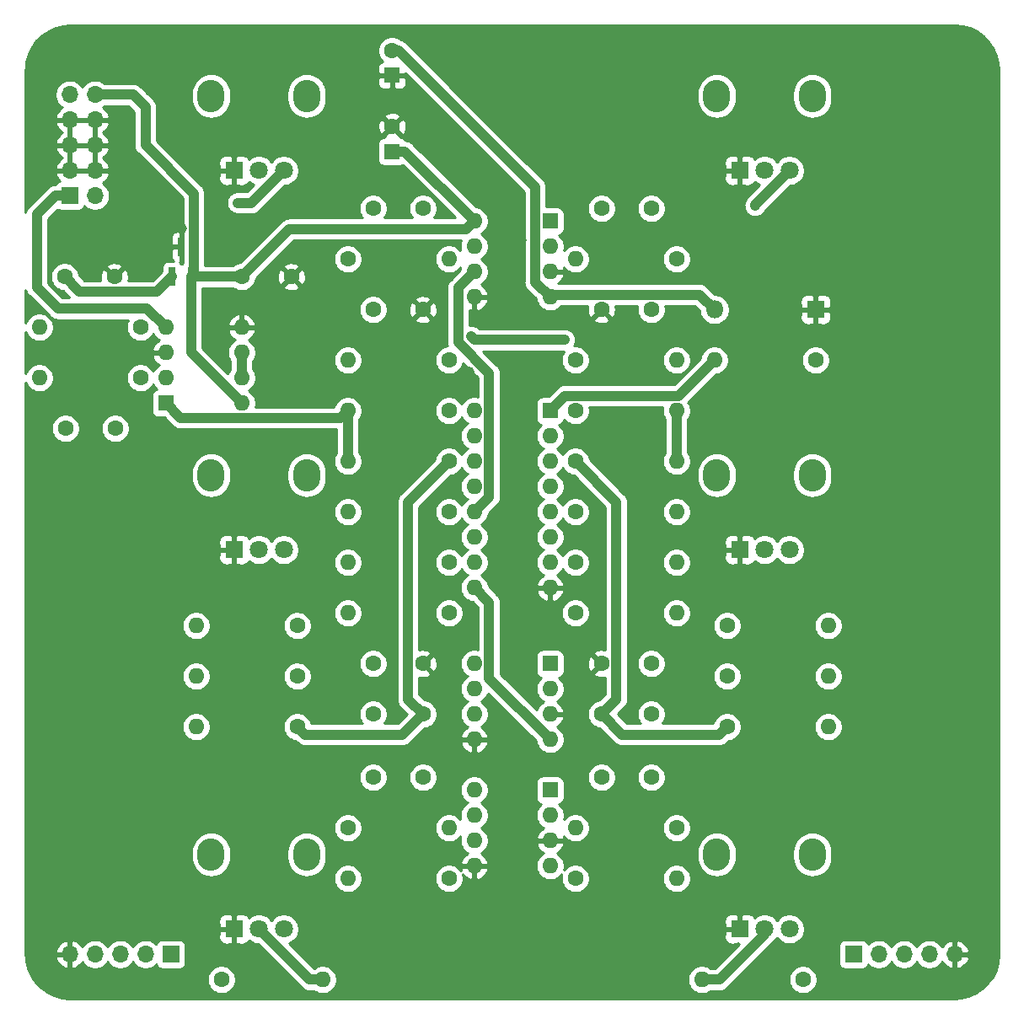
<source format=gbr>
G04 #@! TF.GenerationSoftware,KiCad,Pcbnew,5.1.6-c6e7f7d~86~ubuntu18.04.1*
G04 #@! TF.CreationDate,2020-06-20T09:49:41-04:00*
G04 #@! TF.ProjectId,dual_VCA,6475616c-5f56-4434-912e-6b696361645f,rev?*
G04 #@! TF.SameCoordinates,Original*
G04 #@! TF.FileFunction,Copper,L2,Bot*
G04 #@! TF.FilePolarity,Positive*
%FSLAX46Y46*%
G04 Gerber Fmt 4.6, Leading zero omitted, Abs format (unit mm)*
G04 Created by KiCad (PCBNEW 5.1.6-c6e7f7d~86~ubuntu18.04.1) date 2020-06-20 09:49:41*
%MOMM*%
%LPD*%
G01*
G04 APERTURE LIST*
G04 #@! TA.AperFunction,ComponentPad*
%ADD10O,2.720000X3.240000*%
G04 #@! TD*
G04 #@! TA.AperFunction,ComponentPad*
%ADD11C,1.800000*%
G04 #@! TD*
G04 #@! TA.AperFunction,ComponentPad*
%ADD12R,1.800000X1.800000*%
G04 #@! TD*
G04 #@! TA.AperFunction,SMDPad,CuDef*
%ADD13R,0.800000X1.900000*%
G04 #@! TD*
G04 #@! TA.AperFunction,ComponentPad*
%ADD14O,1.600000X1.600000*%
G04 #@! TD*
G04 #@! TA.AperFunction,ComponentPad*
%ADD15R,1.600000X1.600000*%
G04 #@! TD*
G04 #@! TA.AperFunction,ComponentPad*
%ADD16C,1.600000*%
G04 #@! TD*
G04 #@! TA.AperFunction,ComponentPad*
%ADD17O,1.700000X1.700000*%
G04 #@! TD*
G04 #@! TA.AperFunction,ComponentPad*
%ADD18R,1.700000X1.700000*%
G04 #@! TD*
G04 #@! TA.AperFunction,ComponentPad*
%ADD19O,1.800000X1.800000*%
G04 #@! TD*
G04 #@! TA.AperFunction,ViaPad*
%ADD20C,1.000000*%
G04 #@! TD*
G04 #@! TA.AperFunction,Conductor*
%ADD21C,1.000000*%
G04 #@! TD*
G04 #@! TA.AperFunction,Conductor*
%ADD22C,0.254000*%
G04 #@! TD*
G04 APERTURE END LIST*
D10*
X197090000Y-134740000D03*
X206690000Y-134740000D03*
D11*
X204390000Y-142240000D03*
X201890000Y-142240000D03*
D12*
X199390000Y-142240000D03*
D10*
X146290000Y-134740000D03*
X155890000Y-134740000D03*
D11*
X153590000Y-142240000D03*
X151090000Y-142240000D03*
D12*
X148590000Y-142240000D03*
D13*
X143322000Y-73708000D03*
X142372000Y-76708000D03*
X144272000Y-76708000D03*
D14*
X149352000Y-89408000D03*
X141732000Y-81788000D03*
X149352000Y-86868000D03*
X141732000Y-84328000D03*
X149352000Y-84328000D03*
X141732000Y-86868000D03*
X149352000Y-81788000D03*
D15*
X141732000Y-89408000D03*
D14*
X172720000Y-71120000D03*
X180340000Y-78740000D03*
X172720000Y-73660000D03*
X180340000Y-76200000D03*
X172720000Y-76200000D03*
X180340000Y-73660000D03*
X172720000Y-78740000D03*
D15*
X180340000Y-71120000D03*
D14*
X172720000Y-128270000D03*
X180340000Y-135890000D03*
X172720000Y-130810000D03*
X180340000Y-133350000D03*
X172720000Y-133350000D03*
X180340000Y-130810000D03*
X172720000Y-135890000D03*
D15*
X180340000Y-128270000D03*
D14*
X172720000Y-115570000D03*
X180340000Y-123190000D03*
X172720000Y-118110000D03*
X180340000Y-120650000D03*
X172720000Y-120650000D03*
X180340000Y-118110000D03*
X172720000Y-123190000D03*
D15*
X180340000Y-115570000D03*
D14*
X172720000Y-90170000D03*
X180340000Y-107950000D03*
X172720000Y-92710000D03*
X180340000Y-105410000D03*
X172720000Y-95250000D03*
X180340000Y-102870000D03*
X172720000Y-97790000D03*
X180340000Y-100330000D03*
X172720000Y-100330000D03*
X180340000Y-97790000D03*
X172720000Y-102870000D03*
X180340000Y-95250000D03*
X172720000Y-105410000D03*
X180340000Y-92710000D03*
X172720000Y-107950000D03*
D15*
X180340000Y-90170000D03*
D10*
X197090000Y-96640000D03*
X206690000Y-96640000D03*
D11*
X204390000Y-104140000D03*
X201890000Y-104140000D03*
D12*
X199390000Y-104140000D03*
D10*
X197090000Y-58540000D03*
X206690000Y-58540000D03*
D11*
X204390000Y-66040000D03*
X201890000Y-66040000D03*
D12*
X199390000Y-66040000D03*
D10*
X146290000Y-96640000D03*
X155890000Y-96640000D03*
D11*
X153590000Y-104140000D03*
X151090000Y-104140000D03*
D12*
X148590000Y-104140000D03*
D10*
X146290000Y-58540000D03*
X155890000Y-58540000D03*
D11*
X153590000Y-66040000D03*
X151090000Y-66040000D03*
D12*
X148590000Y-66040000D03*
D14*
X208280000Y-116840000D03*
D16*
X198120000Y-116840000D03*
D14*
X144780000Y-116840000D03*
D16*
X154940000Y-116840000D03*
D14*
X193040000Y-100330000D03*
D16*
X182880000Y-100330000D03*
D14*
X193040000Y-95250000D03*
D16*
X182880000Y-95250000D03*
D14*
X160020000Y-100330000D03*
D16*
X170180000Y-100330000D03*
D14*
X160020000Y-95250000D03*
D16*
X170180000Y-95250000D03*
D14*
X196850000Y-85090000D03*
D16*
X207010000Y-85090000D03*
D14*
X129032000Y-86868000D03*
D16*
X139192000Y-86868000D03*
D14*
X129032000Y-81788000D03*
D16*
X139192000Y-81788000D03*
D14*
X170180000Y-74930000D03*
D16*
X160020000Y-74930000D03*
D14*
X160020000Y-110490000D03*
D16*
X170180000Y-110490000D03*
D14*
X160020000Y-90170000D03*
D16*
X170180000Y-90170000D03*
D14*
X160020000Y-105410000D03*
D16*
X170180000Y-105410000D03*
D14*
X160020000Y-85090000D03*
D16*
X170180000Y-85090000D03*
D14*
X170180000Y-132080000D03*
D16*
X160020000Y-132080000D03*
D14*
X160020000Y-137160000D03*
D16*
X170180000Y-137160000D03*
D14*
X182880000Y-74930000D03*
D16*
X193040000Y-74930000D03*
D14*
X193040000Y-110490000D03*
D16*
X182880000Y-110490000D03*
D14*
X193040000Y-90170000D03*
D16*
X182880000Y-90170000D03*
D14*
X193040000Y-105410000D03*
D16*
X182880000Y-105410000D03*
D14*
X193040000Y-85090000D03*
D16*
X182880000Y-85090000D03*
D14*
X182880000Y-132080000D03*
D16*
X193040000Y-132080000D03*
D14*
X193040000Y-137160000D03*
D16*
X182880000Y-137160000D03*
D14*
X157480000Y-147320000D03*
D16*
X147320000Y-147320000D03*
D14*
X195580000Y-147320000D03*
D16*
X205740000Y-147320000D03*
D14*
X144780000Y-121920000D03*
D16*
X154940000Y-121920000D03*
D14*
X144780000Y-111760000D03*
D16*
X154940000Y-111760000D03*
D14*
X208280000Y-121920000D03*
D16*
X198120000Y-121920000D03*
D14*
X208280000Y-111760000D03*
D16*
X198120000Y-111760000D03*
D17*
X134620000Y-58420000D03*
X132080000Y-58420000D03*
X134620000Y-60960000D03*
X132080000Y-60960000D03*
X134620000Y-63500000D03*
X132080000Y-63500000D03*
X134620000Y-66040000D03*
X132080000Y-66040000D03*
X134620000Y-68580000D03*
D18*
X132080000Y-68580000D03*
D17*
X220980000Y-144780000D03*
X218440000Y-144780000D03*
X215900000Y-144780000D03*
X213360000Y-144780000D03*
D18*
X210820000Y-144780000D03*
D17*
X132080000Y-144780000D03*
X134620000Y-144780000D03*
X137160000Y-144780000D03*
X139700000Y-144780000D03*
D18*
X142240000Y-144780000D03*
D19*
X196850000Y-80010000D03*
D12*
X207010000Y-80010000D03*
D16*
X164465000Y-53975000D03*
D15*
X164465000Y-56475000D03*
D16*
X164465000Y-61635000D03*
D15*
X164465000Y-64135000D03*
D16*
X131652000Y-91948000D03*
X136652000Y-91948000D03*
X136572000Y-76708000D03*
X131572000Y-76708000D03*
X154352000Y-76708000D03*
X149352000Y-76708000D03*
X167560000Y-69850000D03*
X162560000Y-69850000D03*
X167560000Y-115570000D03*
X162560000Y-115570000D03*
X167560000Y-80010000D03*
X162560000Y-80010000D03*
X167560000Y-127000000D03*
X162560000Y-127000000D03*
X167560000Y-120650000D03*
X162560000Y-120650000D03*
X185500000Y-69850000D03*
X190500000Y-69850000D03*
X185500000Y-115570000D03*
X190500000Y-115570000D03*
X185500000Y-80010000D03*
X190500000Y-80010000D03*
X185500000Y-127000000D03*
X190500000Y-127000000D03*
X185500000Y-120650000D03*
X190500000Y-120650000D03*
D20*
X143357600Y-71831200D03*
X164947600Y-76250800D03*
X178562000Y-61849000D03*
X201498200Y-82524600D03*
X189179200Y-100304600D03*
X163652200Y-100126800D03*
X177469800Y-73075800D03*
X172262800Y-86258400D03*
X172516800Y-111658400D03*
X169062400Y-112242600D03*
X185724800Y-123317000D03*
X177012600Y-137871200D03*
X186080400Y-76784200D03*
X152730200Y-71069200D03*
X172770800Y-68300600D03*
X188671200Y-73431400D03*
X189953900Y-83756500D03*
X185801000Y-85991700D03*
X189496700Y-92786200D03*
X194589400Y-108064300D03*
X193954400Y-118237000D03*
X192963800Y-128270000D03*
X189268100Y-134378700D03*
X201790300Y-125996700D03*
X165735000Y-89039700D03*
X159778700Y-116903500D03*
X164693600Y-134048500D03*
X151244300Y-126415800D03*
X160362900Y-128689100D03*
X148959614Y-69277186D03*
X200939400Y-69570600D03*
X181775100Y-83051510D03*
X172427904Y-82702400D03*
D21*
X165490001Y-122719999D02*
X167560000Y-120650000D01*
X155739999Y-122719999D02*
X165490001Y-122719999D01*
X154940000Y-121920000D02*
X155739999Y-122719999D01*
X170180000Y-95250000D02*
X166059999Y-99370001D01*
X166059999Y-119149999D02*
X167560000Y-120650000D01*
X166059999Y-99370001D02*
X166059999Y-119149999D01*
X197320001Y-122719999D02*
X198120000Y-121920000D01*
X187569999Y-122719999D02*
X197320001Y-122719999D01*
X185500000Y-120650000D02*
X187569999Y-122719999D01*
X182880000Y-95250000D02*
X187000001Y-99370001D01*
X187000001Y-119149999D02*
X185500000Y-120650000D01*
X187000001Y-99370001D02*
X187000001Y-119149999D01*
X174220001Y-86397503D02*
X171100897Y-83278401D01*
X174220001Y-98829999D02*
X174220001Y-86397503D01*
X172720000Y-100330000D02*
X174220001Y-98829999D01*
X171100897Y-77819103D02*
X172720000Y-76200000D01*
X171100897Y-83278401D02*
X171100897Y-77819103D01*
X133072001Y-78208001D02*
X131572000Y-76708000D01*
X140871999Y-78208001D02*
X133072001Y-78208001D01*
X142372000Y-76708000D02*
X140871999Y-78208001D01*
X150352814Y-69277186D02*
X148959614Y-69277186D01*
X153590000Y-66040000D02*
X150352814Y-69277186D01*
X200939400Y-69490600D02*
X204390000Y-66040000D01*
X200939400Y-69570600D02*
X200939400Y-69490600D01*
X143232001Y-90908001D02*
X159281999Y-90908001D01*
X159281999Y-90908001D02*
X160020000Y-90170000D01*
X141732000Y-89408000D02*
X143232001Y-90908001D01*
X160020000Y-90170000D02*
X160020000Y-95250000D01*
X193040000Y-95250000D02*
X193040000Y-90170000D01*
X172777014Y-83051510D02*
X172427904Y-82702400D01*
X181775100Y-83051510D02*
X172777014Y-83051510D01*
X193270001Y-88669999D02*
X196850000Y-85090000D01*
X181840001Y-88669999D02*
X193270001Y-88669999D01*
X180340000Y-90170000D02*
X181840001Y-88669999D01*
X149352000Y-86868000D02*
X149352000Y-84328000D01*
X201890000Y-142800002D02*
X201890000Y-142240000D01*
X197370002Y-147320000D02*
X201890000Y-142800002D01*
X195580000Y-147320000D02*
X197370002Y-147320000D01*
X156170000Y-147320000D02*
X151090000Y-142240000D01*
X157480000Y-147320000D02*
X156170000Y-147320000D01*
X144272000Y-76708000D02*
X149352000Y-76708000D01*
X144272000Y-84328000D02*
X144272000Y-76708000D01*
X149352000Y-89408000D02*
X144272000Y-84328000D01*
X154140001Y-71919999D02*
X149352000Y-76708000D01*
X171920001Y-71919999D02*
X154140001Y-71919999D01*
X172720000Y-71120000D02*
X171920001Y-71919999D01*
X165735000Y-64135000D02*
X172720000Y-71120000D01*
X164465000Y-64135000D02*
X165735000Y-64135000D01*
X144557601Y-76422399D02*
X144557601Y-68357601D01*
X144272000Y-76708000D02*
X144557601Y-76422399D01*
X144557601Y-68357601D02*
X139700000Y-63500000D01*
X139700000Y-63500000D02*
X139700000Y-59690000D01*
X138430000Y-58420000D02*
X134620000Y-58420000D01*
X139700000Y-59690000D02*
X138430000Y-58420000D01*
X174220001Y-117070001D02*
X180340000Y-123190000D01*
X174220001Y-109450001D02*
X174220001Y-117070001D01*
X172720000Y-107950000D02*
X174220001Y-109450001D01*
X180570001Y-78509999D02*
X180340000Y-78740000D01*
X195349999Y-78509999D02*
X180570001Y-78509999D01*
X196850000Y-80010000D02*
X195349999Y-78509999D01*
X178839999Y-67714999D02*
X165100000Y-53975000D01*
X180340000Y-78740000D02*
X178839999Y-77239999D01*
X178839999Y-77239999D02*
X178839999Y-67714999D01*
X130886200Y-79908400D02*
X139852400Y-79908400D01*
X128778000Y-70434200D02*
X128778000Y-77800200D01*
X139852400Y-79908400D02*
X141732000Y-81788000D01*
X132080000Y-68580000D02*
X130632200Y-68580000D01*
X128778000Y-77800200D02*
X130886200Y-79908400D01*
X130632200Y-68580000D02*
X128778000Y-70434200D01*
D22*
G36*
X221762249Y-51532437D02*
G01*
X222519774Y-51739672D01*
X223228625Y-52077777D01*
X223866404Y-52536067D01*
X224412946Y-53100055D01*
X224850977Y-53751913D01*
X225166651Y-54471038D01*
X225351206Y-55239768D01*
X225400001Y-55904221D01*
X225400000Y-144750608D01*
X225327563Y-145562249D01*
X225120328Y-146319774D01*
X224782221Y-147028627D01*
X224323928Y-147666410D01*
X223759945Y-148212946D01*
X223108085Y-148650978D01*
X222388963Y-148966651D01*
X221620232Y-149151206D01*
X220955792Y-149200000D01*
X132109392Y-149200000D01*
X131297751Y-149127563D01*
X130540226Y-148920328D01*
X129831373Y-148582221D01*
X129193590Y-148123928D01*
X128647054Y-147559945D01*
X128390845Y-147178665D01*
X145885000Y-147178665D01*
X145885000Y-147461335D01*
X145940147Y-147738574D01*
X146048320Y-147999727D01*
X146205363Y-148234759D01*
X146405241Y-148434637D01*
X146640273Y-148591680D01*
X146901426Y-148699853D01*
X147178665Y-148755000D01*
X147461335Y-148755000D01*
X147738574Y-148699853D01*
X147999727Y-148591680D01*
X148234759Y-148434637D01*
X148434637Y-148234759D01*
X148591680Y-147999727D01*
X148699853Y-147738574D01*
X148755000Y-147461335D01*
X148755000Y-147178665D01*
X148699853Y-146901426D01*
X148591680Y-146640273D01*
X148434637Y-146405241D01*
X148234759Y-146205363D01*
X147999727Y-146048320D01*
X147738574Y-145940147D01*
X147461335Y-145885000D01*
X147178665Y-145885000D01*
X146901426Y-145940147D01*
X146640273Y-146048320D01*
X146405241Y-146205363D01*
X146205363Y-146405241D01*
X146048320Y-146640273D01*
X145940147Y-146901426D01*
X145885000Y-147178665D01*
X128390845Y-147178665D01*
X128209022Y-146908085D01*
X127893349Y-146188963D01*
X127708794Y-145420232D01*
X127687987Y-145136891D01*
X130638519Y-145136891D01*
X130735843Y-145411252D01*
X130884822Y-145661355D01*
X131079731Y-145877588D01*
X131313080Y-146051641D01*
X131575901Y-146176825D01*
X131723110Y-146221476D01*
X131953000Y-146100155D01*
X131953000Y-144907000D01*
X130759186Y-144907000D01*
X130638519Y-145136891D01*
X127687987Y-145136891D01*
X127660000Y-144755792D01*
X127660000Y-144423109D01*
X130638519Y-144423109D01*
X130759186Y-144653000D01*
X131953000Y-144653000D01*
X131953000Y-143459845D01*
X132207000Y-143459845D01*
X132207000Y-144653000D01*
X132227000Y-144653000D01*
X132227000Y-144907000D01*
X132207000Y-144907000D01*
X132207000Y-146100155D01*
X132436890Y-146221476D01*
X132584099Y-146176825D01*
X132846920Y-146051641D01*
X133080269Y-145877588D01*
X133275178Y-145661355D01*
X133344805Y-145544466D01*
X133466525Y-145726632D01*
X133673368Y-145933475D01*
X133916589Y-146095990D01*
X134186842Y-146207932D01*
X134473740Y-146265000D01*
X134766260Y-146265000D01*
X135053158Y-146207932D01*
X135323411Y-146095990D01*
X135566632Y-145933475D01*
X135773475Y-145726632D01*
X135890000Y-145552240D01*
X136006525Y-145726632D01*
X136213368Y-145933475D01*
X136456589Y-146095990D01*
X136726842Y-146207932D01*
X137013740Y-146265000D01*
X137306260Y-146265000D01*
X137593158Y-146207932D01*
X137863411Y-146095990D01*
X138106632Y-145933475D01*
X138313475Y-145726632D01*
X138430000Y-145552240D01*
X138546525Y-145726632D01*
X138753368Y-145933475D01*
X138996589Y-146095990D01*
X139266842Y-146207932D01*
X139553740Y-146265000D01*
X139846260Y-146265000D01*
X140133158Y-146207932D01*
X140403411Y-146095990D01*
X140646632Y-145933475D01*
X140778487Y-145801620D01*
X140800498Y-145874180D01*
X140859463Y-145984494D01*
X140938815Y-146081185D01*
X141035506Y-146160537D01*
X141145820Y-146219502D01*
X141265518Y-146255812D01*
X141390000Y-146268072D01*
X143090000Y-146268072D01*
X143214482Y-146255812D01*
X143334180Y-146219502D01*
X143444494Y-146160537D01*
X143541185Y-146081185D01*
X143620537Y-145984494D01*
X143679502Y-145874180D01*
X143715812Y-145754482D01*
X143728072Y-145630000D01*
X143728072Y-143930000D01*
X143715812Y-143805518D01*
X143679502Y-143685820D01*
X143620537Y-143575506D01*
X143541185Y-143478815D01*
X143444494Y-143399463D01*
X143334180Y-143340498D01*
X143214482Y-143304188D01*
X143090000Y-143291928D01*
X141390000Y-143291928D01*
X141265518Y-143304188D01*
X141145820Y-143340498D01*
X141035506Y-143399463D01*
X140938815Y-143478815D01*
X140859463Y-143575506D01*
X140800498Y-143685820D01*
X140778487Y-143758380D01*
X140646632Y-143626525D01*
X140403411Y-143464010D01*
X140133158Y-143352068D01*
X139846260Y-143295000D01*
X139553740Y-143295000D01*
X139266842Y-143352068D01*
X138996589Y-143464010D01*
X138753368Y-143626525D01*
X138546525Y-143833368D01*
X138430000Y-144007760D01*
X138313475Y-143833368D01*
X138106632Y-143626525D01*
X137863411Y-143464010D01*
X137593158Y-143352068D01*
X137306260Y-143295000D01*
X137013740Y-143295000D01*
X136726842Y-143352068D01*
X136456589Y-143464010D01*
X136213368Y-143626525D01*
X136006525Y-143833368D01*
X135890000Y-144007760D01*
X135773475Y-143833368D01*
X135566632Y-143626525D01*
X135323411Y-143464010D01*
X135053158Y-143352068D01*
X134766260Y-143295000D01*
X134473740Y-143295000D01*
X134186842Y-143352068D01*
X133916589Y-143464010D01*
X133673368Y-143626525D01*
X133466525Y-143833368D01*
X133344805Y-144015534D01*
X133275178Y-143898645D01*
X133080269Y-143682412D01*
X132846920Y-143508359D01*
X132584099Y-143383175D01*
X132436890Y-143338524D01*
X132207000Y-143459845D01*
X131953000Y-143459845D01*
X131723110Y-143338524D01*
X131575901Y-143383175D01*
X131313080Y-143508359D01*
X131079731Y-143682412D01*
X130884822Y-143898645D01*
X130735843Y-144148748D01*
X130638519Y-144423109D01*
X127660000Y-144423109D01*
X127660000Y-143140000D01*
X147051928Y-143140000D01*
X147064188Y-143264482D01*
X147100498Y-143384180D01*
X147159463Y-143494494D01*
X147238815Y-143591185D01*
X147335506Y-143670537D01*
X147445820Y-143729502D01*
X147565518Y-143765812D01*
X147690000Y-143778072D01*
X148304250Y-143775000D01*
X148463000Y-143616250D01*
X148463000Y-142367000D01*
X147213750Y-142367000D01*
X147055000Y-142525750D01*
X147051928Y-143140000D01*
X127660000Y-143140000D01*
X127660000Y-141340000D01*
X147051928Y-141340000D01*
X147055000Y-141954250D01*
X147213750Y-142113000D01*
X148463000Y-142113000D01*
X148463000Y-140863750D01*
X148717000Y-140863750D01*
X148717000Y-142113000D01*
X148737000Y-142113000D01*
X148737000Y-142367000D01*
X148717000Y-142367000D01*
X148717000Y-143616250D01*
X148875750Y-143775000D01*
X149490000Y-143778072D01*
X149614482Y-143765812D01*
X149734180Y-143729502D01*
X149844494Y-143670537D01*
X149941185Y-143591185D01*
X150020537Y-143494494D01*
X150073880Y-143394697D01*
X150111495Y-143432312D01*
X150362905Y-143600299D01*
X150642257Y-143716011D01*
X150938816Y-143775000D01*
X151019869Y-143775000D01*
X155328009Y-148083141D01*
X155363551Y-148126449D01*
X155482116Y-148223753D01*
X155536377Y-148268284D01*
X155733553Y-148373676D01*
X155947501Y-148438577D01*
X156170000Y-148460491D01*
X156225751Y-148455000D01*
X156595716Y-148455000D01*
X156800273Y-148591680D01*
X157061426Y-148699853D01*
X157338665Y-148755000D01*
X157621335Y-148755000D01*
X157898574Y-148699853D01*
X158159727Y-148591680D01*
X158394759Y-148434637D01*
X158594637Y-148234759D01*
X158751680Y-147999727D01*
X158859853Y-147738574D01*
X158915000Y-147461335D01*
X158915000Y-147178665D01*
X194145000Y-147178665D01*
X194145000Y-147461335D01*
X194200147Y-147738574D01*
X194308320Y-147999727D01*
X194465363Y-148234759D01*
X194665241Y-148434637D01*
X194900273Y-148591680D01*
X195161426Y-148699853D01*
X195438665Y-148755000D01*
X195721335Y-148755000D01*
X195998574Y-148699853D01*
X196259727Y-148591680D01*
X196464284Y-148455000D01*
X197314251Y-148455000D01*
X197370002Y-148460491D01*
X197425753Y-148455000D01*
X197425754Y-148455000D01*
X197592501Y-148438577D01*
X197806449Y-148373676D01*
X198003625Y-148268284D01*
X198176451Y-148126449D01*
X198211998Y-148083135D01*
X199116468Y-147178665D01*
X204305000Y-147178665D01*
X204305000Y-147461335D01*
X204360147Y-147738574D01*
X204468320Y-147999727D01*
X204625363Y-148234759D01*
X204825241Y-148434637D01*
X205060273Y-148591680D01*
X205321426Y-148699853D01*
X205598665Y-148755000D01*
X205881335Y-148755000D01*
X206158574Y-148699853D01*
X206419727Y-148591680D01*
X206654759Y-148434637D01*
X206854637Y-148234759D01*
X207011680Y-147999727D01*
X207119853Y-147738574D01*
X207175000Y-147461335D01*
X207175000Y-147178665D01*
X207119853Y-146901426D01*
X207011680Y-146640273D01*
X206854637Y-146405241D01*
X206654759Y-146205363D01*
X206419727Y-146048320D01*
X206158574Y-145940147D01*
X205881335Y-145885000D01*
X205598665Y-145885000D01*
X205321426Y-145940147D01*
X205060273Y-146048320D01*
X204825241Y-146205363D01*
X204625363Y-146405241D01*
X204468320Y-146640273D01*
X204360147Y-146901426D01*
X204305000Y-147178665D01*
X199116468Y-147178665D01*
X202365133Y-143930000D01*
X209331928Y-143930000D01*
X209331928Y-145630000D01*
X209344188Y-145754482D01*
X209380498Y-145874180D01*
X209439463Y-145984494D01*
X209518815Y-146081185D01*
X209615506Y-146160537D01*
X209725820Y-146219502D01*
X209845518Y-146255812D01*
X209970000Y-146268072D01*
X211670000Y-146268072D01*
X211794482Y-146255812D01*
X211914180Y-146219502D01*
X212024494Y-146160537D01*
X212121185Y-146081185D01*
X212200537Y-145984494D01*
X212259502Y-145874180D01*
X212281513Y-145801620D01*
X212413368Y-145933475D01*
X212656589Y-146095990D01*
X212926842Y-146207932D01*
X213213740Y-146265000D01*
X213506260Y-146265000D01*
X213793158Y-146207932D01*
X214063411Y-146095990D01*
X214306632Y-145933475D01*
X214513475Y-145726632D01*
X214630000Y-145552240D01*
X214746525Y-145726632D01*
X214953368Y-145933475D01*
X215196589Y-146095990D01*
X215466842Y-146207932D01*
X215753740Y-146265000D01*
X216046260Y-146265000D01*
X216333158Y-146207932D01*
X216603411Y-146095990D01*
X216846632Y-145933475D01*
X217053475Y-145726632D01*
X217170000Y-145552240D01*
X217286525Y-145726632D01*
X217493368Y-145933475D01*
X217736589Y-146095990D01*
X218006842Y-146207932D01*
X218293740Y-146265000D01*
X218586260Y-146265000D01*
X218873158Y-146207932D01*
X219143411Y-146095990D01*
X219386632Y-145933475D01*
X219593475Y-145726632D01*
X219715195Y-145544466D01*
X219784822Y-145661355D01*
X219979731Y-145877588D01*
X220213080Y-146051641D01*
X220475901Y-146176825D01*
X220623110Y-146221476D01*
X220853000Y-146100155D01*
X220853000Y-144907000D01*
X221107000Y-144907000D01*
X221107000Y-146100155D01*
X221336890Y-146221476D01*
X221484099Y-146176825D01*
X221746920Y-146051641D01*
X221980269Y-145877588D01*
X222175178Y-145661355D01*
X222324157Y-145411252D01*
X222421481Y-145136891D01*
X222300814Y-144907000D01*
X221107000Y-144907000D01*
X220853000Y-144907000D01*
X220833000Y-144907000D01*
X220833000Y-144653000D01*
X220853000Y-144653000D01*
X220853000Y-143459845D01*
X221107000Y-143459845D01*
X221107000Y-144653000D01*
X222300814Y-144653000D01*
X222421481Y-144423109D01*
X222324157Y-144148748D01*
X222175178Y-143898645D01*
X221980269Y-143682412D01*
X221746920Y-143508359D01*
X221484099Y-143383175D01*
X221336890Y-143338524D01*
X221107000Y-143459845D01*
X220853000Y-143459845D01*
X220623110Y-143338524D01*
X220475901Y-143383175D01*
X220213080Y-143508359D01*
X219979731Y-143682412D01*
X219784822Y-143898645D01*
X219715195Y-144015534D01*
X219593475Y-143833368D01*
X219386632Y-143626525D01*
X219143411Y-143464010D01*
X218873158Y-143352068D01*
X218586260Y-143295000D01*
X218293740Y-143295000D01*
X218006842Y-143352068D01*
X217736589Y-143464010D01*
X217493368Y-143626525D01*
X217286525Y-143833368D01*
X217170000Y-144007760D01*
X217053475Y-143833368D01*
X216846632Y-143626525D01*
X216603411Y-143464010D01*
X216333158Y-143352068D01*
X216046260Y-143295000D01*
X215753740Y-143295000D01*
X215466842Y-143352068D01*
X215196589Y-143464010D01*
X214953368Y-143626525D01*
X214746525Y-143833368D01*
X214630000Y-144007760D01*
X214513475Y-143833368D01*
X214306632Y-143626525D01*
X214063411Y-143464010D01*
X213793158Y-143352068D01*
X213506260Y-143295000D01*
X213213740Y-143295000D01*
X212926842Y-143352068D01*
X212656589Y-143464010D01*
X212413368Y-143626525D01*
X212281513Y-143758380D01*
X212259502Y-143685820D01*
X212200537Y-143575506D01*
X212121185Y-143478815D01*
X212024494Y-143399463D01*
X211914180Y-143340498D01*
X211794482Y-143304188D01*
X211670000Y-143291928D01*
X209970000Y-143291928D01*
X209845518Y-143304188D01*
X209725820Y-143340498D01*
X209615506Y-143399463D01*
X209518815Y-143478815D01*
X209439463Y-143575506D01*
X209380498Y-143685820D01*
X209344188Y-143805518D01*
X209331928Y-143930000D01*
X202365133Y-143930000D01*
X202653141Y-143641993D01*
X202696449Y-143606451D01*
X202803977Y-143475429D01*
X202868505Y-143432312D01*
X203082312Y-143218505D01*
X203140000Y-143132169D01*
X203197688Y-143218505D01*
X203411495Y-143432312D01*
X203662905Y-143600299D01*
X203942257Y-143716011D01*
X204238816Y-143775000D01*
X204541184Y-143775000D01*
X204837743Y-143716011D01*
X205117095Y-143600299D01*
X205368505Y-143432312D01*
X205582312Y-143218505D01*
X205750299Y-142967095D01*
X205866011Y-142687743D01*
X205925000Y-142391184D01*
X205925000Y-142088816D01*
X205866011Y-141792257D01*
X205750299Y-141512905D01*
X205582312Y-141261495D01*
X205368505Y-141047688D01*
X205117095Y-140879701D01*
X204837743Y-140763989D01*
X204541184Y-140705000D01*
X204238816Y-140705000D01*
X203942257Y-140763989D01*
X203662905Y-140879701D01*
X203411495Y-141047688D01*
X203197688Y-141261495D01*
X203140000Y-141347831D01*
X203082312Y-141261495D01*
X202868505Y-141047688D01*
X202617095Y-140879701D01*
X202337743Y-140763989D01*
X202041184Y-140705000D01*
X201738816Y-140705000D01*
X201442257Y-140763989D01*
X201162905Y-140879701D01*
X200911495Y-141047688D01*
X200873880Y-141085303D01*
X200820537Y-140985506D01*
X200741185Y-140888815D01*
X200644494Y-140809463D01*
X200534180Y-140750498D01*
X200414482Y-140714188D01*
X200290000Y-140701928D01*
X199675750Y-140705000D01*
X199517000Y-140863750D01*
X199517000Y-142113000D01*
X199537000Y-142113000D01*
X199537000Y-142367000D01*
X199517000Y-142367000D01*
X199517000Y-142387000D01*
X199263000Y-142387000D01*
X199263000Y-142367000D01*
X198013750Y-142367000D01*
X197855000Y-142525750D01*
X197851928Y-143140000D01*
X197864188Y-143264482D01*
X197900498Y-143384180D01*
X197959463Y-143494494D01*
X198038815Y-143591185D01*
X198135506Y-143670537D01*
X198245820Y-143729502D01*
X198365518Y-143765812D01*
X198490000Y-143778072D01*
X199104250Y-143775000D01*
X199262998Y-143616252D01*
X199262998Y-143775000D01*
X199309870Y-143775000D01*
X196899871Y-146185000D01*
X196464284Y-146185000D01*
X196259727Y-146048320D01*
X195998574Y-145940147D01*
X195721335Y-145885000D01*
X195438665Y-145885000D01*
X195161426Y-145940147D01*
X194900273Y-146048320D01*
X194665241Y-146205363D01*
X194465363Y-146405241D01*
X194308320Y-146640273D01*
X194200147Y-146901426D01*
X194145000Y-147178665D01*
X158915000Y-147178665D01*
X158859853Y-146901426D01*
X158751680Y-146640273D01*
X158594637Y-146405241D01*
X158394759Y-146205363D01*
X158159727Y-146048320D01*
X157898574Y-145940147D01*
X157621335Y-145885000D01*
X157338665Y-145885000D01*
X157061426Y-145940147D01*
X156800273Y-146048320D01*
X156622342Y-146167210D01*
X154132071Y-143676939D01*
X154317095Y-143600299D01*
X154568505Y-143432312D01*
X154782312Y-143218505D01*
X154950299Y-142967095D01*
X155066011Y-142687743D01*
X155125000Y-142391184D01*
X155125000Y-142088816D01*
X155066011Y-141792257D01*
X154950299Y-141512905D01*
X154834768Y-141340000D01*
X197851928Y-141340000D01*
X197855000Y-141954250D01*
X198013750Y-142113000D01*
X199263000Y-142113000D01*
X199263000Y-140863750D01*
X199104250Y-140705000D01*
X198490000Y-140701928D01*
X198365518Y-140714188D01*
X198245820Y-140750498D01*
X198135506Y-140809463D01*
X198038815Y-140888815D01*
X197959463Y-140985506D01*
X197900498Y-141095820D01*
X197864188Y-141215518D01*
X197851928Y-141340000D01*
X154834768Y-141340000D01*
X154782312Y-141261495D01*
X154568505Y-141047688D01*
X154317095Y-140879701D01*
X154037743Y-140763989D01*
X153741184Y-140705000D01*
X153438816Y-140705000D01*
X153142257Y-140763989D01*
X152862905Y-140879701D01*
X152611495Y-141047688D01*
X152397688Y-141261495D01*
X152340000Y-141347831D01*
X152282312Y-141261495D01*
X152068505Y-141047688D01*
X151817095Y-140879701D01*
X151537743Y-140763989D01*
X151241184Y-140705000D01*
X150938816Y-140705000D01*
X150642257Y-140763989D01*
X150362905Y-140879701D01*
X150111495Y-141047688D01*
X150073880Y-141085303D01*
X150020537Y-140985506D01*
X149941185Y-140888815D01*
X149844494Y-140809463D01*
X149734180Y-140750498D01*
X149614482Y-140714188D01*
X149490000Y-140701928D01*
X148875750Y-140705000D01*
X148717000Y-140863750D01*
X148463000Y-140863750D01*
X148304250Y-140705000D01*
X147690000Y-140701928D01*
X147565518Y-140714188D01*
X147445820Y-140750498D01*
X147335506Y-140809463D01*
X147238815Y-140888815D01*
X147159463Y-140985506D01*
X147100498Y-141095820D01*
X147064188Y-141215518D01*
X147051928Y-141340000D01*
X127660000Y-141340000D01*
X127660000Y-137018665D01*
X158585000Y-137018665D01*
X158585000Y-137301335D01*
X158640147Y-137578574D01*
X158748320Y-137839727D01*
X158905363Y-138074759D01*
X159105241Y-138274637D01*
X159340273Y-138431680D01*
X159601426Y-138539853D01*
X159878665Y-138595000D01*
X160161335Y-138595000D01*
X160438574Y-138539853D01*
X160699727Y-138431680D01*
X160934759Y-138274637D01*
X161134637Y-138074759D01*
X161291680Y-137839727D01*
X161399853Y-137578574D01*
X161455000Y-137301335D01*
X161455000Y-137018665D01*
X168745000Y-137018665D01*
X168745000Y-137301335D01*
X168800147Y-137578574D01*
X168908320Y-137839727D01*
X169065363Y-138074759D01*
X169265241Y-138274637D01*
X169500273Y-138431680D01*
X169761426Y-138539853D01*
X170038665Y-138595000D01*
X170321335Y-138595000D01*
X170598574Y-138539853D01*
X170859727Y-138431680D01*
X171094759Y-138274637D01*
X171294637Y-138074759D01*
X171451680Y-137839727D01*
X171559853Y-137578574D01*
X171615000Y-137301335D01*
X171615000Y-137018665D01*
X171559853Y-136741426D01*
X171542606Y-136699789D01*
X171656481Y-136853414D01*
X171864869Y-137042385D01*
X172106119Y-137187070D01*
X172370960Y-137281909D01*
X172593000Y-137160624D01*
X172593000Y-136017000D01*
X172847000Y-136017000D01*
X172847000Y-137160624D01*
X173069040Y-137281909D01*
X173333881Y-137187070D01*
X173575131Y-137042385D01*
X173783519Y-136853414D01*
X173951037Y-136627420D01*
X174071246Y-136373087D01*
X174111904Y-136239039D01*
X173989915Y-136017000D01*
X172847000Y-136017000D01*
X172593000Y-136017000D01*
X171450085Y-136017000D01*
X171328096Y-136239039D01*
X171359355Y-136342098D01*
X171294637Y-136245241D01*
X171094759Y-136045363D01*
X170859727Y-135888320D01*
X170598574Y-135780147D01*
X170321335Y-135725000D01*
X170038665Y-135725000D01*
X169761426Y-135780147D01*
X169500273Y-135888320D01*
X169265241Y-136045363D01*
X169065363Y-136245241D01*
X168908320Y-136480273D01*
X168800147Y-136741426D01*
X168745000Y-137018665D01*
X161455000Y-137018665D01*
X161399853Y-136741426D01*
X161291680Y-136480273D01*
X161134637Y-136245241D01*
X160934759Y-136045363D01*
X160699727Y-135888320D01*
X160438574Y-135780147D01*
X160161335Y-135725000D01*
X159878665Y-135725000D01*
X159601426Y-135780147D01*
X159340273Y-135888320D01*
X159105241Y-136045363D01*
X158905363Y-136245241D01*
X158748320Y-136480273D01*
X158640147Y-136741426D01*
X158585000Y-137018665D01*
X127660000Y-137018665D01*
X127660000Y-134382002D01*
X144295000Y-134382002D01*
X144295000Y-135097997D01*
X144323867Y-135391087D01*
X144437943Y-135767146D01*
X144623193Y-136113725D01*
X144872497Y-136417503D01*
X145176275Y-136666807D01*
X145522853Y-136852057D01*
X145898912Y-136966133D01*
X146290000Y-137004652D01*
X146681087Y-136966133D01*
X147057146Y-136852057D01*
X147403725Y-136666807D01*
X147707503Y-136417503D01*
X147956807Y-136113725D01*
X148142057Y-135767147D01*
X148256133Y-135391088D01*
X148285000Y-135097998D01*
X148285000Y-134382003D01*
X148285000Y-134382002D01*
X153895000Y-134382002D01*
X153895000Y-135097997D01*
X153923867Y-135391087D01*
X154037943Y-135767146D01*
X154223193Y-136113725D01*
X154472497Y-136417503D01*
X154776275Y-136666807D01*
X155122853Y-136852057D01*
X155498912Y-136966133D01*
X155890000Y-137004652D01*
X156281087Y-136966133D01*
X156657146Y-136852057D01*
X157003725Y-136666807D01*
X157307503Y-136417503D01*
X157556807Y-136113725D01*
X157742057Y-135767147D01*
X157856133Y-135391088D01*
X157885000Y-135097998D01*
X157885000Y-134382003D01*
X157856133Y-134088913D01*
X157742057Y-133712853D01*
X157556807Y-133366275D01*
X157307503Y-133062497D01*
X157003725Y-132813193D01*
X156657147Y-132627943D01*
X156281088Y-132513867D01*
X155890000Y-132475348D01*
X155498913Y-132513867D01*
X155122854Y-132627943D01*
X154776276Y-132813193D01*
X154472498Y-133062497D01*
X154223193Y-133366275D01*
X154037943Y-133712853D01*
X153923867Y-134088912D01*
X153895000Y-134382002D01*
X148285000Y-134382002D01*
X148256133Y-134088913D01*
X148142057Y-133712853D01*
X147956807Y-133366275D01*
X147707503Y-133062497D01*
X147403725Y-132813193D01*
X147057147Y-132627943D01*
X146681088Y-132513867D01*
X146290000Y-132475348D01*
X145898913Y-132513867D01*
X145522854Y-132627943D01*
X145176276Y-132813193D01*
X144872498Y-133062497D01*
X144623193Y-133366275D01*
X144437943Y-133712853D01*
X144323867Y-134088912D01*
X144295000Y-134382002D01*
X127660000Y-134382002D01*
X127660000Y-131938665D01*
X158585000Y-131938665D01*
X158585000Y-132221335D01*
X158640147Y-132498574D01*
X158748320Y-132759727D01*
X158905363Y-132994759D01*
X159105241Y-133194637D01*
X159340273Y-133351680D01*
X159601426Y-133459853D01*
X159878665Y-133515000D01*
X160161335Y-133515000D01*
X160438574Y-133459853D01*
X160699727Y-133351680D01*
X160934759Y-133194637D01*
X161134637Y-132994759D01*
X161291680Y-132759727D01*
X161399853Y-132498574D01*
X161455000Y-132221335D01*
X161455000Y-131938665D01*
X168745000Y-131938665D01*
X168745000Y-132221335D01*
X168800147Y-132498574D01*
X168908320Y-132759727D01*
X169065363Y-132994759D01*
X169265241Y-133194637D01*
X169500273Y-133351680D01*
X169761426Y-133459853D01*
X170038665Y-133515000D01*
X170321335Y-133515000D01*
X170598574Y-133459853D01*
X170859727Y-133351680D01*
X171094759Y-133194637D01*
X171294637Y-132994759D01*
X171345354Y-132918856D01*
X171340147Y-132931426D01*
X171285000Y-133208665D01*
X171285000Y-133491335D01*
X171340147Y-133768574D01*
X171448320Y-134029727D01*
X171605363Y-134264759D01*
X171805241Y-134464637D01*
X172040273Y-134621680D01*
X172050865Y-134626067D01*
X171864869Y-134737615D01*
X171656481Y-134926586D01*
X171488963Y-135152580D01*
X171368754Y-135406913D01*
X171328096Y-135540961D01*
X171450085Y-135763000D01*
X172593000Y-135763000D01*
X172593000Y-135743000D01*
X172847000Y-135743000D01*
X172847000Y-135763000D01*
X173989915Y-135763000D01*
X173997790Y-135748665D01*
X178905000Y-135748665D01*
X178905000Y-136031335D01*
X178960147Y-136308574D01*
X179068320Y-136569727D01*
X179225363Y-136804759D01*
X179425241Y-137004637D01*
X179660273Y-137161680D01*
X179921426Y-137269853D01*
X180198665Y-137325000D01*
X180481335Y-137325000D01*
X180758574Y-137269853D01*
X181019727Y-137161680D01*
X181254759Y-137004637D01*
X181454637Y-136804759D01*
X181505354Y-136728856D01*
X181500147Y-136741426D01*
X181445000Y-137018665D01*
X181445000Y-137301335D01*
X181500147Y-137578574D01*
X181608320Y-137839727D01*
X181765363Y-138074759D01*
X181965241Y-138274637D01*
X182200273Y-138431680D01*
X182461426Y-138539853D01*
X182738665Y-138595000D01*
X183021335Y-138595000D01*
X183298574Y-138539853D01*
X183559727Y-138431680D01*
X183794759Y-138274637D01*
X183994637Y-138074759D01*
X184151680Y-137839727D01*
X184259853Y-137578574D01*
X184315000Y-137301335D01*
X184315000Y-137018665D01*
X191605000Y-137018665D01*
X191605000Y-137301335D01*
X191660147Y-137578574D01*
X191768320Y-137839727D01*
X191925363Y-138074759D01*
X192125241Y-138274637D01*
X192360273Y-138431680D01*
X192621426Y-138539853D01*
X192898665Y-138595000D01*
X193181335Y-138595000D01*
X193458574Y-138539853D01*
X193719727Y-138431680D01*
X193954759Y-138274637D01*
X194154637Y-138074759D01*
X194311680Y-137839727D01*
X194419853Y-137578574D01*
X194475000Y-137301335D01*
X194475000Y-137018665D01*
X194419853Y-136741426D01*
X194311680Y-136480273D01*
X194154637Y-136245241D01*
X193954759Y-136045363D01*
X193719727Y-135888320D01*
X193458574Y-135780147D01*
X193181335Y-135725000D01*
X192898665Y-135725000D01*
X192621426Y-135780147D01*
X192360273Y-135888320D01*
X192125241Y-136045363D01*
X191925363Y-136245241D01*
X191768320Y-136480273D01*
X191660147Y-136741426D01*
X191605000Y-137018665D01*
X184315000Y-137018665D01*
X184259853Y-136741426D01*
X184151680Y-136480273D01*
X183994637Y-136245241D01*
X183794759Y-136045363D01*
X183559727Y-135888320D01*
X183298574Y-135780147D01*
X183021335Y-135725000D01*
X182738665Y-135725000D01*
X182461426Y-135780147D01*
X182200273Y-135888320D01*
X181965241Y-136045363D01*
X181765363Y-136245241D01*
X181714646Y-136321144D01*
X181719853Y-136308574D01*
X181775000Y-136031335D01*
X181775000Y-135748665D01*
X181719853Y-135471426D01*
X181611680Y-135210273D01*
X181454637Y-134975241D01*
X181254759Y-134775363D01*
X181019727Y-134618320D01*
X181009135Y-134613933D01*
X181195131Y-134502385D01*
X181327883Y-134382002D01*
X195095000Y-134382002D01*
X195095000Y-135097997D01*
X195123867Y-135391087D01*
X195237943Y-135767146D01*
X195423193Y-136113725D01*
X195672497Y-136417503D01*
X195976275Y-136666807D01*
X196322853Y-136852057D01*
X196698912Y-136966133D01*
X197090000Y-137004652D01*
X197481087Y-136966133D01*
X197857146Y-136852057D01*
X198203725Y-136666807D01*
X198507503Y-136417503D01*
X198756807Y-136113725D01*
X198942057Y-135767147D01*
X199056133Y-135391088D01*
X199085000Y-135097998D01*
X199085000Y-134382003D01*
X199085000Y-134382002D01*
X204695000Y-134382002D01*
X204695000Y-135097997D01*
X204723867Y-135391087D01*
X204837943Y-135767146D01*
X205023193Y-136113725D01*
X205272497Y-136417503D01*
X205576275Y-136666807D01*
X205922853Y-136852057D01*
X206298912Y-136966133D01*
X206690000Y-137004652D01*
X207081087Y-136966133D01*
X207457146Y-136852057D01*
X207803725Y-136666807D01*
X208107503Y-136417503D01*
X208356807Y-136113725D01*
X208542057Y-135767147D01*
X208656133Y-135391088D01*
X208685000Y-135097998D01*
X208685000Y-134382003D01*
X208656133Y-134088913D01*
X208542057Y-133712853D01*
X208356807Y-133366275D01*
X208107503Y-133062497D01*
X207803725Y-132813193D01*
X207457147Y-132627943D01*
X207081088Y-132513867D01*
X206690000Y-132475348D01*
X206298913Y-132513867D01*
X205922854Y-132627943D01*
X205576276Y-132813193D01*
X205272498Y-133062497D01*
X205023193Y-133366275D01*
X204837943Y-133712853D01*
X204723867Y-134088912D01*
X204695000Y-134382002D01*
X199085000Y-134382002D01*
X199056133Y-134088913D01*
X198942057Y-133712853D01*
X198756807Y-133366275D01*
X198507503Y-133062497D01*
X198203725Y-132813193D01*
X197857147Y-132627943D01*
X197481088Y-132513867D01*
X197090000Y-132475348D01*
X196698913Y-132513867D01*
X196322854Y-132627943D01*
X195976276Y-132813193D01*
X195672498Y-133062497D01*
X195423193Y-133366275D01*
X195237943Y-133712853D01*
X195123867Y-134088912D01*
X195095000Y-134382002D01*
X181327883Y-134382002D01*
X181403519Y-134313414D01*
X181571037Y-134087420D01*
X181691246Y-133833087D01*
X181731904Y-133699039D01*
X181609915Y-133477000D01*
X180467000Y-133477000D01*
X180467000Y-133497000D01*
X180213000Y-133497000D01*
X180213000Y-133477000D01*
X179070085Y-133477000D01*
X178948096Y-133699039D01*
X178988754Y-133833087D01*
X179108963Y-134087420D01*
X179276481Y-134313414D01*
X179484869Y-134502385D01*
X179670865Y-134613933D01*
X179660273Y-134618320D01*
X179425241Y-134775363D01*
X179225363Y-134975241D01*
X179068320Y-135210273D01*
X178960147Y-135471426D01*
X178905000Y-135748665D01*
X173997790Y-135748665D01*
X174111904Y-135540961D01*
X174071246Y-135406913D01*
X173951037Y-135152580D01*
X173783519Y-134926586D01*
X173575131Y-134737615D01*
X173389135Y-134626067D01*
X173399727Y-134621680D01*
X173634759Y-134464637D01*
X173834637Y-134264759D01*
X173991680Y-134029727D01*
X174099853Y-133768574D01*
X174155000Y-133491335D01*
X174155000Y-133208665D01*
X174099853Y-132931426D01*
X173991680Y-132670273D01*
X173834637Y-132435241D01*
X173634759Y-132235363D01*
X173402241Y-132080000D01*
X173634759Y-131924637D01*
X173834637Y-131724759D01*
X173991680Y-131489727D01*
X174099853Y-131228574D01*
X174155000Y-130951335D01*
X174155000Y-130668665D01*
X174099853Y-130391426D01*
X173991680Y-130130273D01*
X173834637Y-129895241D01*
X173634759Y-129695363D01*
X173402241Y-129540000D01*
X173634759Y-129384637D01*
X173834637Y-129184759D01*
X173991680Y-128949727D01*
X174099853Y-128688574D01*
X174155000Y-128411335D01*
X174155000Y-128128665D01*
X174099853Y-127851426D01*
X173991680Y-127590273D01*
X173911317Y-127470000D01*
X178901928Y-127470000D01*
X178901928Y-129070000D01*
X178914188Y-129194482D01*
X178950498Y-129314180D01*
X179009463Y-129424494D01*
X179088815Y-129521185D01*
X179185506Y-129600537D01*
X179295820Y-129659502D01*
X179415518Y-129695812D01*
X179423961Y-129696643D01*
X179225363Y-129895241D01*
X179068320Y-130130273D01*
X178960147Y-130391426D01*
X178905000Y-130668665D01*
X178905000Y-130951335D01*
X178960147Y-131228574D01*
X179068320Y-131489727D01*
X179225363Y-131724759D01*
X179425241Y-131924637D01*
X179660273Y-132081680D01*
X179670865Y-132086067D01*
X179484869Y-132197615D01*
X179276481Y-132386586D01*
X179108963Y-132612580D01*
X178988754Y-132866913D01*
X178948096Y-133000961D01*
X179070085Y-133223000D01*
X180213000Y-133223000D01*
X180213000Y-133203000D01*
X180467000Y-133203000D01*
X180467000Y-133223000D01*
X181609915Y-133223000D01*
X181731904Y-133000961D01*
X181700645Y-132897902D01*
X181765363Y-132994759D01*
X181965241Y-133194637D01*
X182200273Y-133351680D01*
X182461426Y-133459853D01*
X182738665Y-133515000D01*
X183021335Y-133515000D01*
X183298574Y-133459853D01*
X183559727Y-133351680D01*
X183794759Y-133194637D01*
X183994637Y-132994759D01*
X184151680Y-132759727D01*
X184259853Y-132498574D01*
X184315000Y-132221335D01*
X184315000Y-131938665D01*
X191605000Y-131938665D01*
X191605000Y-132221335D01*
X191660147Y-132498574D01*
X191768320Y-132759727D01*
X191925363Y-132994759D01*
X192125241Y-133194637D01*
X192360273Y-133351680D01*
X192621426Y-133459853D01*
X192898665Y-133515000D01*
X193181335Y-133515000D01*
X193458574Y-133459853D01*
X193719727Y-133351680D01*
X193954759Y-133194637D01*
X194154637Y-132994759D01*
X194311680Y-132759727D01*
X194419853Y-132498574D01*
X194475000Y-132221335D01*
X194475000Y-131938665D01*
X194419853Y-131661426D01*
X194311680Y-131400273D01*
X194154637Y-131165241D01*
X193954759Y-130965363D01*
X193719727Y-130808320D01*
X193458574Y-130700147D01*
X193181335Y-130645000D01*
X192898665Y-130645000D01*
X192621426Y-130700147D01*
X192360273Y-130808320D01*
X192125241Y-130965363D01*
X191925363Y-131165241D01*
X191768320Y-131400273D01*
X191660147Y-131661426D01*
X191605000Y-131938665D01*
X184315000Y-131938665D01*
X184259853Y-131661426D01*
X184151680Y-131400273D01*
X183994637Y-131165241D01*
X183794759Y-130965363D01*
X183559727Y-130808320D01*
X183298574Y-130700147D01*
X183021335Y-130645000D01*
X182738665Y-130645000D01*
X182461426Y-130700147D01*
X182200273Y-130808320D01*
X181965241Y-130965363D01*
X181765363Y-131165241D01*
X181714646Y-131241144D01*
X181719853Y-131228574D01*
X181775000Y-130951335D01*
X181775000Y-130668665D01*
X181719853Y-130391426D01*
X181611680Y-130130273D01*
X181454637Y-129895241D01*
X181256039Y-129696643D01*
X181264482Y-129695812D01*
X181384180Y-129659502D01*
X181494494Y-129600537D01*
X181591185Y-129521185D01*
X181670537Y-129424494D01*
X181729502Y-129314180D01*
X181765812Y-129194482D01*
X181778072Y-129070000D01*
X181778072Y-127470000D01*
X181765812Y-127345518D01*
X181729502Y-127225820D01*
X181670537Y-127115506D01*
X181591185Y-127018815D01*
X181494494Y-126939463D01*
X181384180Y-126880498D01*
X181312207Y-126858665D01*
X184065000Y-126858665D01*
X184065000Y-127141335D01*
X184120147Y-127418574D01*
X184228320Y-127679727D01*
X184385363Y-127914759D01*
X184585241Y-128114637D01*
X184820273Y-128271680D01*
X185081426Y-128379853D01*
X185358665Y-128435000D01*
X185641335Y-128435000D01*
X185918574Y-128379853D01*
X186179727Y-128271680D01*
X186414759Y-128114637D01*
X186614637Y-127914759D01*
X186771680Y-127679727D01*
X186879853Y-127418574D01*
X186935000Y-127141335D01*
X186935000Y-126858665D01*
X189065000Y-126858665D01*
X189065000Y-127141335D01*
X189120147Y-127418574D01*
X189228320Y-127679727D01*
X189385363Y-127914759D01*
X189585241Y-128114637D01*
X189820273Y-128271680D01*
X190081426Y-128379853D01*
X190358665Y-128435000D01*
X190641335Y-128435000D01*
X190918574Y-128379853D01*
X191179727Y-128271680D01*
X191414759Y-128114637D01*
X191614637Y-127914759D01*
X191771680Y-127679727D01*
X191879853Y-127418574D01*
X191935000Y-127141335D01*
X191935000Y-126858665D01*
X191879853Y-126581426D01*
X191771680Y-126320273D01*
X191614637Y-126085241D01*
X191414759Y-125885363D01*
X191179727Y-125728320D01*
X190918574Y-125620147D01*
X190641335Y-125565000D01*
X190358665Y-125565000D01*
X190081426Y-125620147D01*
X189820273Y-125728320D01*
X189585241Y-125885363D01*
X189385363Y-126085241D01*
X189228320Y-126320273D01*
X189120147Y-126581426D01*
X189065000Y-126858665D01*
X186935000Y-126858665D01*
X186879853Y-126581426D01*
X186771680Y-126320273D01*
X186614637Y-126085241D01*
X186414759Y-125885363D01*
X186179727Y-125728320D01*
X185918574Y-125620147D01*
X185641335Y-125565000D01*
X185358665Y-125565000D01*
X185081426Y-125620147D01*
X184820273Y-125728320D01*
X184585241Y-125885363D01*
X184385363Y-126085241D01*
X184228320Y-126320273D01*
X184120147Y-126581426D01*
X184065000Y-126858665D01*
X181312207Y-126858665D01*
X181264482Y-126844188D01*
X181140000Y-126831928D01*
X179540000Y-126831928D01*
X179415518Y-126844188D01*
X179295820Y-126880498D01*
X179185506Y-126939463D01*
X179088815Y-127018815D01*
X179009463Y-127115506D01*
X178950498Y-127225820D01*
X178914188Y-127345518D01*
X178901928Y-127470000D01*
X173911317Y-127470000D01*
X173834637Y-127355241D01*
X173634759Y-127155363D01*
X173399727Y-126998320D01*
X173138574Y-126890147D01*
X172861335Y-126835000D01*
X172578665Y-126835000D01*
X172301426Y-126890147D01*
X172040273Y-126998320D01*
X171805241Y-127155363D01*
X171605363Y-127355241D01*
X171448320Y-127590273D01*
X171340147Y-127851426D01*
X171285000Y-128128665D01*
X171285000Y-128411335D01*
X171340147Y-128688574D01*
X171448320Y-128949727D01*
X171605363Y-129184759D01*
X171805241Y-129384637D01*
X172037759Y-129540000D01*
X171805241Y-129695363D01*
X171605363Y-129895241D01*
X171448320Y-130130273D01*
X171340147Y-130391426D01*
X171285000Y-130668665D01*
X171285000Y-130951335D01*
X171340147Y-131228574D01*
X171345354Y-131241144D01*
X171294637Y-131165241D01*
X171094759Y-130965363D01*
X170859727Y-130808320D01*
X170598574Y-130700147D01*
X170321335Y-130645000D01*
X170038665Y-130645000D01*
X169761426Y-130700147D01*
X169500273Y-130808320D01*
X169265241Y-130965363D01*
X169065363Y-131165241D01*
X168908320Y-131400273D01*
X168800147Y-131661426D01*
X168745000Y-131938665D01*
X161455000Y-131938665D01*
X161399853Y-131661426D01*
X161291680Y-131400273D01*
X161134637Y-131165241D01*
X160934759Y-130965363D01*
X160699727Y-130808320D01*
X160438574Y-130700147D01*
X160161335Y-130645000D01*
X159878665Y-130645000D01*
X159601426Y-130700147D01*
X159340273Y-130808320D01*
X159105241Y-130965363D01*
X158905363Y-131165241D01*
X158748320Y-131400273D01*
X158640147Y-131661426D01*
X158585000Y-131938665D01*
X127660000Y-131938665D01*
X127660000Y-126858665D01*
X161125000Y-126858665D01*
X161125000Y-127141335D01*
X161180147Y-127418574D01*
X161288320Y-127679727D01*
X161445363Y-127914759D01*
X161645241Y-128114637D01*
X161880273Y-128271680D01*
X162141426Y-128379853D01*
X162418665Y-128435000D01*
X162701335Y-128435000D01*
X162978574Y-128379853D01*
X163239727Y-128271680D01*
X163474759Y-128114637D01*
X163674637Y-127914759D01*
X163831680Y-127679727D01*
X163939853Y-127418574D01*
X163995000Y-127141335D01*
X163995000Y-126858665D01*
X166125000Y-126858665D01*
X166125000Y-127141335D01*
X166180147Y-127418574D01*
X166288320Y-127679727D01*
X166445363Y-127914759D01*
X166645241Y-128114637D01*
X166880273Y-128271680D01*
X167141426Y-128379853D01*
X167418665Y-128435000D01*
X167701335Y-128435000D01*
X167978574Y-128379853D01*
X168239727Y-128271680D01*
X168474759Y-128114637D01*
X168674637Y-127914759D01*
X168831680Y-127679727D01*
X168939853Y-127418574D01*
X168995000Y-127141335D01*
X168995000Y-126858665D01*
X168939853Y-126581426D01*
X168831680Y-126320273D01*
X168674637Y-126085241D01*
X168474759Y-125885363D01*
X168239727Y-125728320D01*
X167978574Y-125620147D01*
X167701335Y-125565000D01*
X167418665Y-125565000D01*
X167141426Y-125620147D01*
X166880273Y-125728320D01*
X166645241Y-125885363D01*
X166445363Y-126085241D01*
X166288320Y-126320273D01*
X166180147Y-126581426D01*
X166125000Y-126858665D01*
X163995000Y-126858665D01*
X163939853Y-126581426D01*
X163831680Y-126320273D01*
X163674637Y-126085241D01*
X163474759Y-125885363D01*
X163239727Y-125728320D01*
X162978574Y-125620147D01*
X162701335Y-125565000D01*
X162418665Y-125565000D01*
X162141426Y-125620147D01*
X161880273Y-125728320D01*
X161645241Y-125885363D01*
X161445363Y-126085241D01*
X161288320Y-126320273D01*
X161180147Y-126581426D01*
X161125000Y-126858665D01*
X127660000Y-126858665D01*
X127660000Y-121778665D01*
X143345000Y-121778665D01*
X143345000Y-122061335D01*
X143400147Y-122338574D01*
X143508320Y-122599727D01*
X143665363Y-122834759D01*
X143865241Y-123034637D01*
X144100273Y-123191680D01*
X144361426Y-123299853D01*
X144638665Y-123355000D01*
X144921335Y-123355000D01*
X145198574Y-123299853D01*
X145459727Y-123191680D01*
X145694759Y-123034637D01*
X145894637Y-122834759D01*
X146051680Y-122599727D01*
X146159853Y-122338574D01*
X146215000Y-122061335D01*
X146215000Y-121778665D01*
X146159853Y-121501426D01*
X146051680Y-121240273D01*
X145894637Y-121005241D01*
X145694759Y-120805363D01*
X145459727Y-120648320D01*
X145198574Y-120540147D01*
X144921335Y-120485000D01*
X144638665Y-120485000D01*
X144361426Y-120540147D01*
X144100273Y-120648320D01*
X143865241Y-120805363D01*
X143665363Y-121005241D01*
X143508320Y-121240273D01*
X143400147Y-121501426D01*
X143345000Y-121778665D01*
X127660000Y-121778665D01*
X127660000Y-116698665D01*
X143345000Y-116698665D01*
X143345000Y-116981335D01*
X143400147Y-117258574D01*
X143508320Y-117519727D01*
X143665363Y-117754759D01*
X143865241Y-117954637D01*
X144100273Y-118111680D01*
X144361426Y-118219853D01*
X144638665Y-118275000D01*
X144921335Y-118275000D01*
X145198574Y-118219853D01*
X145459727Y-118111680D01*
X145694759Y-117954637D01*
X145894637Y-117754759D01*
X146051680Y-117519727D01*
X146159853Y-117258574D01*
X146215000Y-116981335D01*
X146215000Y-116698665D01*
X153505000Y-116698665D01*
X153505000Y-116981335D01*
X153560147Y-117258574D01*
X153668320Y-117519727D01*
X153825363Y-117754759D01*
X154025241Y-117954637D01*
X154260273Y-118111680D01*
X154521426Y-118219853D01*
X154798665Y-118275000D01*
X155081335Y-118275000D01*
X155358574Y-118219853D01*
X155619727Y-118111680D01*
X155854759Y-117954637D01*
X156054637Y-117754759D01*
X156211680Y-117519727D01*
X156319853Y-117258574D01*
X156375000Y-116981335D01*
X156375000Y-116698665D01*
X156319853Y-116421426D01*
X156211680Y-116160273D01*
X156054637Y-115925241D01*
X155854759Y-115725363D01*
X155619727Y-115568320D01*
X155358574Y-115460147D01*
X155200306Y-115428665D01*
X161125000Y-115428665D01*
X161125000Y-115711335D01*
X161180147Y-115988574D01*
X161288320Y-116249727D01*
X161445363Y-116484759D01*
X161645241Y-116684637D01*
X161880273Y-116841680D01*
X162141426Y-116949853D01*
X162418665Y-117005000D01*
X162701335Y-117005000D01*
X162978574Y-116949853D01*
X163239727Y-116841680D01*
X163474759Y-116684637D01*
X163674637Y-116484759D01*
X163831680Y-116249727D01*
X163939853Y-115988574D01*
X163995000Y-115711335D01*
X163995000Y-115428665D01*
X163939853Y-115151426D01*
X163831680Y-114890273D01*
X163674637Y-114655241D01*
X163474759Y-114455363D01*
X163239727Y-114298320D01*
X162978574Y-114190147D01*
X162701335Y-114135000D01*
X162418665Y-114135000D01*
X162141426Y-114190147D01*
X161880273Y-114298320D01*
X161645241Y-114455363D01*
X161445363Y-114655241D01*
X161288320Y-114890273D01*
X161180147Y-115151426D01*
X161125000Y-115428665D01*
X155200306Y-115428665D01*
X155081335Y-115405000D01*
X154798665Y-115405000D01*
X154521426Y-115460147D01*
X154260273Y-115568320D01*
X154025241Y-115725363D01*
X153825363Y-115925241D01*
X153668320Y-116160273D01*
X153560147Y-116421426D01*
X153505000Y-116698665D01*
X146215000Y-116698665D01*
X146159853Y-116421426D01*
X146051680Y-116160273D01*
X145894637Y-115925241D01*
X145694759Y-115725363D01*
X145459727Y-115568320D01*
X145198574Y-115460147D01*
X144921335Y-115405000D01*
X144638665Y-115405000D01*
X144361426Y-115460147D01*
X144100273Y-115568320D01*
X143865241Y-115725363D01*
X143665363Y-115925241D01*
X143508320Y-116160273D01*
X143400147Y-116421426D01*
X143345000Y-116698665D01*
X127660000Y-116698665D01*
X127660000Y-111618665D01*
X143345000Y-111618665D01*
X143345000Y-111901335D01*
X143400147Y-112178574D01*
X143508320Y-112439727D01*
X143665363Y-112674759D01*
X143865241Y-112874637D01*
X144100273Y-113031680D01*
X144361426Y-113139853D01*
X144638665Y-113195000D01*
X144921335Y-113195000D01*
X145198574Y-113139853D01*
X145459727Y-113031680D01*
X145694759Y-112874637D01*
X145894637Y-112674759D01*
X146051680Y-112439727D01*
X146159853Y-112178574D01*
X146215000Y-111901335D01*
X146215000Y-111618665D01*
X153505000Y-111618665D01*
X153505000Y-111901335D01*
X153560147Y-112178574D01*
X153668320Y-112439727D01*
X153825363Y-112674759D01*
X154025241Y-112874637D01*
X154260273Y-113031680D01*
X154521426Y-113139853D01*
X154798665Y-113195000D01*
X155081335Y-113195000D01*
X155358574Y-113139853D01*
X155619727Y-113031680D01*
X155854759Y-112874637D01*
X156054637Y-112674759D01*
X156211680Y-112439727D01*
X156319853Y-112178574D01*
X156375000Y-111901335D01*
X156375000Y-111618665D01*
X156319853Y-111341426D01*
X156211680Y-111080273D01*
X156054637Y-110845241D01*
X155854759Y-110645363D01*
X155619727Y-110488320D01*
X155358574Y-110380147D01*
X155200306Y-110348665D01*
X158585000Y-110348665D01*
X158585000Y-110631335D01*
X158640147Y-110908574D01*
X158748320Y-111169727D01*
X158905363Y-111404759D01*
X159105241Y-111604637D01*
X159340273Y-111761680D01*
X159601426Y-111869853D01*
X159878665Y-111925000D01*
X160161335Y-111925000D01*
X160438574Y-111869853D01*
X160699727Y-111761680D01*
X160934759Y-111604637D01*
X161134637Y-111404759D01*
X161291680Y-111169727D01*
X161399853Y-110908574D01*
X161455000Y-110631335D01*
X161455000Y-110348665D01*
X161399853Y-110071426D01*
X161291680Y-109810273D01*
X161134637Y-109575241D01*
X160934759Y-109375363D01*
X160699727Y-109218320D01*
X160438574Y-109110147D01*
X160161335Y-109055000D01*
X159878665Y-109055000D01*
X159601426Y-109110147D01*
X159340273Y-109218320D01*
X159105241Y-109375363D01*
X158905363Y-109575241D01*
X158748320Y-109810273D01*
X158640147Y-110071426D01*
X158585000Y-110348665D01*
X155200306Y-110348665D01*
X155081335Y-110325000D01*
X154798665Y-110325000D01*
X154521426Y-110380147D01*
X154260273Y-110488320D01*
X154025241Y-110645363D01*
X153825363Y-110845241D01*
X153668320Y-111080273D01*
X153560147Y-111341426D01*
X153505000Y-111618665D01*
X146215000Y-111618665D01*
X146159853Y-111341426D01*
X146051680Y-111080273D01*
X145894637Y-110845241D01*
X145694759Y-110645363D01*
X145459727Y-110488320D01*
X145198574Y-110380147D01*
X144921335Y-110325000D01*
X144638665Y-110325000D01*
X144361426Y-110380147D01*
X144100273Y-110488320D01*
X143865241Y-110645363D01*
X143665363Y-110845241D01*
X143508320Y-111080273D01*
X143400147Y-111341426D01*
X143345000Y-111618665D01*
X127660000Y-111618665D01*
X127660000Y-105040000D01*
X147051928Y-105040000D01*
X147064188Y-105164482D01*
X147100498Y-105284180D01*
X147159463Y-105394494D01*
X147238815Y-105491185D01*
X147335506Y-105570537D01*
X147445820Y-105629502D01*
X147565518Y-105665812D01*
X147690000Y-105678072D01*
X148304250Y-105675000D01*
X148463000Y-105516250D01*
X148463000Y-104267000D01*
X147213750Y-104267000D01*
X147055000Y-104425750D01*
X147051928Y-105040000D01*
X127660000Y-105040000D01*
X127660000Y-103240000D01*
X147051928Y-103240000D01*
X147055000Y-103854250D01*
X147213750Y-104013000D01*
X148463000Y-104013000D01*
X148463000Y-102763750D01*
X148717000Y-102763750D01*
X148717000Y-104013000D01*
X148737000Y-104013000D01*
X148737000Y-104267000D01*
X148717000Y-104267000D01*
X148717000Y-105516250D01*
X148875750Y-105675000D01*
X149490000Y-105678072D01*
X149614482Y-105665812D01*
X149734180Y-105629502D01*
X149844494Y-105570537D01*
X149941185Y-105491185D01*
X150020537Y-105394494D01*
X150073880Y-105294697D01*
X150111495Y-105332312D01*
X150362905Y-105500299D01*
X150642257Y-105616011D01*
X150938816Y-105675000D01*
X151241184Y-105675000D01*
X151537743Y-105616011D01*
X151817095Y-105500299D01*
X152068505Y-105332312D01*
X152282312Y-105118505D01*
X152340000Y-105032169D01*
X152397688Y-105118505D01*
X152611495Y-105332312D01*
X152862905Y-105500299D01*
X153142257Y-105616011D01*
X153438816Y-105675000D01*
X153741184Y-105675000D01*
X154037743Y-105616011D01*
X154317095Y-105500299D01*
X154568505Y-105332312D01*
X154632152Y-105268665D01*
X158585000Y-105268665D01*
X158585000Y-105551335D01*
X158640147Y-105828574D01*
X158748320Y-106089727D01*
X158905363Y-106324759D01*
X159105241Y-106524637D01*
X159340273Y-106681680D01*
X159601426Y-106789853D01*
X159878665Y-106845000D01*
X160161335Y-106845000D01*
X160438574Y-106789853D01*
X160699727Y-106681680D01*
X160934759Y-106524637D01*
X161134637Y-106324759D01*
X161291680Y-106089727D01*
X161399853Y-105828574D01*
X161455000Y-105551335D01*
X161455000Y-105268665D01*
X161399853Y-104991426D01*
X161291680Y-104730273D01*
X161134637Y-104495241D01*
X160934759Y-104295363D01*
X160699727Y-104138320D01*
X160438574Y-104030147D01*
X160161335Y-103975000D01*
X159878665Y-103975000D01*
X159601426Y-104030147D01*
X159340273Y-104138320D01*
X159105241Y-104295363D01*
X158905363Y-104495241D01*
X158748320Y-104730273D01*
X158640147Y-104991426D01*
X158585000Y-105268665D01*
X154632152Y-105268665D01*
X154782312Y-105118505D01*
X154950299Y-104867095D01*
X155066011Y-104587743D01*
X155125000Y-104291184D01*
X155125000Y-103988816D01*
X155066011Y-103692257D01*
X154950299Y-103412905D01*
X154782312Y-103161495D01*
X154568505Y-102947688D01*
X154317095Y-102779701D01*
X154037743Y-102663989D01*
X153741184Y-102605000D01*
X153438816Y-102605000D01*
X153142257Y-102663989D01*
X152862905Y-102779701D01*
X152611495Y-102947688D01*
X152397688Y-103161495D01*
X152340000Y-103247831D01*
X152282312Y-103161495D01*
X152068505Y-102947688D01*
X151817095Y-102779701D01*
X151537743Y-102663989D01*
X151241184Y-102605000D01*
X150938816Y-102605000D01*
X150642257Y-102663989D01*
X150362905Y-102779701D01*
X150111495Y-102947688D01*
X150073880Y-102985303D01*
X150020537Y-102885506D01*
X149941185Y-102788815D01*
X149844494Y-102709463D01*
X149734180Y-102650498D01*
X149614482Y-102614188D01*
X149490000Y-102601928D01*
X148875750Y-102605000D01*
X148717000Y-102763750D01*
X148463000Y-102763750D01*
X148304250Y-102605000D01*
X147690000Y-102601928D01*
X147565518Y-102614188D01*
X147445820Y-102650498D01*
X147335506Y-102709463D01*
X147238815Y-102788815D01*
X147159463Y-102885506D01*
X147100498Y-102995820D01*
X147064188Y-103115518D01*
X147051928Y-103240000D01*
X127660000Y-103240000D01*
X127660000Y-100188665D01*
X158585000Y-100188665D01*
X158585000Y-100471335D01*
X158640147Y-100748574D01*
X158748320Y-101009727D01*
X158905363Y-101244759D01*
X159105241Y-101444637D01*
X159340273Y-101601680D01*
X159601426Y-101709853D01*
X159878665Y-101765000D01*
X160161335Y-101765000D01*
X160438574Y-101709853D01*
X160699727Y-101601680D01*
X160934759Y-101444637D01*
X161134637Y-101244759D01*
X161291680Y-101009727D01*
X161399853Y-100748574D01*
X161455000Y-100471335D01*
X161455000Y-100188665D01*
X161399853Y-99911426D01*
X161291680Y-99650273D01*
X161134637Y-99415241D01*
X160934759Y-99215363D01*
X160699727Y-99058320D01*
X160438574Y-98950147D01*
X160161335Y-98895000D01*
X159878665Y-98895000D01*
X159601426Y-98950147D01*
X159340273Y-99058320D01*
X159105241Y-99215363D01*
X158905363Y-99415241D01*
X158748320Y-99650273D01*
X158640147Y-99911426D01*
X158585000Y-100188665D01*
X127660000Y-100188665D01*
X127660000Y-96282002D01*
X144295000Y-96282002D01*
X144295000Y-96997997D01*
X144323867Y-97291087D01*
X144437943Y-97667146D01*
X144623193Y-98013725D01*
X144872497Y-98317503D01*
X145176275Y-98566807D01*
X145522853Y-98752057D01*
X145898912Y-98866133D01*
X146290000Y-98904652D01*
X146681087Y-98866133D01*
X147057146Y-98752057D01*
X147403725Y-98566807D01*
X147707503Y-98317503D01*
X147956807Y-98013725D01*
X148142057Y-97667147D01*
X148256133Y-97291088D01*
X148285000Y-96997998D01*
X148285000Y-96282003D01*
X148285000Y-96282002D01*
X153895000Y-96282002D01*
X153895000Y-96997997D01*
X153923867Y-97291087D01*
X154037943Y-97667146D01*
X154223193Y-98013725D01*
X154472497Y-98317503D01*
X154776275Y-98566807D01*
X155122853Y-98752057D01*
X155498912Y-98866133D01*
X155890000Y-98904652D01*
X156281087Y-98866133D01*
X156657146Y-98752057D01*
X157003725Y-98566807D01*
X157307503Y-98317503D01*
X157556807Y-98013725D01*
X157742057Y-97667147D01*
X157856133Y-97291088D01*
X157885000Y-96997998D01*
X157885000Y-96282003D01*
X157856133Y-95988913D01*
X157742057Y-95612853D01*
X157556807Y-95266275D01*
X157307503Y-94962497D01*
X157003725Y-94713193D01*
X156657147Y-94527943D01*
X156281088Y-94413867D01*
X155890000Y-94375348D01*
X155498913Y-94413867D01*
X155122854Y-94527943D01*
X154776276Y-94713193D01*
X154472498Y-94962497D01*
X154223193Y-95266275D01*
X154037943Y-95612853D01*
X153923867Y-95988912D01*
X153895000Y-96282002D01*
X148285000Y-96282002D01*
X148256133Y-95988913D01*
X148142057Y-95612853D01*
X147956807Y-95266275D01*
X147707503Y-94962497D01*
X147403725Y-94713193D01*
X147057147Y-94527943D01*
X146681088Y-94413867D01*
X146290000Y-94375348D01*
X145898913Y-94413867D01*
X145522854Y-94527943D01*
X145176276Y-94713193D01*
X144872498Y-94962497D01*
X144623193Y-95266275D01*
X144437943Y-95612853D01*
X144323867Y-95988912D01*
X144295000Y-96282002D01*
X127660000Y-96282002D01*
X127660000Y-91806665D01*
X130217000Y-91806665D01*
X130217000Y-92089335D01*
X130272147Y-92366574D01*
X130380320Y-92627727D01*
X130537363Y-92862759D01*
X130737241Y-93062637D01*
X130972273Y-93219680D01*
X131233426Y-93327853D01*
X131510665Y-93383000D01*
X131793335Y-93383000D01*
X132070574Y-93327853D01*
X132331727Y-93219680D01*
X132566759Y-93062637D01*
X132766637Y-92862759D01*
X132923680Y-92627727D01*
X133031853Y-92366574D01*
X133087000Y-92089335D01*
X133087000Y-91806665D01*
X135217000Y-91806665D01*
X135217000Y-92089335D01*
X135272147Y-92366574D01*
X135380320Y-92627727D01*
X135537363Y-92862759D01*
X135737241Y-93062637D01*
X135972273Y-93219680D01*
X136233426Y-93327853D01*
X136510665Y-93383000D01*
X136793335Y-93383000D01*
X137070574Y-93327853D01*
X137331727Y-93219680D01*
X137566759Y-93062637D01*
X137766637Y-92862759D01*
X137923680Y-92627727D01*
X138031853Y-92366574D01*
X138087000Y-92089335D01*
X138087000Y-91806665D01*
X138031853Y-91529426D01*
X137923680Y-91268273D01*
X137766637Y-91033241D01*
X137566759Y-90833363D01*
X137331727Y-90676320D01*
X137070574Y-90568147D01*
X136793335Y-90513000D01*
X136510665Y-90513000D01*
X136233426Y-90568147D01*
X135972273Y-90676320D01*
X135737241Y-90833363D01*
X135537363Y-91033241D01*
X135380320Y-91268273D01*
X135272147Y-91529426D01*
X135217000Y-91806665D01*
X133087000Y-91806665D01*
X133031853Y-91529426D01*
X132923680Y-91268273D01*
X132766637Y-91033241D01*
X132566759Y-90833363D01*
X132331727Y-90676320D01*
X132070574Y-90568147D01*
X131793335Y-90513000D01*
X131510665Y-90513000D01*
X131233426Y-90568147D01*
X130972273Y-90676320D01*
X130737241Y-90833363D01*
X130537363Y-91033241D01*
X130380320Y-91268273D01*
X130272147Y-91529426D01*
X130217000Y-91806665D01*
X127660000Y-91806665D01*
X127660000Y-87305533D01*
X127760320Y-87547727D01*
X127917363Y-87782759D01*
X128117241Y-87982637D01*
X128352273Y-88139680D01*
X128613426Y-88247853D01*
X128890665Y-88303000D01*
X129173335Y-88303000D01*
X129450574Y-88247853D01*
X129711727Y-88139680D01*
X129946759Y-87982637D01*
X130146637Y-87782759D01*
X130303680Y-87547727D01*
X130411853Y-87286574D01*
X130467000Y-87009335D01*
X130467000Y-86726665D01*
X130411853Y-86449426D01*
X130303680Y-86188273D01*
X130146637Y-85953241D01*
X129946759Y-85753363D01*
X129711727Y-85596320D01*
X129450574Y-85488147D01*
X129173335Y-85433000D01*
X128890665Y-85433000D01*
X128613426Y-85488147D01*
X128352273Y-85596320D01*
X128117241Y-85753363D01*
X127917363Y-85953241D01*
X127760320Y-86188273D01*
X127660000Y-86430467D01*
X127660000Y-82225533D01*
X127760320Y-82467727D01*
X127917363Y-82702759D01*
X128117241Y-82902637D01*
X128352273Y-83059680D01*
X128613426Y-83167853D01*
X128890665Y-83223000D01*
X129173335Y-83223000D01*
X129450574Y-83167853D01*
X129711727Y-83059680D01*
X129946759Y-82902637D01*
X130146637Y-82702759D01*
X130303680Y-82467727D01*
X130411853Y-82206574D01*
X130467000Y-81929335D01*
X130467000Y-81646665D01*
X130411853Y-81369426D01*
X130303680Y-81108273D01*
X130146637Y-80873241D01*
X129946759Y-80673363D01*
X129711727Y-80516320D01*
X129450574Y-80408147D01*
X129173335Y-80353000D01*
X128890665Y-80353000D01*
X128613426Y-80408147D01*
X128352273Y-80516320D01*
X128117241Y-80673363D01*
X127917363Y-80873241D01*
X127760320Y-81108273D01*
X127660000Y-81350467D01*
X127660000Y-78024600D01*
X127724324Y-78236646D01*
X127724325Y-78236647D01*
X127829717Y-78433823D01*
X127971552Y-78606649D01*
X128014860Y-78642191D01*
X130044209Y-80671541D01*
X130079751Y-80714849D01*
X130252577Y-80856684D01*
X130442659Y-80958284D01*
X130449753Y-80962076D01*
X130663701Y-81026977D01*
X130886199Y-81048891D01*
X130941951Y-81043400D01*
X137963667Y-81043400D01*
X137920320Y-81108273D01*
X137812147Y-81369426D01*
X137757000Y-81646665D01*
X137757000Y-81929335D01*
X137812147Y-82206574D01*
X137920320Y-82467727D01*
X138077363Y-82702759D01*
X138277241Y-82902637D01*
X138512273Y-83059680D01*
X138773426Y-83167853D01*
X139050665Y-83223000D01*
X139333335Y-83223000D01*
X139610574Y-83167853D01*
X139871727Y-83059680D01*
X140106759Y-82902637D01*
X140306637Y-82702759D01*
X140462000Y-82470241D01*
X140617363Y-82702759D01*
X140817241Y-82902637D01*
X141052273Y-83059680D01*
X141062865Y-83064067D01*
X140876869Y-83175615D01*
X140668481Y-83364586D01*
X140500963Y-83590580D01*
X140380754Y-83844913D01*
X140340096Y-83978961D01*
X140462085Y-84201000D01*
X141605000Y-84201000D01*
X141605000Y-84181000D01*
X141859000Y-84181000D01*
X141859000Y-84201000D01*
X141879000Y-84201000D01*
X141879000Y-84455000D01*
X141859000Y-84455000D01*
X141859000Y-84475000D01*
X141605000Y-84475000D01*
X141605000Y-84455000D01*
X140462085Y-84455000D01*
X140340096Y-84677039D01*
X140380754Y-84811087D01*
X140500963Y-85065420D01*
X140668481Y-85291414D01*
X140876869Y-85480385D01*
X141062865Y-85591933D01*
X141052273Y-85596320D01*
X140817241Y-85753363D01*
X140617363Y-85953241D01*
X140462000Y-86185759D01*
X140306637Y-85953241D01*
X140106759Y-85753363D01*
X139871727Y-85596320D01*
X139610574Y-85488147D01*
X139333335Y-85433000D01*
X139050665Y-85433000D01*
X138773426Y-85488147D01*
X138512273Y-85596320D01*
X138277241Y-85753363D01*
X138077363Y-85953241D01*
X137920320Y-86188273D01*
X137812147Y-86449426D01*
X137757000Y-86726665D01*
X137757000Y-87009335D01*
X137812147Y-87286574D01*
X137920320Y-87547727D01*
X138077363Y-87782759D01*
X138277241Y-87982637D01*
X138512273Y-88139680D01*
X138773426Y-88247853D01*
X139050665Y-88303000D01*
X139333335Y-88303000D01*
X139610574Y-88247853D01*
X139871727Y-88139680D01*
X140106759Y-87982637D01*
X140306637Y-87782759D01*
X140462000Y-87550241D01*
X140617363Y-87782759D01*
X140815961Y-87981357D01*
X140807518Y-87982188D01*
X140687820Y-88018498D01*
X140577506Y-88077463D01*
X140480815Y-88156815D01*
X140401463Y-88253506D01*
X140342498Y-88363820D01*
X140306188Y-88483518D01*
X140293928Y-88608000D01*
X140293928Y-90208000D01*
X140306188Y-90332482D01*
X140342498Y-90452180D01*
X140401463Y-90562494D01*
X140480815Y-90659185D01*
X140577506Y-90738537D01*
X140687820Y-90797502D01*
X140807518Y-90833812D01*
X140932000Y-90846072D01*
X141564941Y-90846072D01*
X142390009Y-91671141D01*
X142425552Y-91714450D01*
X142523996Y-91795241D01*
X142598378Y-91856285D01*
X142795554Y-91961677D01*
X143009502Y-92026578D01*
X143232001Y-92048492D01*
X143287753Y-92043001D01*
X158885000Y-92043001D01*
X158885001Y-94365715D01*
X158748320Y-94570273D01*
X158640147Y-94831426D01*
X158585000Y-95108665D01*
X158585000Y-95391335D01*
X158640147Y-95668574D01*
X158748320Y-95929727D01*
X158905363Y-96164759D01*
X159105241Y-96364637D01*
X159340273Y-96521680D01*
X159601426Y-96629853D01*
X159878665Y-96685000D01*
X160161335Y-96685000D01*
X160438574Y-96629853D01*
X160699727Y-96521680D01*
X160934759Y-96364637D01*
X161134637Y-96164759D01*
X161291680Y-95929727D01*
X161399853Y-95668574D01*
X161455000Y-95391335D01*
X161455000Y-95108665D01*
X161399853Y-94831426D01*
X161291680Y-94570273D01*
X161155000Y-94365716D01*
X161155000Y-91054284D01*
X161291680Y-90849727D01*
X161399853Y-90588574D01*
X161455000Y-90311335D01*
X161455000Y-90028665D01*
X161399853Y-89751426D01*
X161291680Y-89490273D01*
X161134637Y-89255241D01*
X160934759Y-89055363D01*
X160699727Y-88898320D01*
X160438574Y-88790147D01*
X160161335Y-88735000D01*
X159878665Y-88735000D01*
X159601426Y-88790147D01*
X159340273Y-88898320D01*
X159105241Y-89055363D01*
X158905363Y-89255241D01*
X158748320Y-89490273D01*
X158640147Y-89751426D01*
X158635855Y-89773001D01*
X150742509Y-89773001D01*
X150787000Y-89549335D01*
X150787000Y-89266665D01*
X150731853Y-88989426D01*
X150623680Y-88728273D01*
X150466637Y-88493241D01*
X150266759Y-88293363D01*
X150034241Y-88138000D01*
X150266759Y-87982637D01*
X150466637Y-87782759D01*
X150623680Y-87547727D01*
X150731853Y-87286574D01*
X150787000Y-87009335D01*
X150787000Y-86726665D01*
X150731853Y-86449426D01*
X150623680Y-86188273D01*
X150487000Y-85983716D01*
X150487000Y-85212284D01*
X150623680Y-85007727D01*
X150648144Y-84948665D01*
X158585000Y-84948665D01*
X158585000Y-85231335D01*
X158640147Y-85508574D01*
X158748320Y-85769727D01*
X158905363Y-86004759D01*
X159105241Y-86204637D01*
X159340273Y-86361680D01*
X159601426Y-86469853D01*
X159878665Y-86525000D01*
X160161335Y-86525000D01*
X160438574Y-86469853D01*
X160699727Y-86361680D01*
X160934759Y-86204637D01*
X161134637Y-86004759D01*
X161291680Y-85769727D01*
X161399853Y-85508574D01*
X161455000Y-85231335D01*
X161455000Y-84948665D01*
X161399853Y-84671426D01*
X161291680Y-84410273D01*
X161134637Y-84175241D01*
X160934759Y-83975363D01*
X160699727Y-83818320D01*
X160438574Y-83710147D01*
X160161335Y-83655000D01*
X159878665Y-83655000D01*
X159601426Y-83710147D01*
X159340273Y-83818320D01*
X159105241Y-83975363D01*
X158905363Y-84175241D01*
X158748320Y-84410273D01*
X158640147Y-84671426D01*
X158585000Y-84948665D01*
X150648144Y-84948665D01*
X150731853Y-84746574D01*
X150787000Y-84469335D01*
X150787000Y-84186665D01*
X150731853Y-83909426D01*
X150623680Y-83648273D01*
X150466637Y-83413241D01*
X150266759Y-83213363D01*
X150031727Y-83056320D01*
X150021135Y-83051933D01*
X150207131Y-82940385D01*
X150415519Y-82751414D01*
X150583037Y-82525420D01*
X150703246Y-82271087D01*
X150743904Y-82137039D01*
X150621915Y-81915000D01*
X149479000Y-81915000D01*
X149479000Y-81935000D01*
X149225000Y-81935000D01*
X149225000Y-81915000D01*
X148082085Y-81915000D01*
X147960096Y-82137039D01*
X148000754Y-82271087D01*
X148120963Y-82525420D01*
X148288481Y-82751414D01*
X148496869Y-82940385D01*
X148682865Y-83051933D01*
X148672273Y-83056320D01*
X148437241Y-83213363D01*
X148237363Y-83413241D01*
X148080320Y-83648273D01*
X147972147Y-83909426D01*
X147917000Y-84186665D01*
X147917000Y-84469335D01*
X147972147Y-84746574D01*
X148080320Y-85007727D01*
X148217001Y-85212285D01*
X148217000Y-85983716D01*
X148080320Y-86188273D01*
X147979882Y-86430751D01*
X145407000Y-83857869D01*
X145407000Y-81438961D01*
X147960096Y-81438961D01*
X148082085Y-81661000D01*
X149225000Y-81661000D01*
X149225000Y-80517376D01*
X149479000Y-80517376D01*
X149479000Y-81661000D01*
X150621915Y-81661000D01*
X150743904Y-81438961D01*
X150703246Y-81304913D01*
X150583037Y-81050580D01*
X150415519Y-80824586D01*
X150207131Y-80635615D01*
X149965881Y-80490930D01*
X149701040Y-80396091D01*
X149479000Y-80517376D01*
X149225000Y-80517376D01*
X149002960Y-80396091D01*
X148738119Y-80490930D01*
X148496869Y-80635615D01*
X148288481Y-80824586D01*
X148120963Y-81050580D01*
X148000754Y-81304913D01*
X147960096Y-81438961D01*
X145407000Y-81438961D01*
X145407000Y-79868665D01*
X161125000Y-79868665D01*
X161125000Y-80151335D01*
X161180147Y-80428574D01*
X161288320Y-80689727D01*
X161445363Y-80924759D01*
X161645241Y-81124637D01*
X161880273Y-81281680D01*
X162141426Y-81389853D01*
X162418665Y-81445000D01*
X162701335Y-81445000D01*
X162978574Y-81389853D01*
X163239727Y-81281680D01*
X163474759Y-81124637D01*
X163596694Y-81002702D01*
X166746903Y-81002702D01*
X166818486Y-81246671D01*
X167073996Y-81367571D01*
X167348184Y-81436300D01*
X167630512Y-81450217D01*
X167910130Y-81408787D01*
X168176292Y-81313603D01*
X168301514Y-81246671D01*
X168373097Y-81002702D01*
X167560000Y-80189605D01*
X166746903Y-81002702D01*
X163596694Y-81002702D01*
X163674637Y-80924759D01*
X163831680Y-80689727D01*
X163939853Y-80428574D01*
X163995000Y-80151335D01*
X163995000Y-80080512D01*
X166119783Y-80080512D01*
X166161213Y-80360130D01*
X166256397Y-80626292D01*
X166323329Y-80751514D01*
X166567298Y-80823097D01*
X167380395Y-80010000D01*
X167739605Y-80010000D01*
X168552702Y-80823097D01*
X168796671Y-80751514D01*
X168917571Y-80496004D01*
X168986300Y-80221816D01*
X169000217Y-79939488D01*
X168958787Y-79659870D01*
X168863603Y-79393708D01*
X168796671Y-79268486D01*
X168552702Y-79196903D01*
X167739605Y-80010000D01*
X167380395Y-80010000D01*
X166567298Y-79196903D01*
X166323329Y-79268486D01*
X166202429Y-79523996D01*
X166133700Y-79798184D01*
X166119783Y-80080512D01*
X163995000Y-80080512D01*
X163995000Y-79868665D01*
X163939853Y-79591426D01*
X163831680Y-79330273D01*
X163674637Y-79095241D01*
X163596694Y-79017298D01*
X166746903Y-79017298D01*
X167560000Y-79830395D01*
X168373097Y-79017298D01*
X168301514Y-78773329D01*
X168046004Y-78652429D01*
X167771816Y-78583700D01*
X167489488Y-78569783D01*
X167209870Y-78611213D01*
X166943708Y-78706397D01*
X166818486Y-78773329D01*
X166746903Y-79017298D01*
X163596694Y-79017298D01*
X163474759Y-78895363D01*
X163239727Y-78738320D01*
X162978574Y-78630147D01*
X162701335Y-78575000D01*
X162418665Y-78575000D01*
X162141426Y-78630147D01*
X161880273Y-78738320D01*
X161645241Y-78895363D01*
X161445363Y-79095241D01*
X161288320Y-79330273D01*
X161180147Y-79591426D01*
X161125000Y-79868665D01*
X145407000Y-79868665D01*
X145407000Y-77843000D01*
X148467716Y-77843000D01*
X148672273Y-77979680D01*
X148933426Y-78087853D01*
X149210665Y-78143000D01*
X149493335Y-78143000D01*
X149770574Y-78087853D01*
X150031727Y-77979680D01*
X150266759Y-77822637D01*
X150388694Y-77700702D01*
X153538903Y-77700702D01*
X153610486Y-77944671D01*
X153865996Y-78065571D01*
X154140184Y-78134300D01*
X154422512Y-78148217D01*
X154702130Y-78106787D01*
X154968292Y-78011603D01*
X155093514Y-77944671D01*
X155165097Y-77700702D01*
X154352000Y-76887605D01*
X153538903Y-77700702D01*
X150388694Y-77700702D01*
X150466637Y-77622759D01*
X150623680Y-77387727D01*
X150731853Y-77126574D01*
X150779850Y-76885281D01*
X150886619Y-76778512D01*
X152911783Y-76778512D01*
X152953213Y-77058130D01*
X153048397Y-77324292D01*
X153115329Y-77449514D01*
X153359298Y-77521097D01*
X154172395Y-76708000D01*
X154531605Y-76708000D01*
X155344702Y-77521097D01*
X155588671Y-77449514D01*
X155709571Y-77194004D01*
X155778300Y-76919816D01*
X155792217Y-76637488D01*
X155750787Y-76357870D01*
X155655603Y-76091708D01*
X155588671Y-75966486D01*
X155344702Y-75894903D01*
X154531605Y-76708000D01*
X154172395Y-76708000D01*
X153359298Y-75894903D01*
X153115329Y-75966486D01*
X152994429Y-76221996D01*
X152925700Y-76496184D01*
X152911783Y-76778512D01*
X150886619Y-76778512D01*
X151949833Y-75715298D01*
X153538903Y-75715298D01*
X154352000Y-76528395D01*
X155165097Y-75715298D01*
X155093514Y-75471329D01*
X154838004Y-75350429D01*
X154563816Y-75281700D01*
X154281488Y-75267783D01*
X154001870Y-75309213D01*
X153735708Y-75404397D01*
X153610486Y-75471329D01*
X153538903Y-75715298D01*
X151949833Y-75715298D01*
X152876466Y-74788665D01*
X158585000Y-74788665D01*
X158585000Y-75071335D01*
X158640147Y-75348574D01*
X158748320Y-75609727D01*
X158905363Y-75844759D01*
X159105241Y-76044637D01*
X159340273Y-76201680D01*
X159601426Y-76309853D01*
X159878665Y-76365000D01*
X160161335Y-76365000D01*
X160438574Y-76309853D01*
X160699727Y-76201680D01*
X160934759Y-76044637D01*
X161134637Y-75844759D01*
X161291680Y-75609727D01*
X161399853Y-75348574D01*
X161455000Y-75071335D01*
X161455000Y-74788665D01*
X161399853Y-74511426D01*
X161291680Y-74250273D01*
X161134637Y-74015241D01*
X160934759Y-73815363D01*
X160699727Y-73658320D01*
X160438574Y-73550147D01*
X160161335Y-73495000D01*
X159878665Y-73495000D01*
X159601426Y-73550147D01*
X159340273Y-73658320D01*
X159105241Y-73815363D01*
X158905363Y-74015241D01*
X158748320Y-74250273D01*
X158640147Y-74511426D01*
X158585000Y-74788665D01*
X152876466Y-74788665D01*
X154610133Y-73054999D01*
X171417368Y-73054999D01*
X171340147Y-73241426D01*
X171285000Y-73518665D01*
X171285000Y-73801335D01*
X171340147Y-74078574D01*
X171345354Y-74091144D01*
X171294637Y-74015241D01*
X171094759Y-73815363D01*
X170859727Y-73658320D01*
X170598574Y-73550147D01*
X170321335Y-73495000D01*
X170038665Y-73495000D01*
X169761426Y-73550147D01*
X169500273Y-73658320D01*
X169265241Y-73815363D01*
X169065363Y-74015241D01*
X168908320Y-74250273D01*
X168800147Y-74511426D01*
X168745000Y-74788665D01*
X168745000Y-75071335D01*
X168800147Y-75348574D01*
X168908320Y-75609727D01*
X169065363Y-75844759D01*
X169265241Y-76044637D01*
X169500273Y-76201680D01*
X169761426Y-76309853D01*
X170038665Y-76365000D01*
X170321335Y-76365000D01*
X170598574Y-76309853D01*
X170859727Y-76201680D01*
X171094759Y-76044637D01*
X171294637Y-75844759D01*
X171345354Y-75768856D01*
X171340147Y-75781426D01*
X171292150Y-76022718D01*
X170337757Y-76977112D01*
X170294449Y-77012654D01*
X170152614Y-77185480D01*
X170123473Y-77239999D01*
X170047221Y-77382657D01*
X169982320Y-77596605D01*
X169960406Y-77819103D01*
X169965898Y-77874864D01*
X169965897Y-83222649D01*
X169960406Y-83278401D01*
X169973687Y-83413241D01*
X169982320Y-83500899D01*
X170029613Y-83656801D01*
X169761426Y-83710147D01*
X169500273Y-83818320D01*
X169265241Y-83975363D01*
X169065363Y-84175241D01*
X168908320Y-84410273D01*
X168800147Y-84671426D01*
X168745000Y-84948665D01*
X168745000Y-85231335D01*
X168800147Y-85508574D01*
X168908320Y-85769727D01*
X169065363Y-86004759D01*
X169265241Y-86204637D01*
X169500273Y-86361680D01*
X169761426Y-86469853D01*
X170038665Y-86525000D01*
X170321335Y-86525000D01*
X170598574Y-86469853D01*
X170859727Y-86361680D01*
X171094759Y-86204637D01*
X171294637Y-86004759D01*
X171451680Y-85769727D01*
X171559853Y-85508574D01*
X171587409Y-85370044D01*
X173085002Y-86867637D01*
X173085002Y-88779491D01*
X172861335Y-88735000D01*
X172578665Y-88735000D01*
X172301426Y-88790147D01*
X172040273Y-88898320D01*
X171805241Y-89055363D01*
X171605363Y-89255241D01*
X171450000Y-89487759D01*
X171294637Y-89255241D01*
X171094759Y-89055363D01*
X170859727Y-88898320D01*
X170598574Y-88790147D01*
X170321335Y-88735000D01*
X170038665Y-88735000D01*
X169761426Y-88790147D01*
X169500273Y-88898320D01*
X169265241Y-89055363D01*
X169065363Y-89255241D01*
X168908320Y-89490273D01*
X168800147Y-89751426D01*
X168745000Y-90028665D01*
X168745000Y-90311335D01*
X168800147Y-90588574D01*
X168908320Y-90849727D01*
X169065363Y-91084759D01*
X169265241Y-91284637D01*
X169500273Y-91441680D01*
X169761426Y-91549853D01*
X170038665Y-91605000D01*
X170321335Y-91605000D01*
X170598574Y-91549853D01*
X170859727Y-91441680D01*
X171094759Y-91284637D01*
X171294637Y-91084759D01*
X171450000Y-90852241D01*
X171605363Y-91084759D01*
X171805241Y-91284637D01*
X172037759Y-91440000D01*
X171805241Y-91595363D01*
X171605363Y-91795241D01*
X171448320Y-92030273D01*
X171340147Y-92291426D01*
X171285000Y-92568665D01*
X171285000Y-92851335D01*
X171340147Y-93128574D01*
X171448320Y-93389727D01*
X171605363Y-93624759D01*
X171805241Y-93824637D01*
X172037759Y-93980000D01*
X171805241Y-94135363D01*
X171605363Y-94335241D01*
X171450000Y-94567759D01*
X171294637Y-94335241D01*
X171094759Y-94135363D01*
X170859727Y-93978320D01*
X170598574Y-93870147D01*
X170321335Y-93815000D01*
X170038665Y-93815000D01*
X169761426Y-93870147D01*
X169500273Y-93978320D01*
X169265241Y-94135363D01*
X169065363Y-94335241D01*
X168908320Y-94570273D01*
X168800147Y-94831426D01*
X168752150Y-95072718D01*
X165296864Y-98528005D01*
X165253550Y-98563552D01*
X165111715Y-98736378D01*
X165026931Y-98895000D01*
X165006323Y-98933555D01*
X164941422Y-99147503D01*
X164919508Y-99370001D01*
X164924999Y-99425752D01*
X164925000Y-119094237D01*
X164919508Y-119149999D01*
X164941422Y-119372497D01*
X165006323Y-119586445D01*
X165055383Y-119678229D01*
X165111716Y-119783622D01*
X165253551Y-119956448D01*
X165296859Y-119991990D01*
X165954868Y-120650000D01*
X165019870Y-121584999D01*
X163654397Y-121584999D01*
X163674637Y-121564759D01*
X163831680Y-121329727D01*
X163939853Y-121068574D01*
X163995000Y-120791335D01*
X163995000Y-120508665D01*
X163939853Y-120231426D01*
X163831680Y-119970273D01*
X163674637Y-119735241D01*
X163474759Y-119535363D01*
X163239727Y-119378320D01*
X162978574Y-119270147D01*
X162701335Y-119215000D01*
X162418665Y-119215000D01*
X162141426Y-119270147D01*
X161880273Y-119378320D01*
X161645241Y-119535363D01*
X161445363Y-119735241D01*
X161288320Y-119970273D01*
X161180147Y-120231426D01*
X161125000Y-120508665D01*
X161125000Y-120791335D01*
X161180147Y-121068574D01*
X161288320Y-121329727D01*
X161445363Y-121564759D01*
X161465603Y-121584999D01*
X156336477Y-121584999D01*
X156319853Y-121501426D01*
X156211680Y-121240273D01*
X156054637Y-121005241D01*
X155854759Y-120805363D01*
X155619727Y-120648320D01*
X155358574Y-120540147D01*
X155081335Y-120485000D01*
X154798665Y-120485000D01*
X154521426Y-120540147D01*
X154260273Y-120648320D01*
X154025241Y-120805363D01*
X153825363Y-121005241D01*
X153668320Y-121240273D01*
X153560147Y-121501426D01*
X153505000Y-121778665D01*
X153505000Y-122061335D01*
X153560147Y-122338574D01*
X153668320Y-122599727D01*
X153825363Y-122834759D01*
X154025241Y-123034637D01*
X154260273Y-123191680D01*
X154521426Y-123299853D01*
X154762718Y-123347850D01*
X154898007Y-123483139D01*
X154933550Y-123526448D01*
X155106376Y-123668283D01*
X155303552Y-123773675D01*
X155517500Y-123838576D01*
X155684247Y-123854999D01*
X155684256Y-123854999D01*
X155739998Y-123860489D01*
X155795740Y-123854999D01*
X165434250Y-123854999D01*
X165490001Y-123860490D01*
X165545752Y-123854999D01*
X165545753Y-123854999D01*
X165712500Y-123838576D01*
X165926448Y-123773675D01*
X166123624Y-123668283D01*
X166281107Y-123539039D01*
X171328096Y-123539039D01*
X171368754Y-123673087D01*
X171488963Y-123927420D01*
X171656481Y-124153414D01*
X171864869Y-124342385D01*
X172106119Y-124487070D01*
X172370960Y-124581909D01*
X172593000Y-124460624D01*
X172593000Y-123317000D01*
X172847000Y-123317000D01*
X172847000Y-124460624D01*
X173069040Y-124581909D01*
X173333881Y-124487070D01*
X173575131Y-124342385D01*
X173783519Y-124153414D01*
X173951037Y-123927420D01*
X174071246Y-123673087D01*
X174111904Y-123539039D01*
X173989915Y-123317000D01*
X172847000Y-123317000D01*
X172593000Y-123317000D01*
X171450085Y-123317000D01*
X171328096Y-123539039D01*
X166281107Y-123539039D01*
X166296450Y-123526448D01*
X166331997Y-123483135D01*
X167737283Y-122077849D01*
X167978574Y-122029853D01*
X168239727Y-121921680D01*
X168474759Y-121764637D01*
X168674637Y-121564759D01*
X168831680Y-121329727D01*
X168939853Y-121068574D01*
X168995000Y-120791335D01*
X168995000Y-120508665D01*
X168939853Y-120231426D01*
X168831680Y-119970273D01*
X168674637Y-119735241D01*
X168474759Y-119535363D01*
X168239727Y-119378320D01*
X167978574Y-119270147D01*
X167737282Y-119222150D01*
X167194999Y-118679868D01*
X167194999Y-116957902D01*
X167348184Y-116996300D01*
X167630512Y-117010217D01*
X167910130Y-116968787D01*
X168176292Y-116873603D01*
X168301514Y-116806671D01*
X168373097Y-116562702D01*
X167560000Y-115749605D01*
X167545858Y-115763748D01*
X167366253Y-115584143D01*
X167380395Y-115570000D01*
X167739605Y-115570000D01*
X168552702Y-116383097D01*
X168796671Y-116311514D01*
X168917571Y-116056004D01*
X168986300Y-115781816D01*
X169000217Y-115499488D01*
X168958787Y-115219870D01*
X168863603Y-114953708D01*
X168796671Y-114828486D01*
X168552702Y-114756903D01*
X167739605Y-115570000D01*
X167380395Y-115570000D01*
X167366253Y-115555858D01*
X167545858Y-115376253D01*
X167560000Y-115390395D01*
X168373097Y-114577298D01*
X168301514Y-114333329D01*
X168046004Y-114212429D01*
X167771816Y-114143700D01*
X167489488Y-114129783D01*
X167209870Y-114171213D01*
X167194999Y-114176531D01*
X167194999Y-110348665D01*
X168745000Y-110348665D01*
X168745000Y-110631335D01*
X168800147Y-110908574D01*
X168908320Y-111169727D01*
X169065363Y-111404759D01*
X169265241Y-111604637D01*
X169500273Y-111761680D01*
X169761426Y-111869853D01*
X170038665Y-111925000D01*
X170321335Y-111925000D01*
X170598574Y-111869853D01*
X170859727Y-111761680D01*
X171094759Y-111604637D01*
X171294637Y-111404759D01*
X171451680Y-111169727D01*
X171559853Y-110908574D01*
X171615000Y-110631335D01*
X171615000Y-110348665D01*
X171559853Y-110071426D01*
X171451680Y-109810273D01*
X171294637Y-109575241D01*
X171094759Y-109375363D01*
X170859727Y-109218320D01*
X170598574Y-109110147D01*
X170321335Y-109055000D01*
X170038665Y-109055000D01*
X169761426Y-109110147D01*
X169500273Y-109218320D01*
X169265241Y-109375363D01*
X169065363Y-109575241D01*
X168908320Y-109810273D01*
X168800147Y-110071426D01*
X168745000Y-110348665D01*
X167194999Y-110348665D01*
X167194999Y-99840132D01*
X170357282Y-96677850D01*
X170598574Y-96629853D01*
X170859727Y-96521680D01*
X171094759Y-96364637D01*
X171294637Y-96164759D01*
X171450000Y-95932241D01*
X171605363Y-96164759D01*
X171805241Y-96364637D01*
X172037759Y-96520000D01*
X171805241Y-96675363D01*
X171605363Y-96875241D01*
X171448320Y-97110273D01*
X171340147Y-97371426D01*
X171285000Y-97648665D01*
X171285000Y-97931335D01*
X171340147Y-98208574D01*
X171448320Y-98469727D01*
X171605363Y-98704759D01*
X171805241Y-98904637D01*
X172037759Y-99060000D01*
X171805241Y-99215363D01*
X171605363Y-99415241D01*
X171450000Y-99647759D01*
X171294637Y-99415241D01*
X171094759Y-99215363D01*
X170859727Y-99058320D01*
X170598574Y-98950147D01*
X170321335Y-98895000D01*
X170038665Y-98895000D01*
X169761426Y-98950147D01*
X169500273Y-99058320D01*
X169265241Y-99215363D01*
X169065363Y-99415241D01*
X168908320Y-99650273D01*
X168800147Y-99911426D01*
X168745000Y-100188665D01*
X168745000Y-100471335D01*
X168800147Y-100748574D01*
X168908320Y-101009727D01*
X169065363Y-101244759D01*
X169265241Y-101444637D01*
X169500273Y-101601680D01*
X169761426Y-101709853D01*
X170038665Y-101765000D01*
X170321335Y-101765000D01*
X170598574Y-101709853D01*
X170859727Y-101601680D01*
X171094759Y-101444637D01*
X171294637Y-101244759D01*
X171450000Y-101012241D01*
X171605363Y-101244759D01*
X171805241Y-101444637D01*
X172037759Y-101600000D01*
X171805241Y-101755363D01*
X171605363Y-101955241D01*
X171448320Y-102190273D01*
X171340147Y-102451426D01*
X171285000Y-102728665D01*
X171285000Y-103011335D01*
X171340147Y-103288574D01*
X171448320Y-103549727D01*
X171605363Y-103784759D01*
X171805241Y-103984637D01*
X172037759Y-104140000D01*
X171805241Y-104295363D01*
X171605363Y-104495241D01*
X171450000Y-104727759D01*
X171294637Y-104495241D01*
X171094759Y-104295363D01*
X170859727Y-104138320D01*
X170598574Y-104030147D01*
X170321335Y-103975000D01*
X170038665Y-103975000D01*
X169761426Y-104030147D01*
X169500273Y-104138320D01*
X169265241Y-104295363D01*
X169065363Y-104495241D01*
X168908320Y-104730273D01*
X168800147Y-104991426D01*
X168745000Y-105268665D01*
X168745000Y-105551335D01*
X168800147Y-105828574D01*
X168908320Y-106089727D01*
X169065363Y-106324759D01*
X169265241Y-106524637D01*
X169500273Y-106681680D01*
X169761426Y-106789853D01*
X170038665Y-106845000D01*
X170321335Y-106845000D01*
X170598574Y-106789853D01*
X170859727Y-106681680D01*
X171094759Y-106524637D01*
X171294637Y-106324759D01*
X171450000Y-106092241D01*
X171605363Y-106324759D01*
X171805241Y-106524637D01*
X172037759Y-106680000D01*
X171805241Y-106835363D01*
X171605363Y-107035241D01*
X171448320Y-107270273D01*
X171340147Y-107531426D01*
X171285000Y-107808665D01*
X171285000Y-108091335D01*
X171340147Y-108368574D01*
X171448320Y-108629727D01*
X171605363Y-108864759D01*
X171805241Y-109064637D01*
X172040273Y-109221680D01*
X172301426Y-109329853D01*
X172542718Y-109377850D01*
X173085001Y-109920133D01*
X173085002Y-114179491D01*
X172861335Y-114135000D01*
X172578665Y-114135000D01*
X172301426Y-114190147D01*
X172040273Y-114298320D01*
X171805241Y-114455363D01*
X171605363Y-114655241D01*
X171448320Y-114890273D01*
X171340147Y-115151426D01*
X171285000Y-115428665D01*
X171285000Y-115711335D01*
X171340147Y-115988574D01*
X171448320Y-116249727D01*
X171605363Y-116484759D01*
X171805241Y-116684637D01*
X172037759Y-116840000D01*
X171805241Y-116995363D01*
X171605363Y-117195241D01*
X171448320Y-117430273D01*
X171340147Y-117691426D01*
X171285000Y-117968665D01*
X171285000Y-118251335D01*
X171340147Y-118528574D01*
X171448320Y-118789727D01*
X171605363Y-119024759D01*
X171805241Y-119224637D01*
X172037759Y-119380000D01*
X171805241Y-119535363D01*
X171605363Y-119735241D01*
X171448320Y-119970273D01*
X171340147Y-120231426D01*
X171285000Y-120508665D01*
X171285000Y-120791335D01*
X171340147Y-121068574D01*
X171448320Y-121329727D01*
X171605363Y-121564759D01*
X171805241Y-121764637D01*
X172040273Y-121921680D01*
X172050865Y-121926067D01*
X171864869Y-122037615D01*
X171656481Y-122226586D01*
X171488963Y-122452580D01*
X171368754Y-122706913D01*
X171328096Y-122840961D01*
X171450085Y-123063000D01*
X172593000Y-123063000D01*
X172593000Y-123043000D01*
X172847000Y-123043000D01*
X172847000Y-123063000D01*
X173989915Y-123063000D01*
X174111904Y-122840961D01*
X174071246Y-122706913D01*
X173951037Y-122452580D01*
X173783519Y-122226586D01*
X173575131Y-122037615D01*
X173389135Y-121926067D01*
X173399727Y-121921680D01*
X173634759Y-121764637D01*
X173834637Y-121564759D01*
X173991680Y-121329727D01*
X174099853Y-121068574D01*
X174155000Y-120791335D01*
X174155000Y-120508665D01*
X174099853Y-120231426D01*
X173991680Y-119970273D01*
X173834637Y-119735241D01*
X173634759Y-119535363D01*
X173402241Y-119380000D01*
X173634759Y-119224637D01*
X173834637Y-119024759D01*
X173991680Y-118789727D01*
X174092118Y-118547249D01*
X178912151Y-123367283D01*
X178960147Y-123608574D01*
X179068320Y-123869727D01*
X179225363Y-124104759D01*
X179425241Y-124304637D01*
X179660273Y-124461680D01*
X179921426Y-124569853D01*
X180198665Y-124625000D01*
X180481335Y-124625000D01*
X180758574Y-124569853D01*
X181019727Y-124461680D01*
X181254759Y-124304637D01*
X181454637Y-124104759D01*
X181611680Y-123869727D01*
X181719853Y-123608574D01*
X181775000Y-123331335D01*
X181775000Y-123048665D01*
X181719853Y-122771426D01*
X181611680Y-122510273D01*
X181454637Y-122275241D01*
X181254759Y-122075363D01*
X181019727Y-121918320D01*
X181009135Y-121913933D01*
X181195131Y-121802385D01*
X181403519Y-121613414D01*
X181571037Y-121387420D01*
X181691246Y-121133087D01*
X181731904Y-120999039D01*
X181609915Y-120777000D01*
X180467000Y-120777000D01*
X180467000Y-120797000D01*
X180213000Y-120797000D01*
X180213000Y-120777000D01*
X180193000Y-120777000D01*
X180193000Y-120523000D01*
X180213000Y-120523000D01*
X180213000Y-120503000D01*
X180467000Y-120503000D01*
X180467000Y-120523000D01*
X181609915Y-120523000D01*
X181731904Y-120300961D01*
X181691246Y-120166913D01*
X181571037Y-119912580D01*
X181403519Y-119686586D01*
X181195131Y-119497615D01*
X181009135Y-119386067D01*
X181019727Y-119381680D01*
X181254759Y-119224637D01*
X181454637Y-119024759D01*
X181611680Y-118789727D01*
X181719853Y-118528574D01*
X181775000Y-118251335D01*
X181775000Y-117968665D01*
X181719853Y-117691426D01*
X181611680Y-117430273D01*
X181454637Y-117195241D01*
X181256039Y-116996643D01*
X181264482Y-116995812D01*
X181384180Y-116959502D01*
X181494494Y-116900537D01*
X181591185Y-116821185D01*
X181670537Y-116724494D01*
X181729502Y-116614180D01*
X181765812Y-116494482D01*
X181778072Y-116370000D01*
X181778072Y-115640512D01*
X184059783Y-115640512D01*
X184101213Y-115920130D01*
X184196397Y-116186292D01*
X184263329Y-116311514D01*
X184507298Y-116383097D01*
X185320395Y-115570000D01*
X184507298Y-114756903D01*
X184263329Y-114828486D01*
X184142429Y-115083996D01*
X184073700Y-115358184D01*
X184059783Y-115640512D01*
X181778072Y-115640512D01*
X181778072Y-114770000D01*
X181765812Y-114645518D01*
X181729502Y-114525820D01*
X181670537Y-114415506D01*
X181591185Y-114318815D01*
X181494494Y-114239463D01*
X181384180Y-114180498D01*
X181264482Y-114144188D01*
X181140000Y-114131928D01*
X179540000Y-114131928D01*
X179415518Y-114144188D01*
X179295820Y-114180498D01*
X179185506Y-114239463D01*
X179088815Y-114318815D01*
X179009463Y-114415506D01*
X178950498Y-114525820D01*
X178914188Y-114645518D01*
X178901928Y-114770000D01*
X178901928Y-116370000D01*
X178914188Y-116494482D01*
X178950498Y-116614180D01*
X179009463Y-116724494D01*
X179088815Y-116821185D01*
X179185506Y-116900537D01*
X179295820Y-116959502D01*
X179415518Y-116995812D01*
X179423961Y-116996643D01*
X179225363Y-117195241D01*
X179068320Y-117430273D01*
X178960147Y-117691426D01*
X178905000Y-117968665D01*
X178905000Y-118251335D01*
X178960147Y-118528574D01*
X179068320Y-118789727D01*
X179225363Y-119024759D01*
X179425241Y-119224637D01*
X179660273Y-119381680D01*
X179670865Y-119386067D01*
X179484869Y-119497615D01*
X179276481Y-119686586D01*
X179108963Y-119912580D01*
X178988754Y-120166913D01*
X178973229Y-120218097D01*
X175355001Y-116599870D01*
X175355001Y-110348665D01*
X181445000Y-110348665D01*
X181445000Y-110631335D01*
X181500147Y-110908574D01*
X181608320Y-111169727D01*
X181765363Y-111404759D01*
X181965241Y-111604637D01*
X182200273Y-111761680D01*
X182461426Y-111869853D01*
X182738665Y-111925000D01*
X183021335Y-111925000D01*
X183298574Y-111869853D01*
X183559727Y-111761680D01*
X183794759Y-111604637D01*
X183994637Y-111404759D01*
X184151680Y-111169727D01*
X184259853Y-110908574D01*
X184315000Y-110631335D01*
X184315000Y-110348665D01*
X184259853Y-110071426D01*
X184151680Y-109810273D01*
X183994637Y-109575241D01*
X183794759Y-109375363D01*
X183559727Y-109218320D01*
X183298574Y-109110147D01*
X183021335Y-109055000D01*
X182738665Y-109055000D01*
X182461426Y-109110147D01*
X182200273Y-109218320D01*
X181965241Y-109375363D01*
X181765363Y-109575241D01*
X181608320Y-109810273D01*
X181500147Y-110071426D01*
X181445000Y-110348665D01*
X175355001Y-110348665D01*
X175355001Y-109505753D01*
X175360492Y-109450001D01*
X175338578Y-109227502D01*
X175273677Y-109013554D01*
X175168285Y-108816378D01*
X175083562Y-108713143D01*
X175026450Y-108643552D01*
X174983141Y-108608009D01*
X174674171Y-108299039D01*
X178948096Y-108299039D01*
X178988754Y-108433087D01*
X179108963Y-108687420D01*
X179276481Y-108913414D01*
X179484869Y-109102385D01*
X179726119Y-109247070D01*
X179990960Y-109341909D01*
X180213000Y-109220624D01*
X180213000Y-108077000D01*
X180467000Y-108077000D01*
X180467000Y-109220624D01*
X180689040Y-109341909D01*
X180953881Y-109247070D01*
X181195131Y-109102385D01*
X181403519Y-108913414D01*
X181571037Y-108687420D01*
X181691246Y-108433087D01*
X181731904Y-108299039D01*
X181609915Y-108077000D01*
X180467000Y-108077000D01*
X180213000Y-108077000D01*
X179070085Y-108077000D01*
X178948096Y-108299039D01*
X174674171Y-108299039D01*
X174147850Y-107772718D01*
X174099853Y-107531426D01*
X173991680Y-107270273D01*
X173834637Y-107035241D01*
X173634759Y-106835363D01*
X173402241Y-106680000D01*
X173634759Y-106524637D01*
X173834637Y-106324759D01*
X173991680Y-106089727D01*
X174099853Y-105828574D01*
X174155000Y-105551335D01*
X174155000Y-105268665D01*
X174099853Y-104991426D01*
X173991680Y-104730273D01*
X173834637Y-104495241D01*
X173634759Y-104295363D01*
X173402241Y-104140000D01*
X173634759Y-103984637D01*
X173834637Y-103784759D01*
X173991680Y-103549727D01*
X174099853Y-103288574D01*
X174155000Y-103011335D01*
X174155000Y-102728665D01*
X174099853Y-102451426D01*
X173991680Y-102190273D01*
X173834637Y-101955241D01*
X173634759Y-101755363D01*
X173402241Y-101600000D01*
X173634759Y-101444637D01*
X173834637Y-101244759D01*
X173991680Y-101009727D01*
X174099853Y-100748574D01*
X174147850Y-100507282D01*
X174983141Y-99671991D01*
X175026450Y-99636448D01*
X175168285Y-99463622D01*
X175273677Y-99266446D01*
X175338578Y-99052498D01*
X175355001Y-98885751D01*
X175355001Y-98885750D01*
X175360492Y-98829999D01*
X175355001Y-98774247D01*
X175355001Y-89370000D01*
X178901928Y-89370000D01*
X178901928Y-90970000D01*
X178914188Y-91094482D01*
X178950498Y-91214180D01*
X179009463Y-91324494D01*
X179088815Y-91421185D01*
X179185506Y-91500537D01*
X179295820Y-91559502D01*
X179415518Y-91595812D01*
X179423961Y-91596643D01*
X179225363Y-91795241D01*
X179068320Y-92030273D01*
X178960147Y-92291426D01*
X178905000Y-92568665D01*
X178905000Y-92851335D01*
X178960147Y-93128574D01*
X179068320Y-93389727D01*
X179225363Y-93624759D01*
X179425241Y-93824637D01*
X179657759Y-93980000D01*
X179425241Y-94135363D01*
X179225363Y-94335241D01*
X179068320Y-94570273D01*
X178960147Y-94831426D01*
X178905000Y-95108665D01*
X178905000Y-95391335D01*
X178960147Y-95668574D01*
X179068320Y-95929727D01*
X179225363Y-96164759D01*
X179425241Y-96364637D01*
X179657759Y-96520000D01*
X179425241Y-96675363D01*
X179225363Y-96875241D01*
X179068320Y-97110273D01*
X178960147Y-97371426D01*
X178905000Y-97648665D01*
X178905000Y-97931335D01*
X178960147Y-98208574D01*
X179068320Y-98469727D01*
X179225363Y-98704759D01*
X179425241Y-98904637D01*
X179657759Y-99060000D01*
X179425241Y-99215363D01*
X179225363Y-99415241D01*
X179068320Y-99650273D01*
X178960147Y-99911426D01*
X178905000Y-100188665D01*
X178905000Y-100471335D01*
X178960147Y-100748574D01*
X179068320Y-101009727D01*
X179225363Y-101244759D01*
X179425241Y-101444637D01*
X179657759Y-101600000D01*
X179425241Y-101755363D01*
X179225363Y-101955241D01*
X179068320Y-102190273D01*
X178960147Y-102451426D01*
X178905000Y-102728665D01*
X178905000Y-103011335D01*
X178960147Y-103288574D01*
X179068320Y-103549727D01*
X179225363Y-103784759D01*
X179425241Y-103984637D01*
X179657759Y-104140000D01*
X179425241Y-104295363D01*
X179225363Y-104495241D01*
X179068320Y-104730273D01*
X178960147Y-104991426D01*
X178905000Y-105268665D01*
X178905000Y-105551335D01*
X178960147Y-105828574D01*
X179068320Y-106089727D01*
X179225363Y-106324759D01*
X179425241Y-106524637D01*
X179660273Y-106681680D01*
X179670865Y-106686067D01*
X179484869Y-106797615D01*
X179276481Y-106986586D01*
X179108963Y-107212580D01*
X178988754Y-107466913D01*
X178948096Y-107600961D01*
X179070085Y-107823000D01*
X180213000Y-107823000D01*
X180213000Y-107803000D01*
X180467000Y-107803000D01*
X180467000Y-107823000D01*
X181609915Y-107823000D01*
X181731904Y-107600961D01*
X181691246Y-107466913D01*
X181571037Y-107212580D01*
X181403519Y-106986586D01*
X181195131Y-106797615D01*
X181009135Y-106686067D01*
X181019727Y-106681680D01*
X181254759Y-106524637D01*
X181454637Y-106324759D01*
X181610000Y-106092241D01*
X181765363Y-106324759D01*
X181965241Y-106524637D01*
X182200273Y-106681680D01*
X182461426Y-106789853D01*
X182738665Y-106845000D01*
X183021335Y-106845000D01*
X183298574Y-106789853D01*
X183559727Y-106681680D01*
X183794759Y-106524637D01*
X183994637Y-106324759D01*
X184151680Y-106089727D01*
X184259853Y-105828574D01*
X184315000Y-105551335D01*
X184315000Y-105268665D01*
X184259853Y-104991426D01*
X184151680Y-104730273D01*
X183994637Y-104495241D01*
X183794759Y-104295363D01*
X183559727Y-104138320D01*
X183298574Y-104030147D01*
X183021335Y-103975000D01*
X182738665Y-103975000D01*
X182461426Y-104030147D01*
X182200273Y-104138320D01*
X181965241Y-104295363D01*
X181765363Y-104495241D01*
X181610000Y-104727759D01*
X181454637Y-104495241D01*
X181254759Y-104295363D01*
X181022241Y-104140000D01*
X181254759Y-103984637D01*
X181454637Y-103784759D01*
X181611680Y-103549727D01*
X181719853Y-103288574D01*
X181775000Y-103011335D01*
X181775000Y-102728665D01*
X181719853Y-102451426D01*
X181611680Y-102190273D01*
X181454637Y-101955241D01*
X181254759Y-101755363D01*
X181022241Y-101600000D01*
X181254759Y-101444637D01*
X181454637Y-101244759D01*
X181610000Y-101012241D01*
X181765363Y-101244759D01*
X181965241Y-101444637D01*
X182200273Y-101601680D01*
X182461426Y-101709853D01*
X182738665Y-101765000D01*
X183021335Y-101765000D01*
X183298574Y-101709853D01*
X183559727Y-101601680D01*
X183794759Y-101444637D01*
X183994637Y-101244759D01*
X184151680Y-101009727D01*
X184259853Y-100748574D01*
X184315000Y-100471335D01*
X184315000Y-100188665D01*
X184259853Y-99911426D01*
X184151680Y-99650273D01*
X183994637Y-99415241D01*
X183794759Y-99215363D01*
X183559727Y-99058320D01*
X183298574Y-98950147D01*
X183021335Y-98895000D01*
X182738665Y-98895000D01*
X182461426Y-98950147D01*
X182200273Y-99058320D01*
X181965241Y-99215363D01*
X181765363Y-99415241D01*
X181610000Y-99647759D01*
X181454637Y-99415241D01*
X181254759Y-99215363D01*
X181022241Y-99060000D01*
X181254759Y-98904637D01*
X181454637Y-98704759D01*
X181611680Y-98469727D01*
X181719853Y-98208574D01*
X181775000Y-97931335D01*
X181775000Y-97648665D01*
X181719853Y-97371426D01*
X181611680Y-97110273D01*
X181454637Y-96875241D01*
X181254759Y-96675363D01*
X181022241Y-96520000D01*
X181254759Y-96364637D01*
X181454637Y-96164759D01*
X181610000Y-95932241D01*
X181765363Y-96164759D01*
X181965241Y-96364637D01*
X182200273Y-96521680D01*
X182461426Y-96629853D01*
X182702719Y-96677850D01*
X185865001Y-99840133D01*
X185865002Y-114182098D01*
X185711816Y-114143700D01*
X185429488Y-114129783D01*
X185149870Y-114171213D01*
X184883708Y-114266397D01*
X184758486Y-114333329D01*
X184686903Y-114577298D01*
X185500000Y-115390395D01*
X185514143Y-115376253D01*
X185693748Y-115555858D01*
X185679605Y-115570000D01*
X185693748Y-115584143D01*
X185514143Y-115763748D01*
X185500000Y-115749605D01*
X184686903Y-116562702D01*
X184758486Y-116806671D01*
X185013996Y-116927571D01*
X185288184Y-116996300D01*
X185570512Y-117010217D01*
X185850130Y-116968787D01*
X185865002Y-116963469D01*
X185865002Y-118679866D01*
X185322718Y-119222150D01*
X185081426Y-119270147D01*
X184820273Y-119378320D01*
X184585241Y-119535363D01*
X184385363Y-119735241D01*
X184228320Y-119970273D01*
X184120147Y-120231426D01*
X184065000Y-120508665D01*
X184065000Y-120791335D01*
X184120147Y-121068574D01*
X184228320Y-121329727D01*
X184385363Y-121564759D01*
X184585241Y-121764637D01*
X184820273Y-121921680D01*
X185081426Y-122029853D01*
X185322718Y-122077850D01*
X186728012Y-123483145D01*
X186763550Y-123526448D01*
X186806853Y-123561986D01*
X186806855Y-123561988D01*
X186936376Y-123668283D01*
X187133552Y-123773675D01*
X187347500Y-123838576D01*
X187569999Y-123860490D01*
X187625751Y-123854999D01*
X197264250Y-123854999D01*
X197320001Y-123860490D01*
X197375752Y-123854999D01*
X197375753Y-123854999D01*
X197542500Y-123838576D01*
X197756448Y-123773675D01*
X197953624Y-123668283D01*
X198126450Y-123526448D01*
X198161996Y-123483135D01*
X198297282Y-123347850D01*
X198538574Y-123299853D01*
X198799727Y-123191680D01*
X199034759Y-123034637D01*
X199234637Y-122834759D01*
X199391680Y-122599727D01*
X199499853Y-122338574D01*
X199555000Y-122061335D01*
X199555000Y-121778665D01*
X206845000Y-121778665D01*
X206845000Y-122061335D01*
X206900147Y-122338574D01*
X207008320Y-122599727D01*
X207165363Y-122834759D01*
X207365241Y-123034637D01*
X207600273Y-123191680D01*
X207861426Y-123299853D01*
X208138665Y-123355000D01*
X208421335Y-123355000D01*
X208698574Y-123299853D01*
X208959727Y-123191680D01*
X209194759Y-123034637D01*
X209394637Y-122834759D01*
X209551680Y-122599727D01*
X209659853Y-122338574D01*
X209715000Y-122061335D01*
X209715000Y-121778665D01*
X209659853Y-121501426D01*
X209551680Y-121240273D01*
X209394637Y-121005241D01*
X209194759Y-120805363D01*
X208959727Y-120648320D01*
X208698574Y-120540147D01*
X208421335Y-120485000D01*
X208138665Y-120485000D01*
X207861426Y-120540147D01*
X207600273Y-120648320D01*
X207365241Y-120805363D01*
X207165363Y-121005241D01*
X207008320Y-121240273D01*
X206900147Y-121501426D01*
X206845000Y-121778665D01*
X199555000Y-121778665D01*
X199499853Y-121501426D01*
X199391680Y-121240273D01*
X199234637Y-121005241D01*
X199034759Y-120805363D01*
X198799727Y-120648320D01*
X198538574Y-120540147D01*
X198261335Y-120485000D01*
X197978665Y-120485000D01*
X197701426Y-120540147D01*
X197440273Y-120648320D01*
X197205241Y-120805363D01*
X197005363Y-121005241D01*
X196848320Y-121240273D01*
X196740147Y-121501426D01*
X196723523Y-121584999D01*
X191594397Y-121584999D01*
X191614637Y-121564759D01*
X191771680Y-121329727D01*
X191879853Y-121068574D01*
X191935000Y-120791335D01*
X191935000Y-120508665D01*
X191879853Y-120231426D01*
X191771680Y-119970273D01*
X191614637Y-119735241D01*
X191414759Y-119535363D01*
X191179727Y-119378320D01*
X190918574Y-119270147D01*
X190641335Y-119215000D01*
X190358665Y-119215000D01*
X190081426Y-119270147D01*
X189820273Y-119378320D01*
X189585241Y-119535363D01*
X189385363Y-119735241D01*
X189228320Y-119970273D01*
X189120147Y-120231426D01*
X189065000Y-120508665D01*
X189065000Y-120791335D01*
X189120147Y-121068574D01*
X189228320Y-121329727D01*
X189385363Y-121564759D01*
X189405603Y-121584999D01*
X188040132Y-121584999D01*
X187105132Y-120650000D01*
X187763141Y-119991991D01*
X187806450Y-119956448D01*
X187948285Y-119783622D01*
X188053677Y-119586446D01*
X188118578Y-119372498D01*
X188135001Y-119205751D01*
X188140492Y-119149999D01*
X188135001Y-119094247D01*
X188135001Y-115428665D01*
X189065000Y-115428665D01*
X189065000Y-115711335D01*
X189120147Y-115988574D01*
X189228320Y-116249727D01*
X189385363Y-116484759D01*
X189585241Y-116684637D01*
X189820273Y-116841680D01*
X190081426Y-116949853D01*
X190358665Y-117005000D01*
X190641335Y-117005000D01*
X190918574Y-116949853D01*
X191179727Y-116841680D01*
X191393764Y-116698665D01*
X196685000Y-116698665D01*
X196685000Y-116981335D01*
X196740147Y-117258574D01*
X196848320Y-117519727D01*
X197005363Y-117754759D01*
X197205241Y-117954637D01*
X197440273Y-118111680D01*
X197701426Y-118219853D01*
X197978665Y-118275000D01*
X198261335Y-118275000D01*
X198538574Y-118219853D01*
X198799727Y-118111680D01*
X199034759Y-117954637D01*
X199234637Y-117754759D01*
X199391680Y-117519727D01*
X199499853Y-117258574D01*
X199555000Y-116981335D01*
X199555000Y-116698665D01*
X206845000Y-116698665D01*
X206845000Y-116981335D01*
X206900147Y-117258574D01*
X207008320Y-117519727D01*
X207165363Y-117754759D01*
X207365241Y-117954637D01*
X207600273Y-118111680D01*
X207861426Y-118219853D01*
X208138665Y-118275000D01*
X208421335Y-118275000D01*
X208698574Y-118219853D01*
X208959727Y-118111680D01*
X209194759Y-117954637D01*
X209394637Y-117754759D01*
X209551680Y-117519727D01*
X209659853Y-117258574D01*
X209715000Y-116981335D01*
X209715000Y-116698665D01*
X209659853Y-116421426D01*
X209551680Y-116160273D01*
X209394637Y-115925241D01*
X209194759Y-115725363D01*
X208959727Y-115568320D01*
X208698574Y-115460147D01*
X208421335Y-115405000D01*
X208138665Y-115405000D01*
X207861426Y-115460147D01*
X207600273Y-115568320D01*
X207365241Y-115725363D01*
X207165363Y-115925241D01*
X207008320Y-116160273D01*
X206900147Y-116421426D01*
X206845000Y-116698665D01*
X199555000Y-116698665D01*
X199499853Y-116421426D01*
X199391680Y-116160273D01*
X199234637Y-115925241D01*
X199034759Y-115725363D01*
X198799727Y-115568320D01*
X198538574Y-115460147D01*
X198261335Y-115405000D01*
X197978665Y-115405000D01*
X197701426Y-115460147D01*
X197440273Y-115568320D01*
X197205241Y-115725363D01*
X197005363Y-115925241D01*
X196848320Y-116160273D01*
X196740147Y-116421426D01*
X196685000Y-116698665D01*
X191393764Y-116698665D01*
X191414759Y-116684637D01*
X191614637Y-116484759D01*
X191771680Y-116249727D01*
X191879853Y-115988574D01*
X191935000Y-115711335D01*
X191935000Y-115428665D01*
X191879853Y-115151426D01*
X191771680Y-114890273D01*
X191614637Y-114655241D01*
X191414759Y-114455363D01*
X191179727Y-114298320D01*
X190918574Y-114190147D01*
X190641335Y-114135000D01*
X190358665Y-114135000D01*
X190081426Y-114190147D01*
X189820273Y-114298320D01*
X189585241Y-114455363D01*
X189385363Y-114655241D01*
X189228320Y-114890273D01*
X189120147Y-115151426D01*
X189065000Y-115428665D01*
X188135001Y-115428665D01*
X188135001Y-110348665D01*
X191605000Y-110348665D01*
X191605000Y-110631335D01*
X191660147Y-110908574D01*
X191768320Y-111169727D01*
X191925363Y-111404759D01*
X192125241Y-111604637D01*
X192360273Y-111761680D01*
X192621426Y-111869853D01*
X192898665Y-111925000D01*
X193181335Y-111925000D01*
X193458574Y-111869853D01*
X193719727Y-111761680D01*
X193933764Y-111618665D01*
X196685000Y-111618665D01*
X196685000Y-111901335D01*
X196740147Y-112178574D01*
X196848320Y-112439727D01*
X197005363Y-112674759D01*
X197205241Y-112874637D01*
X197440273Y-113031680D01*
X197701426Y-113139853D01*
X197978665Y-113195000D01*
X198261335Y-113195000D01*
X198538574Y-113139853D01*
X198799727Y-113031680D01*
X199034759Y-112874637D01*
X199234637Y-112674759D01*
X199391680Y-112439727D01*
X199499853Y-112178574D01*
X199555000Y-111901335D01*
X199555000Y-111618665D01*
X206845000Y-111618665D01*
X206845000Y-111901335D01*
X206900147Y-112178574D01*
X207008320Y-112439727D01*
X207165363Y-112674759D01*
X207365241Y-112874637D01*
X207600273Y-113031680D01*
X207861426Y-113139853D01*
X208138665Y-113195000D01*
X208421335Y-113195000D01*
X208698574Y-113139853D01*
X208959727Y-113031680D01*
X209194759Y-112874637D01*
X209394637Y-112674759D01*
X209551680Y-112439727D01*
X209659853Y-112178574D01*
X209715000Y-111901335D01*
X209715000Y-111618665D01*
X209659853Y-111341426D01*
X209551680Y-111080273D01*
X209394637Y-110845241D01*
X209194759Y-110645363D01*
X208959727Y-110488320D01*
X208698574Y-110380147D01*
X208421335Y-110325000D01*
X208138665Y-110325000D01*
X207861426Y-110380147D01*
X207600273Y-110488320D01*
X207365241Y-110645363D01*
X207165363Y-110845241D01*
X207008320Y-111080273D01*
X206900147Y-111341426D01*
X206845000Y-111618665D01*
X199555000Y-111618665D01*
X199499853Y-111341426D01*
X199391680Y-111080273D01*
X199234637Y-110845241D01*
X199034759Y-110645363D01*
X198799727Y-110488320D01*
X198538574Y-110380147D01*
X198261335Y-110325000D01*
X197978665Y-110325000D01*
X197701426Y-110380147D01*
X197440273Y-110488320D01*
X197205241Y-110645363D01*
X197005363Y-110845241D01*
X196848320Y-111080273D01*
X196740147Y-111341426D01*
X196685000Y-111618665D01*
X193933764Y-111618665D01*
X193954759Y-111604637D01*
X194154637Y-111404759D01*
X194311680Y-111169727D01*
X194419853Y-110908574D01*
X194475000Y-110631335D01*
X194475000Y-110348665D01*
X194419853Y-110071426D01*
X194311680Y-109810273D01*
X194154637Y-109575241D01*
X193954759Y-109375363D01*
X193719727Y-109218320D01*
X193458574Y-109110147D01*
X193181335Y-109055000D01*
X192898665Y-109055000D01*
X192621426Y-109110147D01*
X192360273Y-109218320D01*
X192125241Y-109375363D01*
X191925363Y-109575241D01*
X191768320Y-109810273D01*
X191660147Y-110071426D01*
X191605000Y-110348665D01*
X188135001Y-110348665D01*
X188135001Y-105268665D01*
X191605000Y-105268665D01*
X191605000Y-105551335D01*
X191660147Y-105828574D01*
X191768320Y-106089727D01*
X191925363Y-106324759D01*
X192125241Y-106524637D01*
X192360273Y-106681680D01*
X192621426Y-106789853D01*
X192898665Y-106845000D01*
X193181335Y-106845000D01*
X193458574Y-106789853D01*
X193719727Y-106681680D01*
X193954759Y-106524637D01*
X194154637Y-106324759D01*
X194311680Y-106089727D01*
X194419853Y-105828574D01*
X194475000Y-105551335D01*
X194475000Y-105268665D01*
X194429516Y-105040000D01*
X197851928Y-105040000D01*
X197864188Y-105164482D01*
X197900498Y-105284180D01*
X197959463Y-105394494D01*
X198038815Y-105491185D01*
X198135506Y-105570537D01*
X198245820Y-105629502D01*
X198365518Y-105665812D01*
X198490000Y-105678072D01*
X199104250Y-105675000D01*
X199263000Y-105516250D01*
X199263000Y-104267000D01*
X198013750Y-104267000D01*
X197855000Y-104425750D01*
X197851928Y-105040000D01*
X194429516Y-105040000D01*
X194419853Y-104991426D01*
X194311680Y-104730273D01*
X194154637Y-104495241D01*
X193954759Y-104295363D01*
X193719727Y-104138320D01*
X193458574Y-104030147D01*
X193181335Y-103975000D01*
X192898665Y-103975000D01*
X192621426Y-104030147D01*
X192360273Y-104138320D01*
X192125241Y-104295363D01*
X191925363Y-104495241D01*
X191768320Y-104730273D01*
X191660147Y-104991426D01*
X191605000Y-105268665D01*
X188135001Y-105268665D01*
X188135001Y-103240000D01*
X197851928Y-103240000D01*
X197855000Y-103854250D01*
X198013750Y-104013000D01*
X199263000Y-104013000D01*
X199263000Y-102763750D01*
X199517000Y-102763750D01*
X199517000Y-104013000D01*
X199537000Y-104013000D01*
X199537000Y-104267000D01*
X199517000Y-104267000D01*
X199517000Y-105516250D01*
X199675750Y-105675000D01*
X200290000Y-105678072D01*
X200414482Y-105665812D01*
X200534180Y-105629502D01*
X200644494Y-105570537D01*
X200741185Y-105491185D01*
X200820537Y-105394494D01*
X200873880Y-105294697D01*
X200911495Y-105332312D01*
X201162905Y-105500299D01*
X201442257Y-105616011D01*
X201738816Y-105675000D01*
X202041184Y-105675000D01*
X202337743Y-105616011D01*
X202617095Y-105500299D01*
X202868505Y-105332312D01*
X203082312Y-105118505D01*
X203140000Y-105032169D01*
X203197688Y-105118505D01*
X203411495Y-105332312D01*
X203662905Y-105500299D01*
X203942257Y-105616011D01*
X204238816Y-105675000D01*
X204541184Y-105675000D01*
X204837743Y-105616011D01*
X205117095Y-105500299D01*
X205368505Y-105332312D01*
X205582312Y-105118505D01*
X205750299Y-104867095D01*
X205866011Y-104587743D01*
X205925000Y-104291184D01*
X205925000Y-103988816D01*
X205866011Y-103692257D01*
X205750299Y-103412905D01*
X205582312Y-103161495D01*
X205368505Y-102947688D01*
X205117095Y-102779701D01*
X204837743Y-102663989D01*
X204541184Y-102605000D01*
X204238816Y-102605000D01*
X203942257Y-102663989D01*
X203662905Y-102779701D01*
X203411495Y-102947688D01*
X203197688Y-103161495D01*
X203140000Y-103247831D01*
X203082312Y-103161495D01*
X202868505Y-102947688D01*
X202617095Y-102779701D01*
X202337743Y-102663989D01*
X202041184Y-102605000D01*
X201738816Y-102605000D01*
X201442257Y-102663989D01*
X201162905Y-102779701D01*
X200911495Y-102947688D01*
X200873880Y-102985303D01*
X200820537Y-102885506D01*
X200741185Y-102788815D01*
X200644494Y-102709463D01*
X200534180Y-102650498D01*
X200414482Y-102614188D01*
X200290000Y-102601928D01*
X199675750Y-102605000D01*
X199517000Y-102763750D01*
X199263000Y-102763750D01*
X199104250Y-102605000D01*
X198490000Y-102601928D01*
X198365518Y-102614188D01*
X198245820Y-102650498D01*
X198135506Y-102709463D01*
X198038815Y-102788815D01*
X197959463Y-102885506D01*
X197900498Y-102995820D01*
X197864188Y-103115518D01*
X197851928Y-103240000D01*
X188135001Y-103240000D01*
X188135001Y-100188665D01*
X191605000Y-100188665D01*
X191605000Y-100471335D01*
X191660147Y-100748574D01*
X191768320Y-101009727D01*
X191925363Y-101244759D01*
X192125241Y-101444637D01*
X192360273Y-101601680D01*
X192621426Y-101709853D01*
X192898665Y-101765000D01*
X193181335Y-101765000D01*
X193458574Y-101709853D01*
X193719727Y-101601680D01*
X193954759Y-101444637D01*
X194154637Y-101244759D01*
X194311680Y-101009727D01*
X194419853Y-100748574D01*
X194475000Y-100471335D01*
X194475000Y-100188665D01*
X194419853Y-99911426D01*
X194311680Y-99650273D01*
X194154637Y-99415241D01*
X193954759Y-99215363D01*
X193719727Y-99058320D01*
X193458574Y-98950147D01*
X193181335Y-98895000D01*
X192898665Y-98895000D01*
X192621426Y-98950147D01*
X192360273Y-99058320D01*
X192125241Y-99215363D01*
X191925363Y-99415241D01*
X191768320Y-99650273D01*
X191660147Y-99911426D01*
X191605000Y-100188665D01*
X188135001Y-100188665D01*
X188135001Y-99425742D01*
X188140491Y-99370000D01*
X188135001Y-99314258D01*
X188135001Y-99314249D01*
X188118578Y-99147502D01*
X188053677Y-98933554D01*
X187948285Y-98736378D01*
X187806450Y-98563552D01*
X187763142Y-98528010D01*
X184307850Y-95072719D01*
X184259853Y-94831426D01*
X184151680Y-94570273D01*
X183994637Y-94335241D01*
X183794759Y-94135363D01*
X183559727Y-93978320D01*
X183298574Y-93870147D01*
X183021335Y-93815000D01*
X182738665Y-93815000D01*
X182461426Y-93870147D01*
X182200273Y-93978320D01*
X181965241Y-94135363D01*
X181765363Y-94335241D01*
X181610000Y-94567759D01*
X181454637Y-94335241D01*
X181254759Y-94135363D01*
X181022241Y-93980000D01*
X181254759Y-93824637D01*
X181454637Y-93624759D01*
X181611680Y-93389727D01*
X181719853Y-93128574D01*
X181775000Y-92851335D01*
X181775000Y-92568665D01*
X181719853Y-92291426D01*
X181611680Y-92030273D01*
X181454637Y-91795241D01*
X181256039Y-91596643D01*
X181264482Y-91595812D01*
X181384180Y-91559502D01*
X181494494Y-91500537D01*
X181591185Y-91421185D01*
X181670537Y-91324494D01*
X181729502Y-91214180D01*
X181765812Y-91094482D01*
X181766643Y-91086039D01*
X181965241Y-91284637D01*
X182200273Y-91441680D01*
X182461426Y-91549853D01*
X182738665Y-91605000D01*
X183021335Y-91605000D01*
X183298574Y-91549853D01*
X183559727Y-91441680D01*
X183794759Y-91284637D01*
X183994637Y-91084759D01*
X184151680Y-90849727D01*
X184259853Y-90588574D01*
X184315000Y-90311335D01*
X184315000Y-90028665D01*
X184270509Y-89804999D01*
X191649491Y-89804999D01*
X191605000Y-90028665D01*
X191605000Y-90311335D01*
X191660147Y-90588574D01*
X191768320Y-90849727D01*
X191905001Y-91054285D01*
X191905000Y-94365716D01*
X191768320Y-94570273D01*
X191660147Y-94831426D01*
X191605000Y-95108665D01*
X191605000Y-95391335D01*
X191660147Y-95668574D01*
X191768320Y-95929727D01*
X191925363Y-96164759D01*
X192125241Y-96364637D01*
X192360273Y-96521680D01*
X192621426Y-96629853D01*
X192898665Y-96685000D01*
X193181335Y-96685000D01*
X193458574Y-96629853D01*
X193719727Y-96521680D01*
X193954759Y-96364637D01*
X194037394Y-96282002D01*
X195095000Y-96282002D01*
X195095000Y-96997997D01*
X195123867Y-97291087D01*
X195237943Y-97667146D01*
X195423193Y-98013725D01*
X195672497Y-98317503D01*
X195976275Y-98566807D01*
X196322853Y-98752057D01*
X196698912Y-98866133D01*
X197090000Y-98904652D01*
X197481087Y-98866133D01*
X197857146Y-98752057D01*
X198203725Y-98566807D01*
X198507503Y-98317503D01*
X198756807Y-98013725D01*
X198942057Y-97667147D01*
X199056133Y-97291088D01*
X199085000Y-96997998D01*
X199085000Y-96282003D01*
X199085000Y-96282002D01*
X204695000Y-96282002D01*
X204695000Y-96997997D01*
X204723867Y-97291087D01*
X204837943Y-97667146D01*
X205023193Y-98013725D01*
X205272497Y-98317503D01*
X205576275Y-98566807D01*
X205922853Y-98752057D01*
X206298912Y-98866133D01*
X206690000Y-98904652D01*
X207081087Y-98866133D01*
X207457146Y-98752057D01*
X207803725Y-98566807D01*
X208107503Y-98317503D01*
X208356807Y-98013725D01*
X208542057Y-97667147D01*
X208656133Y-97291088D01*
X208685000Y-96997998D01*
X208685000Y-96282003D01*
X208656133Y-95988913D01*
X208542057Y-95612853D01*
X208356807Y-95266275D01*
X208107503Y-94962497D01*
X207803725Y-94713193D01*
X207457147Y-94527943D01*
X207081088Y-94413867D01*
X206690000Y-94375348D01*
X206298913Y-94413867D01*
X205922854Y-94527943D01*
X205576276Y-94713193D01*
X205272498Y-94962497D01*
X205023193Y-95266275D01*
X204837943Y-95612853D01*
X204723867Y-95988912D01*
X204695000Y-96282002D01*
X199085000Y-96282002D01*
X199056133Y-95988913D01*
X198942057Y-95612853D01*
X198756807Y-95266275D01*
X198507503Y-94962497D01*
X198203725Y-94713193D01*
X197857147Y-94527943D01*
X197481088Y-94413867D01*
X197090000Y-94375348D01*
X196698913Y-94413867D01*
X196322854Y-94527943D01*
X195976276Y-94713193D01*
X195672498Y-94962497D01*
X195423193Y-95266275D01*
X195237943Y-95612853D01*
X195123867Y-95988912D01*
X195095000Y-96282002D01*
X194037394Y-96282002D01*
X194154637Y-96164759D01*
X194311680Y-95929727D01*
X194419853Y-95668574D01*
X194475000Y-95391335D01*
X194475000Y-95108665D01*
X194419853Y-94831426D01*
X194311680Y-94570273D01*
X194175000Y-94365716D01*
X194175000Y-91054284D01*
X194311680Y-90849727D01*
X194419853Y-90588574D01*
X194475000Y-90311335D01*
X194475000Y-90028665D01*
X194419853Y-89751426D01*
X194311680Y-89490273D01*
X194208812Y-89336319D01*
X197027282Y-86517850D01*
X197268574Y-86469853D01*
X197529727Y-86361680D01*
X197764759Y-86204637D01*
X197964637Y-86004759D01*
X198121680Y-85769727D01*
X198229853Y-85508574D01*
X198285000Y-85231335D01*
X198285000Y-84948665D01*
X205575000Y-84948665D01*
X205575000Y-85231335D01*
X205630147Y-85508574D01*
X205738320Y-85769727D01*
X205895363Y-86004759D01*
X206095241Y-86204637D01*
X206330273Y-86361680D01*
X206591426Y-86469853D01*
X206868665Y-86525000D01*
X207151335Y-86525000D01*
X207428574Y-86469853D01*
X207689727Y-86361680D01*
X207924759Y-86204637D01*
X208124637Y-86004759D01*
X208281680Y-85769727D01*
X208389853Y-85508574D01*
X208445000Y-85231335D01*
X208445000Y-84948665D01*
X208389853Y-84671426D01*
X208281680Y-84410273D01*
X208124637Y-84175241D01*
X207924759Y-83975363D01*
X207689727Y-83818320D01*
X207428574Y-83710147D01*
X207151335Y-83655000D01*
X206868665Y-83655000D01*
X206591426Y-83710147D01*
X206330273Y-83818320D01*
X206095241Y-83975363D01*
X205895363Y-84175241D01*
X205738320Y-84410273D01*
X205630147Y-84671426D01*
X205575000Y-84948665D01*
X198285000Y-84948665D01*
X198229853Y-84671426D01*
X198121680Y-84410273D01*
X197964637Y-84175241D01*
X197764759Y-83975363D01*
X197529727Y-83818320D01*
X197268574Y-83710147D01*
X196991335Y-83655000D01*
X196708665Y-83655000D01*
X196431426Y-83710147D01*
X196170273Y-83818320D01*
X195935241Y-83975363D01*
X195735363Y-84175241D01*
X195578320Y-84410273D01*
X195470147Y-84671426D01*
X195422150Y-84912718D01*
X192799870Y-87534999D01*
X181895753Y-87534999D01*
X181840001Y-87529508D01*
X181784249Y-87534999D01*
X181617502Y-87551422D01*
X181403554Y-87616323D01*
X181206378Y-87721715D01*
X181033552Y-87863550D01*
X180998012Y-87906856D01*
X180172941Y-88731928D01*
X179540000Y-88731928D01*
X179415518Y-88744188D01*
X179295820Y-88780498D01*
X179185506Y-88839463D01*
X179088815Y-88918815D01*
X179009463Y-89015506D01*
X178950498Y-89125820D01*
X178914188Y-89245518D01*
X178901928Y-89370000D01*
X175355001Y-89370000D01*
X175355001Y-86453254D01*
X175360492Y-86397502D01*
X175338578Y-86175003D01*
X175273677Y-85961056D01*
X175215997Y-85853144D01*
X175168285Y-85763880D01*
X175026450Y-85591054D01*
X174983141Y-85555512D01*
X173614139Y-84186510D01*
X181757833Y-84186510D01*
X181608320Y-84410273D01*
X181500147Y-84671426D01*
X181445000Y-84948665D01*
X181445000Y-85231335D01*
X181500147Y-85508574D01*
X181608320Y-85769727D01*
X181765363Y-86004759D01*
X181965241Y-86204637D01*
X182200273Y-86361680D01*
X182461426Y-86469853D01*
X182738665Y-86525000D01*
X183021335Y-86525000D01*
X183298574Y-86469853D01*
X183559727Y-86361680D01*
X183794759Y-86204637D01*
X183994637Y-86004759D01*
X184151680Y-85769727D01*
X184259853Y-85508574D01*
X184315000Y-85231335D01*
X184315000Y-84948665D01*
X191605000Y-84948665D01*
X191605000Y-85231335D01*
X191660147Y-85508574D01*
X191768320Y-85769727D01*
X191925363Y-86004759D01*
X192125241Y-86204637D01*
X192360273Y-86361680D01*
X192621426Y-86469853D01*
X192898665Y-86525000D01*
X193181335Y-86525000D01*
X193458574Y-86469853D01*
X193719727Y-86361680D01*
X193954759Y-86204637D01*
X194154637Y-86004759D01*
X194311680Y-85769727D01*
X194419853Y-85508574D01*
X194475000Y-85231335D01*
X194475000Y-84948665D01*
X194419853Y-84671426D01*
X194311680Y-84410273D01*
X194154637Y-84175241D01*
X193954759Y-83975363D01*
X193719727Y-83818320D01*
X193458574Y-83710147D01*
X193181335Y-83655000D01*
X192898665Y-83655000D01*
X192621426Y-83710147D01*
X192360273Y-83818320D01*
X192125241Y-83975363D01*
X191925363Y-84175241D01*
X191768320Y-84410273D01*
X191660147Y-84671426D01*
X191605000Y-84948665D01*
X184315000Y-84948665D01*
X184259853Y-84671426D01*
X184151680Y-84410273D01*
X183994637Y-84175241D01*
X183794759Y-83975363D01*
X183559727Y-83818320D01*
X183298574Y-83710147D01*
X183021335Y-83655000D01*
X182739490Y-83655000D01*
X182749793Y-83635724D01*
X182780924Y-83589134D01*
X182802369Y-83537361D01*
X182828776Y-83487957D01*
X182845037Y-83434352D01*
X182866483Y-83382577D01*
X182877415Y-83327616D01*
X182893677Y-83274009D01*
X182899168Y-83218257D01*
X182910100Y-83163298D01*
X182910100Y-83107262D01*
X182915591Y-83051510D01*
X182910100Y-82995758D01*
X182910100Y-82939722D01*
X182899168Y-82884763D01*
X182893677Y-82829011D01*
X182877415Y-82775404D01*
X182866483Y-82720443D01*
X182845037Y-82668668D01*
X182828776Y-82615063D01*
X182802369Y-82565659D01*
X182780924Y-82513886D01*
X182749793Y-82467296D01*
X182723384Y-82417887D01*
X182687841Y-82374578D01*
X182656712Y-82327990D01*
X182617089Y-82288367D01*
X182581549Y-82245061D01*
X182538241Y-82209519D01*
X182498620Y-82169898D01*
X182452032Y-82138769D01*
X182408723Y-82103226D01*
X182359314Y-82076817D01*
X182312724Y-82045686D01*
X182260951Y-82024241D01*
X182211547Y-81997834D01*
X182157942Y-81981573D01*
X182106167Y-81960127D01*
X182051206Y-81949195D01*
X181997599Y-81932933D01*
X181941847Y-81927442D01*
X181886888Y-81916510D01*
X173247146Y-81916510D01*
X173151424Y-81820788D01*
X173104825Y-81789651D01*
X173061526Y-81754117D01*
X173012128Y-81727713D01*
X172965528Y-81696576D01*
X172913749Y-81675128D01*
X172864350Y-81648724D01*
X172810749Y-81632464D01*
X172758971Y-81611017D01*
X172704007Y-81600084D01*
X172650402Y-81583823D01*
X172594652Y-81578332D01*
X172539692Y-81567400D01*
X172483655Y-81567400D01*
X172427904Y-81561909D01*
X172372153Y-81567400D01*
X172316116Y-81567400D01*
X172261156Y-81578332D01*
X172235897Y-81580820D01*
X172235897Y-81002702D01*
X184686903Y-81002702D01*
X184758486Y-81246671D01*
X185013996Y-81367571D01*
X185288184Y-81436300D01*
X185570512Y-81450217D01*
X185850130Y-81408787D01*
X186116292Y-81313603D01*
X186241514Y-81246671D01*
X186313097Y-81002702D01*
X185500000Y-80189605D01*
X184686903Y-81002702D01*
X172235897Y-81002702D01*
X172235897Y-80083543D01*
X172370960Y-80131909D01*
X172593000Y-80010624D01*
X172593000Y-78867000D01*
X172847000Y-78867000D01*
X172847000Y-80010624D01*
X173069040Y-80131909D01*
X173333881Y-80037070D01*
X173575131Y-79892385D01*
X173783519Y-79703414D01*
X173951037Y-79477420D01*
X174071246Y-79223087D01*
X174111904Y-79089039D01*
X173989915Y-78867000D01*
X172847000Y-78867000D01*
X172593000Y-78867000D01*
X172573000Y-78867000D01*
X172573000Y-78613000D01*
X172593000Y-78613000D01*
X172593000Y-78593000D01*
X172847000Y-78593000D01*
X172847000Y-78613000D01*
X173989915Y-78613000D01*
X174111904Y-78390961D01*
X174071246Y-78256913D01*
X173951037Y-78002580D01*
X173783519Y-77776586D01*
X173575131Y-77587615D01*
X173389135Y-77476067D01*
X173399727Y-77471680D01*
X173634759Y-77314637D01*
X173834637Y-77114759D01*
X173991680Y-76879727D01*
X174099853Y-76618574D01*
X174155000Y-76341335D01*
X174155000Y-76058665D01*
X174099853Y-75781426D01*
X173991680Y-75520273D01*
X173834637Y-75285241D01*
X173634759Y-75085363D01*
X173402241Y-74930000D01*
X173634759Y-74774637D01*
X173834637Y-74574759D01*
X173991680Y-74339727D01*
X174099853Y-74078574D01*
X174155000Y-73801335D01*
X174155000Y-73518665D01*
X174099853Y-73241426D01*
X173991680Y-72980273D01*
X173834637Y-72745241D01*
X173634759Y-72545363D01*
X173402241Y-72390000D01*
X173634759Y-72234637D01*
X173834637Y-72034759D01*
X173991680Y-71799727D01*
X174099853Y-71538574D01*
X174155000Y-71261335D01*
X174155000Y-70978665D01*
X174099853Y-70701426D01*
X173991680Y-70440273D01*
X173834637Y-70205241D01*
X173634759Y-70005363D01*
X173399727Y-69848320D01*
X173138574Y-69740147D01*
X172897284Y-69692151D01*
X166576996Y-63371865D01*
X166541449Y-63328551D01*
X166368623Y-63186716D01*
X166171447Y-63081324D01*
X165957499Y-63016423D01*
X165806802Y-63001581D01*
X165795537Y-62980506D01*
X165716185Y-62883815D01*
X165619494Y-62804463D01*
X165509180Y-62745498D01*
X165389482Y-62709188D01*
X165265000Y-62696928D01*
X165257785Y-62696928D01*
X165278097Y-62627702D01*
X164465000Y-61814605D01*
X163651903Y-62627702D01*
X163672215Y-62696928D01*
X163665000Y-62696928D01*
X163540518Y-62709188D01*
X163420820Y-62745498D01*
X163310506Y-62804463D01*
X163213815Y-62883815D01*
X163134463Y-62980506D01*
X163075498Y-63090820D01*
X163039188Y-63210518D01*
X163026928Y-63335000D01*
X163026928Y-64935000D01*
X163039188Y-65059482D01*
X163075498Y-65179180D01*
X163134463Y-65289494D01*
X163213815Y-65386185D01*
X163310506Y-65465537D01*
X163420820Y-65524502D01*
X163540518Y-65560812D01*
X163665000Y-65573072D01*
X165265000Y-65573072D01*
X165389482Y-65560812D01*
X165509180Y-65524502D01*
X165515821Y-65520952D01*
X170779866Y-70784999D01*
X168654397Y-70784999D01*
X168674637Y-70764759D01*
X168831680Y-70529727D01*
X168939853Y-70268574D01*
X168995000Y-69991335D01*
X168995000Y-69708665D01*
X168939853Y-69431426D01*
X168831680Y-69170273D01*
X168674637Y-68935241D01*
X168474759Y-68735363D01*
X168239727Y-68578320D01*
X167978574Y-68470147D01*
X167701335Y-68415000D01*
X167418665Y-68415000D01*
X167141426Y-68470147D01*
X166880273Y-68578320D01*
X166645241Y-68735363D01*
X166445363Y-68935241D01*
X166288320Y-69170273D01*
X166180147Y-69431426D01*
X166125000Y-69708665D01*
X166125000Y-69991335D01*
X166180147Y-70268574D01*
X166288320Y-70529727D01*
X166445363Y-70764759D01*
X166465603Y-70784999D01*
X163654397Y-70784999D01*
X163674637Y-70764759D01*
X163831680Y-70529727D01*
X163939853Y-70268574D01*
X163995000Y-69991335D01*
X163995000Y-69708665D01*
X163939853Y-69431426D01*
X163831680Y-69170273D01*
X163674637Y-68935241D01*
X163474759Y-68735363D01*
X163239727Y-68578320D01*
X162978574Y-68470147D01*
X162701335Y-68415000D01*
X162418665Y-68415000D01*
X162141426Y-68470147D01*
X161880273Y-68578320D01*
X161645241Y-68735363D01*
X161445363Y-68935241D01*
X161288320Y-69170273D01*
X161180147Y-69431426D01*
X161125000Y-69708665D01*
X161125000Y-69991335D01*
X161180147Y-70268574D01*
X161288320Y-70529727D01*
X161445363Y-70764759D01*
X161465603Y-70784999D01*
X154195752Y-70784999D01*
X154140001Y-70779508D01*
X154084249Y-70784999D01*
X153917502Y-70801422D01*
X153703554Y-70866323D01*
X153506378Y-70971715D01*
X153333552Y-71113550D01*
X153298012Y-71156856D01*
X149174719Y-75280150D01*
X148933426Y-75328147D01*
X148672273Y-75436320D01*
X148467716Y-75573000D01*
X145692601Y-75573000D01*
X145692601Y-69277186D01*
X147819123Y-69277186D01*
X147824614Y-69332938D01*
X147824614Y-69388974D01*
X147835546Y-69443933D01*
X147841037Y-69499685D01*
X147857299Y-69553292D01*
X147868231Y-69608253D01*
X147889677Y-69660028D01*
X147905938Y-69713633D01*
X147932345Y-69763037D01*
X147953790Y-69814810D01*
X147984921Y-69861400D01*
X148011330Y-69910809D01*
X148046873Y-69954118D01*
X148078002Y-70000706D01*
X148117623Y-70040327D01*
X148153165Y-70083635D01*
X148196473Y-70119177D01*
X148236094Y-70158798D01*
X148282682Y-70189927D01*
X148325991Y-70225470D01*
X148375400Y-70251879D01*
X148421990Y-70283010D01*
X148473763Y-70304455D01*
X148523167Y-70330862D01*
X148576772Y-70347123D01*
X148628547Y-70368569D01*
X148683508Y-70379501D01*
X148737115Y-70395763D01*
X148792867Y-70401254D01*
X148847826Y-70412186D01*
X150297063Y-70412186D01*
X150352814Y-70417677D01*
X150408565Y-70412186D01*
X150408566Y-70412186D01*
X150575313Y-70395763D01*
X150789261Y-70330862D01*
X150986437Y-70225470D01*
X151159263Y-70083635D01*
X151194810Y-70040321D01*
X153660132Y-67575000D01*
X153741184Y-67575000D01*
X154037743Y-67516011D01*
X154317095Y-67400299D01*
X154568505Y-67232312D01*
X154782312Y-67018505D01*
X154950299Y-66767095D01*
X155066011Y-66487743D01*
X155125000Y-66191184D01*
X155125000Y-65888816D01*
X155066011Y-65592257D01*
X154950299Y-65312905D01*
X154782312Y-65061495D01*
X154568505Y-64847688D01*
X154317095Y-64679701D01*
X154037743Y-64563989D01*
X153741184Y-64505000D01*
X153438816Y-64505000D01*
X153142257Y-64563989D01*
X152862905Y-64679701D01*
X152611495Y-64847688D01*
X152397688Y-65061495D01*
X152340000Y-65147831D01*
X152282312Y-65061495D01*
X152068505Y-64847688D01*
X151817095Y-64679701D01*
X151537743Y-64563989D01*
X151241184Y-64505000D01*
X150938816Y-64505000D01*
X150642257Y-64563989D01*
X150362905Y-64679701D01*
X150111495Y-64847688D01*
X150073880Y-64885303D01*
X150020537Y-64785506D01*
X149941185Y-64688815D01*
X149844494Y-64609463D01*
X149734180Y-64550498D01*
X149614482Y-64514188D01*
X149490000Y-64501928D01*
X148875750Y-64505000D01*
X148717000Y-64663750D01*
X148717000Y-65913000D01*
X148737000Y-65913000D01*
X148737000Y-66167000D01*
X148717000Y-66167000D01*
X148717000Y-67416250D01*
X148875750Y-67575000D01*
X149490000Y-67578072D01*
X149614482Y-67565812D01*
X149734180Y-67529502D01*
X149844494Y-67470537D01*
X149941185Y-67391185D01*
X150020537Y-67294494D01*
X150073880Y-67194697D01*
X150111495Y-67232312D01*
X150362905Y-67400299D01*
X150547930Y-67476939D01*
X149882683Y-68142186D01*
X148847826Y-68142186D01*
X148792867Y-68153118D01*
X148737115Y-68158609D01*
X148683508Y-68174871D01*
X148628547Y-68185803D01*
X148576772Y-68207249D01*
X148523167Y-68223510D01*
X148473763Y-68249917D01*
X148421990Y-68271362D01*
X148375400Y-68302493D01*
X148325991Y-68328902D01*
X148282682Y-68364445D01*
X148236094Y-68395574D01*
X148196473Y-68435195D01*
X148153165Y-68470737D01*
X148117625Y-68514043D01*
X148078002Y-68553666D01*
X148046873Y-68600254D01*
X148011330Y-68643563D01*
X147984921Y-68692972D01*
X147953790Y-68739562D01*
X147932345Y-68791335D01*
X147905938Y-68840739D01*
X147889677Y-68894344D01*
X147868231Y-68946119D01*
X147857299Y-69001080D01*
X147841037Y-69054687D01*
X147835546Y-69110439D01*
X147824614Y-69165398D01*
X147824614Y-69221434D01*
X147819123Y-69277186D01*
X145692601Y-69277186D01*
X145692601Y-68413344D01*
X145698091Y-68357600D01*
X145692601Y-68301856D01*
X145692601Y-68301849D01*
X145677334Y-68146842D01*
X145676178Y-68135101D01*
X145661072Y-68085306D01*
X145611277Y-67921154D01*
X145505885Y-67723978D01*
X145364050Y-67551152D01*
X145320742Y-67515610D01*
X144745132Y-66940000D01*
X147051928Y-66940000D01*
X147064188Y-67064482D01*
X147100498Y-67184180D01*
X147159463Y-67294494D01*
X147238815Y-67391185D01*
X147335506Y-67470537D01*
X147445820Y-67529502D01*
X147565518Y-67565812D01*
X147690000Y-67578072D01*
X148304250Y-67575000D01*
X148463000Y-67416250D01*
X148463000Y-66167000D01*
X147213750Y-66167000D01*
X147055000Y-66325750D01*
X147051928Y-66940000D01*
X144745132Y-66940000D01*
X142945132Y-65140000D01*
X147051928Y-65140000D01*
X147055000Y-65754250D01*
X147213750Y-65913000D01*
X148463000Y-65913000D01*
X148463000Y-64663750D01*
X148304250Y-64505000D01*
X147690000Y-64501928D01*
X147565518Y-64514188D01*
X147445820Y-64550498D01*
X147335506Y-64609463D01*
X147238815Y-64688815D01*
X147159463Y-64785506D01*
X147100498Y-64895820D01*
X147064188Y-65015518D01*
X147051928Y-65140000D01*
X142945132Y-65140000D01*
X140835000Y-63029869D01*
X140835000Y-61705512D01*
X163024783Y-61705512D01*
X163066213Y-61985130D01*
X163161397Y-62251292D01*
X163228329Y-62376514D01*
X163472298Y-62448097D01*
X164285395Y-61635000D01*
X164644605Y-61635000D01*
X165457702Y-62448097D01*
X165701671Y-62376514D01*
X165822571Y-62121004D01*
X165891300Y-61846816D01*
X165905217Y-61564488D01*
X165863787Y-61284870D01*
X165768603Y-61018708D01*
X165701671Y-60893486D01*
X165457702Y-60821903D01*
X164644605Y-61635000D01*
X164285395Y-61635000D01*
X163472298Y-60821903D01*
X163228329Y-60893486D01*
X163107429Y-61148996D01*
X163038700Y-61423184D01*
X163024783Y-61705512D01*
X140835000Y-61705512D01*
X140835000Y-59745743D01*
X140840490Y-59689999D01*
X140835000Y-59634255D01*
X140835000Y-59634248D01*
X140818577Y-59467501D01*
X140753676Y-59253553D01*
X140648284Y-59056377D01*
X140506449Y-58883551D01*
X140463140Y-58848008D01*
X139797134Y-58182002D01*
X144295000Y-58182002D01*
X144295000Y-58897997D01*
X144323867Y-59191087D01*
X144437943Y-59567146D01*
X144623193Y-59913725D01*
X144872497Y-60217503D01*
X145176275Y-60466807D01*
X145522853Y-60652057D01*
X145898912Y-60766133D01*
X146290000Y-60804652D01*
X146681087Y-60766133D01*
X147057146Y-60652057D01*
X147403725Y-60466807D01*
X147707503Y-60217503D01*
X147956807Y-59913725D01*
X148142057Y-59567147D01*
X148256133Y-59191088D01*
X148285000Y-58897998D01*
X148285000Y-58182003D01*
X148285000Y-58182002D01*
X153895000Y-58182002D01*
X153895000Y-58897997D01*
X153923867Y-59191087D01*
X154037943Y-59567146D01*
X154223193Y-59913725D01*
X154472497Y-60217503D01*
X154776275Y-60466807D01*
X155122853Y-60652057D01*
X155498912Y-60766133D01*
X155890000Y-60804652D01*
X156281087Y-60766133D01*
X156657146Y-60652057D01*
X156675403Y-60642298D01*
X163651903Y-60642298D01*
X164465000Y-61455395D01*
X165278097Y-60642298D01*
X165206514Y-60398329D01*
X164951004Y-60277429D01*
X164676816Y-60208700D01*
X164394488Y-60194783D01*
X164114870Y-60236213D01*
X163848708Y-60331397D01*
X163723486Y-60398329D01*
X163651903Y-60642298D01*
X156675403Y-60642298D01*
X157003725Y-60466807D01*
X157307503Y-60217503D01*
X157556807Y-59913725D01*
X157742057Y-59567147D01*
X157856133Y-59191088D01*
X157885000Y-58897998D01*
X157885000Y-58182003D01*
X157856133Y-57888913D01*
X157742057Y-57512853D01*
X157614922Y-57275000D01*
X163026928Y-57275000D01*
X163039188Y-57399482D01*
X163075498Y-57519180D01*
X163134463Y-57629494D01*
X163213815Y-57726185D01*
X163310506Y-57805537D01*
X163420820Y-57864502D01*
X163540518Y-57900812D01*
X163665000Y-57913072D01*
X164179250Y-57910000D01*
X164338000Y-57751250D01*
X164338000Y-56602000D01*
X164592000Y-56602000D01*
X164592000Y-57751250D01*
X164750750Y-57910000D01*
X165265000Y-57913072D01*
X165389482Y-57900812D01*
X165509180Y-57864502D01*
X165619494Y-57805537D01*
X165716185Y-57726185D01*
X165795537Y-57629494D01*
X165854502Y-57519180D01*
X165890812Y-57399482D01*
X165903072Y-57275000D01*
X165900000Y-56760750D01*
X165741250Y-56602000D01*
X164592000Y-56602000D01*
X164338000Y-56602000D01*
X163188750Y-56602000D01*
X163030000Y-56760750D01*
X163026928Y-57275000D01*
X157614922Y-57275000D01*
X157556807Y-57166275D01*
X157307503Y-56862497D01*
X157003725Y-56613193D01*
X156657147Y-56427943D01*
X156281088Y-56313867D01*
X155890000Y-56275348D01*
X155498913Y-56313867D01*
X155122854Y-56427943D01*
X154776276Y-56613193D01*
X154472498Y-56862497D01*
X154223193Y-57166275D01*
X154037943Y-57512853D01*
X153923867Y-57888912D01*
X153895000Y-58182002D01*
X148285000Y-58182002D01*
X148256133Y-57888913D01*
X148142057Y-57512853D01*
X147956807Y-57166275D01*
X147707503Y-56862497D01*
X147403725Y-56613193D01*
X147057147Y-56427943D01*
X146681088Y-56313867D01*
X146290000Y-56275348D01*
X145898913Y-56313867D01*
X145522854Y-56427943D01*
X145176276Y-56613193D01*
X144872498Y-56862497D01*
X144623193Y-57166275D01*
X144437943Y-57512853D01*
X144323867Y-57888912D01*
X144295000Y-58182002D01*
X139797134Y-58182002D01*
X139271996Y-57656865D01*
X139236449Y-57613551D01*
X139063623Y-57471716D01*
X138866447Y-57366324D01*
X138652499Y-57301423D01*
X138485752Y-57285000D01*
X138485751Y-57285000D01*
X138430000Y-57279509D01*
X138374249Y-57285000D01*
X135585107Y-57285000D01*
X135566632Y-57266525D01*
X135323411Y-57104010D01*
X135053158Y-56992068D01*
X134766260Y-56935000D01*
X134473740Y-56935000D01*
X134186842Y-56992068D01*
X133916589Y-57104010D01*
X133673368Y-57266525D01*
X133466525Y-57473368D01*
X133350000Y-57647760D01*
X133233475Y-57473368D01*
X133026632Y-57266525D01*
X132783411Y-57104010D01*
X132513158Y-56992068D01*
X132226260Y-56935000D01*
X131933740Y-56935000D01*
X131646842Y-56992068D01*
X131376589Y-57104010D01*
X131133368Y-57266525D01*
X130926525Y-57473368D01*
X130764010Y-57716589D01*
X130652068Y-57986842D01*
X130595000Y-58273740D01*
X130595000Y-58566260D01*
X130652068Y-58853158D01*
X130764010Y-59123411D01*
X130926525Y-59366632D01*
X131133368Y-59573475D01*
X131315534Y-59695195D01*
X131198645Y-59764822D01*
X130982412Y-59959731D01*
X130808359Y-60193080D01*
X130683175Y-60455901D01*
X130638524Y-60603110D01*
X130759845Y-60833000D01*
X131953000Y-60833000D01*
X131953000Y-60813000D01*
X132207000Y-60813000D01*
X132207000Y-60833000D01*
X134493000Y-60833000D01*
X134493000Y-60813000D01*
X134747000Y-60813000D01*
X134747000Y-60833000D01*
X135940155Y-60833000D01*
X136061476Y-60603110D01*
X136016825Y-60455901D01*
X135891641Y-60193080D01*
X135717588Y-59959731D01*
X135501355Y-59764822D01*
X135384466Y-59695195D01*
X135566632Y-59573475D01*
X135585107Y-59555000D01*
X137959869Y-59555000D01*
X138565001Y-60160133D01*
X138565000Y-63444248D01*
X138559509Y-63500000D01*
X138565000Y-63555751D01*
X138581423Y-63722498D01*
X138646324Y-63936446D01*
X138751716Y-64133623D01*
X138893551Y-64306449D01*
X138936865Y-64341996D01*
X143422602Y-68827734D01*
X143422601Y-75305349D01*
X143420815Y-75306815D01*
X143341463Y-75403506D01*
X143322000Y-75439918D01*
X143302537Y-75403506D01*
X143223185Y-75306815D01*
X143126494Y-75227463D01*
X143110393Y-75218857D01*
X143195000Y-75134250D01*
X143195000Y-73835000D01*
X142445750Y-73835000D01*
X142287000Y-73993750D01*
X142283928Y-74658000D01*
X142296188Y-74782482D01*
X142332498Y-74902180D01*
X142391463Y-75012494D01*
X142470815Y-75109185D01*
X142483905Y-75119928D01*
X141972000Y-75119928D01*
X141847518Y-75132188D01*
X141727820Y-75168498D01*
X141617506Y-75227463D01*
X141520815Y-75306815D01*
X141441463Y-75403506D01*
X141382498Y-75513820D01*
X141346188Y-75633518D01*
X141333928Y-75758000D01*
X141333928Y-76140940D01*
X140401868Y-77073001D01*
X137959902Y-77073001D01*
X137998300Y-76919816D01*
X138012217Y-76637488D01*
X137970787Y-76357870D01*
X137875603Y-76091708D01*
X137808671Y-75966486D01*
X137564702Y-75894903D01*
X136751605Y-76708000D01*
X136765748Y-76722143D01*
X136586143Y-76901748D01*
X136572000Y-76887605D01*
X136557858Y-76901748D01*
X136378253Y-76722143D01*
X136392395Y-76708000D01*
X135579298Y-75894903D01*
X135335329Y-75966486D01*
X135214429Y-76221996D01*
X135145700Y-76496184D01*
X135131783Y-76778512D01*
X135173213Y-77058130D01*
X135178531Y-77073001D01*
X133542133Y-77073001D01*
X132999850Y-76530718D01*
X132951853Y-76289426D01*
X132843680Y-76028273D01*
X132686637Y-75793241D01*
X132608694Y-75715298D01*
X135758903Y-75715298D01*
X136572000Y-76528395D01*
X137385097Y-75715298D01*
X137313514Y-75471329D01*
X137058004Y-75350429D01*
X136783816Y-75281700D01*
X136501488Y-75267783D01*
X136221870Y-75309213D01*
X135955708Y-75404397D01*
X135830486Y-75471329D01*
X135758903Y-75715298D01*
X132608694Y-75715298D01*
X132486759Y-75593363D01*
X132251727Y-75436320D01*
X131990574Y-75328147D01*
X131713335Y-75273000D01*
X131430665Y-75273000D01*
X131153426Y-75328147D01*
X130892273Y-75436320D01*
X130657241Y-75593363D01*
X130457363Y-75793241D01*
X130300320Y-76028273D01*
X130192147Y-76289426D01*
X130137000Y-76566665D01*
X130137000Y-76849335D01*
X130192147Y-77126574D01*
X130300320Y-77387727D01*
X130457363Y-77622759D01*
X130657241Y-77822637D01*
X130892273Y-77979680D01*
X131153426Y-78087853D01*
X131394718Y-78135850D01*
X132032268Y-78773400D01*
X131356332Y-78773400D01*
X129913000Y-77330069D01*
X129913000Y-72758000D01*
X142283928Y-72758000D01*
X142287000Y-73422250D01*
X142445750Y-73581000D01*
X143195000Y-73581000D01*
X143195000Y-72281750D01*
X143036250Y-72123000D01*
X142922000Y-72119928D01*
X142797518Y-72132188D01*
X142677820Y-72168498D01*
X142567506Y-72227463D01*
X142470815Y-72306815D01*
X142391463Y-72403506D01*
X142332498Y-72513820D01*
X142296188Y-72633518D01*
X142283928Y-72758000D01*
X129913000Y-72758000D01*
X129913000Y-70904331D01*
X130865229Y-69952103D01*
X130875506Y-69960537D01*
X130985820Y-70019502D01*
X131105518Y-70055812D01*
X131230000Y-70068072D01*
X132930000Y-70068072D01*
X133054482Y-70055812D01*
X133174180Y-70019502D01*
X133284494Y-69960537D01*
X133381185Y-69881185D01*
X133460537Y-69784494D01*
X133519502Y-69674180D01*
X133541513Y-69601620D01*
X133673368Y-69733475D01*
X133916589Y-69895990D01*
X134186842Y-70007932D01*
X134473740Y-70065000D01*
X134766260Y-70065000D01*
X135053158Y-70007932D01*
X135323411Y-69895990D01*
X135566632Y-69733475D01*
X135773475Y-69526632D01*
X135935990Y-69283411D01*
X136047932Y-69013158D01*
X136105000Y-68726260D01*
X136105000Y-68433740D01*
X136047932Y-68146842D01*
X135935990Y-67876589D01*
X135773475Y-67633368D01*
X135566632Y-67426525D01*
X135384466Y-67304805D01*
X135501355Y-67235178D01*
X135717588Y-67040269D01*
X135891641Y-66806920D01*
X136016825Y-66544099D01*
X136061476Y-66396890D01*
X135940155Y-66167000D01*
X134747000Y-66167000D01*
X134747000Y-66187000D01*
X134493000Y-66187000D01*
X134493000Y-66167000D01*
X132207000Y-66167000D01*
X132207000Y-66187000D01*
X131953000Y-66187000D01*
X131953000Y-66167000D01*
X130759845Y-66167000D01*
X130638524Y-66396890D01*
X130683175Y-66544099D01*
X130808359Y-66806920D01*
X130982412Y-67040269D01*
X131066466Y-67116034D01*
X130985820Y-67140498D01*
X130875506Y-67199463D01*
X130778815Y-67278815D01*
X130699463Y-67375506D01*
X130663599Y-67442602D01*
X130632200Y-67439509D01*
X130576448Y-67445000D01*
X130409701Y-67461423D01*
X130195753Y-67526324D01*
X129998577Y-67631716D01*
X129825751Y-67773551D01*
X129790209Y-67816860D01*
X128014865Y-69592204D01*
X127971551Y-69627751D01*
X127829716Y-69800577D01*
X127762118Y-69927046D01*
X127724324Y-69997754D01*
X127660000Y-70209800D01*
X127660000Y-63856890D01*
X130638524Y-63856890D01*
X130683175Y-64004099D01*
X130808359Y-64266920D01*
X130982412Y-64500269D01*
X131198645Y-64695178D01*
X131324255Y-64770000D01*
X131198645Y-64844822D01*
X130982412Y-65039731D01*
X130808359Y-65273080D01*
X130683175Y-65535901D01*
X130638524Y-65683110D01*
X130759845Y-65913000D01*
X131953000Y-65913000D01*
X131953000Y-63627000D01*
X132207000Y-63627000D01*
X132207000Y-65913000D01*
X134493000Y-65913000D01*
X134493000Y-63627000D01*
X134747000Y-63627000D01*
X134747000Y-65913000D01*
X135940155Y-65913000D01*
X136061476Y-65683110D01*
X136016825Y-65535901D01*
X135891641Y-65273080D01*
X135717588Y-65039731D01*
X135501355Y-64844822D01*
X135375745Y-64770000D01*
X135501355Y-64695178D01*
X135717588Y-64500269D01*
X135891641Y-64266920D01*
X136016825Y-64004099D01*
X136061476Y-63856890D01*
X135940155Y-63627000D01*
X134747000Y-63627000D01*
X134493000Y-63627000D01*
X132207000Y-63627000D01*
X131953000Y-63627000D01*
X130759845Y-63627000D01*
X130638524Y-63856890D01*
X127660000Y-63856890D01*
X127660000Y-61316890D01*
X130638524Y-61316890D01*
X130683175Y-61464099D01*
X130808359Y-61726920D01*
X130982412Y-61960269D01*
X131198645Y-62155178D01*
X131324255Y-62230000D01*
X131198645Y-62304822D01*
X130982412Y-62499731D01*
X130808359Y-62733080D01*
X130683175Y-62995901D01*
X130638524Y-63143110D01*
X130759845Y-63373000D01*
X131953000Y-63373000D01*
X131953000Y-61087000D01*
X132207000Y-61087000D01*
X132207000Y-63373000D01*
X134493000Y-63373000D01*
X134493000Y-61087000D01*
X134747000Y-61087000D01*
X134747000Y-63373000D01*
X135940155Y-63373000D01*
X136061476Y-63143110D01*
X136016825Y-62995901D01*
X135891641Y-62733080D01*
X135717588Y-62499731D01*
X135501355Y-62304822D01*
X135375745Y-62230000D01*
X135501355Y-62155178D01*
X135717588Y-61960269D01*
X135891641Y-61726920D01*
X136016825Y-61464099D01*
X136061476Y-61316890D01*
X135940155Y-61087000D01*
X134747000Y-61087000D01*
X134493000Y-61087000D01*
X132207000Y-61087000D01*
X131953000Y-61087000D01*
X130759845Y-61087000D01*
X130638524Y-61316890D01*
X127660000Y-61316890D01*
X127660000Y-55909392D01*
X127680918Y-55675000D01*
X163026928Y-55675000D01*
X163030000Y-56189250D01*
X163188750Y-56348000D01*
X164338000Y-56348000D01*
X164338000Y-56328000D01*
X164592000Y-56328000D01*
X164592000Y-56348000D01*
X165741250Y-56348000D01*
X165804559Y-56284691D01*
X177705000Y-68185132D01*
X177704999Y-77184247D01*
X177699508Y-77239999D01*
X177714058Y-77387727D01*
X177721422Y-77462497D01*
X177786323Y-77676445D01*
X177891715Y-77873622D01*
X178033550Y-78046448D01*
X178076864Y-78081995D01*
X178912150Y-78917282D01*
X178960147Y-79158574D01*
X179068320Y-79419727D01*
X179225363Y-79654759D01*
X179425241Y-79854637D01*
X179660273Y-80011680D01*
X179921426Y-80119853D01*
X180198665Y-80175000D01*
X180481335Y-80175000D01*
X180758574Y-80119853D01*
X181019727Y-80011680D01*
X181254759Y-79854637D01*
X181454637Y-79654759D01*
X181461158Y-79644999D01*
X184112098Y-79644999D01*
X184073700Y-79798184D01*
X184059783Y-80080512D01*
X184101213Y-80360130D01*
X184196397Y-80626292D01*
X184263329Y-80751514D01*
X184507298Y-80823097D01*
X185320395Y-80010000D01*
X185306253Y-79995858D01*
X185485858Y-79816253D01*
X185500000Y-79830395D01*
X185514143Y-79816253D01*
X185693748Y-79995858D01*
X185679605Y-80010000D01*
X186492702Y-80823097D01*
X186736671Y-80751514D01*
X186857571Y-80496004D01*
X186926300Y-80221816D01*
X186940217Y-79939488D01*
X186898787Y-79659870D01*
X186893469Y-79644999D01*
X189109491Y-79644999D01*
X189065000Y-79868665D01*
X189065000Y-80151335D01*
X189120147Y-80428574D01*
X189228320Y-80689727D01*
X189385363Y-80924759D01*
X189585241Y-81124637D01*
X189820273Y-81281680D01*
X190081426Y-81389853D01*
X190358665Y-81445000D01*
X190641335Y-81445000D01*
X190918574Y-81389853D01*
X191179727Y-81281680D01*
X191414759Y-81124637D01*
X191614637Y-80924759D01*
X191771680Y-80689727D01*
X191879853Y-80428574D01*
X191935000Y-80151335D01*
X191935000Y-79868665D01*
X191890509Y-79644999D01*
X194879868Y-79644999D01*
X195315000Y-80080132D01*
X195315000Y-80161184D01*
X195373989Y-80457743D01*
X195489701Y-80737095D01*
X195657688Y-80988505D01*
X195871495Y-81202312D01*
X196122905Y-81370299D01*
X196402257Y-81486011D01*
X196698816Y-81545000D01*
X197001184Y-81545000D01*
X197297743Y-81486011D01*
X197577095Y-81370299D01*
X197828505Y-81202312D01*
X198042312Y-80988505D01*
X198094767Y-80910000D01*
X205471928Y-80910000D01*
X205484188Y-81034482D01*
X205520498Y-81154180D01*
X205579463Y-81264494D01*
X205658815Y-81361185D01*
X205755506Y-81440537D01*
X205865820Y-81499502D01*
X205985518Y-81535812D01*
X206110000Y-81548072D01*
X206724250Y-81545000D01*
X206883000Y-81386250D01*
X206883000Y-80137000D01*
X207137000Y-80137000D01*
X207137000Y-81386250D01*
X207295750Y-81545000D01*
X207910000Y-81548072D01*
X208034482Y-81535812D01*
X208154180Y-81499502D01*
X208264494Y-81440537D01*
X208361185Y-81361185D01*
X208440537Y-81264494D01*
X208499502Y-81154180D01*
X208535812Y-81034482D01*
X208548072Y-80910000D01*
X208545000Y-80295750D01*
X208386250Y-80137000D01*
X207137000Y-80137000D01*
X206883000Y-80137000D01*
X205633750Y-80137000D01*
X205475000Y-80295750D01*
X205471928Y-80910000D01*
X198094767Y-80910000D01*
X198210299Y-80737095D01*
X198326011Y-80457743D01*
X198385000Y-80161184D01*
X198385000Y-79858816D01*
X198326011Y-79562257D01*
X198210299Y-79282905D01*
X198094768Y-79110000D01*
X205471928Y-79110000D01*
X205475000Y-79724250D01*
X205633750Y-79883000D01*
X206883000Y-79883000D01*
X206883000Y-78633750D01*
X207137000Y-78633750D01*
X207137000Y-79883000D01*
X208386250Y-79883000D01*
X208545000Y-79724250D01*
X208548072Y-79110000D01*
X208535812Y-78985518D01*
X208499502Y-78865820D01*
X208440537Y-78755506D01*
X208361185Y-78658815D01*
X208264494Y-78579463D01*
X208154180Y-78520498D01*
X208034482Y-78484188D01*
X207910000Y-78471928D01*
X207295750Y-78475000D01*
X207137000Y-78633750D01*
X206883000Y-78633750D01*
X206724250Y-78475000D01*
X206110000Y-78471928D01*
X205985518Y-78484188D01*
X205865820Y-78520498D01*
X205755506Y-78579463D01*
X205658815Y-78658815D01*
X205579463Y-78755506D01*
X205520498Y-78865820D01*
X205484188Y-78985518D01*
X205471928Y-79110000D01*
X198094768Y-79110000D01*
X198042312Y-79031495D01*
X197828505Y-78817688D01*
X197577095Y-78649701D01*
X197297743Y-78533989D01*
X197001184Y-78475000D01*
X196920132Y-78475000D01*
X196191995Y-77746864D01*
X196156448Y-77703550D01*
X195983622Y-77561715D01*
X195786446Y-77456323D01*
X195572498Y-77391422D01*
X195405751Y-77374999D01*
X195405750Y-77374999D01*
X195349999Y-77369508D01*
X195294248Y-77374999D01*
X181157424Y-77374999D01*
X181195131Y-77352385D01*
X181403519Y-77163414D01*
X181571037Y-76937420D01*
X181691246Y-76683087D01*
X181731904Y-76549039D01*
X181609915Y-76327000D01*
X180467000Y-76327000D01*
X180467000Y-76347000D01*
X180213000Y-76347000D01*
X180213000Y-76327000D01*
X180193000Y-76327000D01*
X180193000Y-76073000D01*
X180213000Y-76073000D01*
X180213000Y-76053000D01*
X180467000Y-76053000D01*
X180467000Y-76073000D01*
X181609915Y-76073000D01*
X181731904Y-75850961D01*
X181700645Y-75747902D01*
X181765363Y-75844759D01*
X181965241Y-76044637D01*
X182200273Y-76201680D01*
X182461426Y-76309853D01*
X182738665Y-76365000D01*
X183021335Y-76365000D01*
X183298574Y-76309853D01*
X183559727Y-76201680D01*
X183794759Y-76044637D01*
X183994637Y-75844759D01*
X184151680Y-75609727D01*
X184259853Y-75348574D01*
X184315000Y-75071335D01*
X184315000Y-74788665D01*
X191605000Y-74788665D01*
X191605000Y-75071335D01*
X191660147Y-75348574D01*
X191768320Y-75609727D01*
X191925363Y-75844759D01*
X192125241Y-76044637D01*
X192360273Y-76201680D01*
X192621426Y-76309853D01*
X192898665Y-76365000D01*
X193181335Y-76365000D01*
X193458574Y-76309853D01*
X193719727Y-76201680D01*
X193954759Y-76044637D01*
X194154637Y-75844759D01*
X194311680Y-75609727D01*
X194419853Y-75348574D01*
X194475000Y-75071335D01*
X194475000Y-74788665D01*
X194419853Y-74511426D01*
X194311680Y-74250273D01*
X194154637Y-74015241D01*
X193954759Y-73815363D01*
X193719727Y-73658320D01*
X193458574Y-73550147D01*
X193181335Y-73495000D01*
X192898665Y-73495000D01*
X192621426Y-73550147D01*
X192360273Y-73658320D01*
X192125241Y-73815363D01*
X191925363Y-74015241D01*
X191768320Y-74250273D01*
X191660147Y-74511426D01*
X191605000Y-74788665D01*
X184315000Y-74788665D01*
X184259853Y-74511426D01*
X184151680Y-74250273D01*
X183994637Y-74015241D01*
X183794759Y-73815363D01*
X183559727Y-73658320D01*
X183298574Y-73550147D01*
X183021335Y-73495000D01*
X182738665Y-73495000D01*
X182461426Y-73550147D01*
X182200273Y-73658320D01*
X181965241Y-73815363D01*
X181765363Y-74015241D01*
X181714646Y-74091144D01*
X181719853Y-74078574D01*
X181775000Y-73801335D01*
X181775000Y-73518665D01*
X181719853Y-73241426D01*
X181611680Y-72980273D01*
X181454637Y-72745241D01*
X181256039Y-72546643D01*
X181264482Y-72545812D01*
X181384180Y-72509502D01*
X181494494Y-72450537D01*
X181591185Y-72371185D01*
X181670537Y-72274494D01*
X181729502Y-72164180D01*
X181765812Y-72044482D01*
X181778072Y-71920000D01*
X181778072Y-70320000D01*
X181765812Y-70195518D01*
X181729502Y-70075820D01*
X181670537Y-69965506D01*
X181591185Y-69868815D01*
X181494494Y-69789463D01*
X181384180Y-69730498D01*
X181312207Y-69708665D01*
X184065000Y-69708665D01*
X184065000Y-69991335D01*
X184120147Y-70268574D01*
X184228320Y-70529727D01*
X184385363Y-70764759D01*
X184585241Y-70964637D01*
X184820273Y-71121680D01*
X185081426Y-71229853D01*
X185358665Y-71285000D01*
X185641335Y-71285000D01*
X185918574Y-71229853D01*
X186179727Y-71121680D01*
X186414759Y-70964637D01*
X186614637Y-70764759D01*
X186771680Y-70529727D01*
X186879853Y-70268574D01*
X186935000Y-69991335D01*
X186935000Y-69708665D01*
X189065000Y-69708665D01*
X189065000Y-69991335D01*
X189120147Y-70268574D01*
X189228320Y-70529727D01*
X189385363Y-70764759D01*
X189585241Y-70964637D01*
X189820273Y-71121680D01*
X190081426Y-71229853D01*
X190358665Y-71285000D01*
X190641335Y-71285000D01*
X190918574Y-71229853D01*
X191179727Y-71121680D01*
X191414759Y-70964637D01*
X191614637Y-70764759D01*
X191771680Y-70529727D01*
X191879853Y-70268574D01*
X191935000Y-69991335D01*
X191935000Y-69708665D01*
X191879853Y-69431426D01*
X191771680Y-69170273D01*
X191614637Y-68935241D01*
X191414759Y-68735363D01*
X191179727Y-68578320D01*
X190918574Y-68470147D01*
X190641335Y-68415000D01*
X190358665Y-68415000D01*
X190081426Y-68470147D01*
X189820273Y-68578320D01*
X189585241Y-68735363D01*
X189385363Y-68935241D01*
X189228320Y-69170273D01*
X189120147Y-69431426D01*
X189065000Y-69708665D01*
X186935000Y-69708665D01*
X186879853Y-69431426D01*
X186771680Y-69170273D01*
X186614637Y-68935241D01*
X186414759Y-68735363D01*
X186179727Y-68578320D01*
X185918574Y-68470147D01*
X185641335Y-68415000D01*
X185358665Y-68415000D01*
X185081426Y-68470147D01*
X184820273Y-68578320D01*
X184585241Y-68735363D01*
X184385363Y-68935241D01*
X184228320Y-69170273D01*
X184120147Y-69431426D01*
X184065000Y-69708665D01*
X181312207Y-69708665D01*
X181264482Y-69694188D01*
X181140000Y-69681928D01*
X179974999Y-69681928D01*
X179974999Y-67770750D01*
X179980490Y-67714999D01*
X179958576Y-67492500D01*
X179893675Y-67278552D01*
X179868959Y-67232312D01*
X179788283Y-67081376D01*
X179672259Y-66940000D01*
X197851928Y-66940000D01*
X197864188Y-67064482D01*
X197900498Y-67184180D01*
X197959463Y-67294494D01*
X198038815Y-67391185D01*
X198135506Y-67470537D01*
X198245820Y-67529502D01*
X198365518Y-67565812D01*
X198490000Y-67578072D01*
X199104250Y-67575000D01*
X199263000Y-67416250D01*
X199263000Y-66167000D01*
X198013750Y-66167000D01*
X197855000Y-66325750D01*
X197851928Y-66940000D01*
X179672259Y-66940000D01*
X179646448Y-66908550D01*
X179603140Y-66873008D01*
X177870132Y-65140000D01*
X197851928Y-65140000D01*
X197855000Y-65754250D01*
X198013750Y-65913000D01*
X199263000Y-65913000D01*
X199263000Y-64663750D01*
X199517000Y-64663750D01*
X199517000Y-65913000D01*
X199537000Y-65913000D01*
X199537000Y-66167000D01*
X199517000Y-66167000D01*
X199517000Y-67416250D01*
X199675750Y-67575000D01*
X200290000Y-67578072D01*
X200414482Y-67565812D01*
X200534180Y-67529502D01*
X200644494Y-67470537D01*
X200741185Y-67391185D01*
X200820537Y-67294494D01*
X200873880Y-67194697D01*
X200911495Y-67232312D01*
X201162905Y-67400299D01*
X201347930Y-67476939D01*
X200176264Y-68648605D01*
X200132951Y-68684151D01*
X199991116Y-68856977D01*
X199885724Y-69054153D01*
X199820823Y-69268101D01*
X199804737Y-69431426D01*
X199798909Y-69490600D01*
X199804400Y-69546351D01*
X199804400Y-69682388D01*
X199815332Y-69737348D01*
X199820823Y-69793098D01*
X199837084Y-69846703D01*
X199848017Y-69901667D01*
X199869464Y-69953445D01*
X199885724Y-70007046D01*
X199912130Y-70056448D01*
X199933576Y-70108224D01*
X199964707Y-70154815D01*
X199991116Y-70204223D01*
X200026659Y-70247532D01*
X200057788Y-70294120D01*
X200097409Y-70333741D01*
X200132951Y-70377049D01*
X200176259Y-70412591D01*
X200215880Y-70452212D01*
X200262468Y-70483341D01*
X200305777Y-70518884D01*
X200355186Y-70545293D01*
X200401776Y-70576424D01*
X200453549Y-70597869D01*
X200502953Y-70624276D01*
X200556558Y-70640537D01*
X200608333Y-70661983D01*
X200663294Y-70672915D01*
X200716901Y-70689177D01*
X200772653Y-70694668D01*
X200827612Y-70705600D01*
X200883648Y-70705600D01*
X200939400Y-70711091D01*
X200995151Y-70705600D01*
X201051188Y-70705600D01*
X201106148Y-70694668D01*
X201161898Y-70689177D01*
X201215503Y-70672916D01*
X201270467Y-70661983D01*
X201322245Y-70640536D01*
X201375846Y-70624276D01*
X201425248Y-70597870D01*
X201477024Y-70576424D01*
X201523615Y-70545293D01*
X201573023Y-70518884D01*
X201616332Y-70483341D01*
X201662920Y-70452212D01*
X201702541Y-70412591D01*
X201745849Y-70377049D01*
X201781391Y-70333741D01*
X201821012Y-70294120D01*
X201852141Y-70247532D01*
X201887684Y-70204223D01*
X201914093Y-70154814D01*
X201945224Y-70108224D01*
X201958176Y-70076955D01*
X204460132Y-67575000D01*
X204541184Y-67575000D01*
X204837743Y-67516011D01*
X205117095Y-67400299D01*
X205368505Y-67232312D01*
X205582312Y-67018505D01*
X205750299Y-66767095D01*
X205866011Y-66487743D01*
X205925000Y-66191184D01*
X205925000Y-65888816D01*
X205866011Y-65592257D01*
X205750299Y-65312905D01*
X205582312Y-65061495D01*
X205368505Y-64847688D01*
X205117095Y-64679701D01*
X204837743Y-64563989D01*
X204541184Y-64505000D01*
X204238816Y-64505000D01*
X203942257Y-64563989D01*
X203662905Y-64679701D01*
X203411495Y-64847688D01*
X203197688Y-65061495D01*
X203140000Y-65147831D01*
X203082312Y-65061495D01*
X202868505Y-64847688D01*
X202617095Y-64679701D01*
X202337743Y-64563989D01*
X202041184Y-64505000D01*
X201738816Y-64505000D01*
X201442257Y-64563989D01*
X201162905Y-64679701D01*
X200911495Y-64847688D01*
X200873880Y-64885303D01*
X200820537Y-64785506D01*
X200741185Y-64688815D01*
X200644494Y-64609463D01*
X200534180Y-64550498D01*
X200414482Y-64514188D01*
X200290000Y-64501928D01*
X199675750Y-64505000D01*
X199517000Y-64663750D01*
X199263000Y-64663750D01*
X199104250Y-64505000D01*
X198490000Y-64501928D01*
X198365518Y-64514188D01*
X198245820Y-64550498D01*
X198135506Y-64609463D01*
X198038815Y-64688815D01*
X197959463Y-64785506D01*
X197900498Y-64895820D01*
X197864188Y-65015518D01*
X197851928Y-65140000D01*
X177870132Y-65140000D01*
X170912134Y-58182002D01*
X195095000Y-58182002D01*
X195095000Y-58897997D01*
X195123867Y-59191087D01*
X195237943Y-59567146D01*
X195423193Y-59913725D01*
X195672497Y-60217503D01*
X195976275Y-60466807D01*
X196322853Y-60652057D01*
X196698912Y-60766133D01*
X197090000Y-60804652D01*
X197481087Y-60766133D01*
X197857146Y-60652057D01*
X198203725Y-60466807D01*
X198507503Y-60217503D01*
X198756807Y-59913725D01*
X198942057Y-59567147D01*
X199056133Y-59191088D01*
X199085000Y-58897998D01*
X199085000Y-58182003D01*
X199085000Y-58182002D01*
X204695000Y-58182002D01*
X204695000Y-58897997D01*
X204723867Y-59191087D01*
X204837943Y-59567146D01*
X205023193Y-59913725D01*
X205272497Y-60217503D01*
X205576275Y-60466807D01*
X205922853Y-60652057D01*
X206298912Y-60766133D01*
X206690000Y-60804652D01*
X207081087Y-60766133D01*
X207457146Y-60652057D01*
X207803725Y-60466807D01*
X208107503Y-60217503D01*
X208356807Y-59913725D01*
X208542057Y-59567147D01*
X208656133Y-59191088D01*
X208685000Y-58897998D01*
X208685000Y-58182003D01*
X208656133Y-57888913D01*
X208542057Y-57512853D01*
X208356807Y-57166275D01*
X208107503Y-56862497D01*
X207803725Y-56613193D01*
X207457147Y-56427943D01*
X207081088Y-56313867D01*
X206690000Y-56275348D01*
X206298913Y-56313867D01*
X205922854Y-56427943D01*
X205576276Y-56613193D01*
X205272498Y-56862497D01*
X205023193Y-57166275D01*
X204837943Y-57512853D01*
X204723867Y-57888912D01*
X204695000Y-58182002D01*
X199085000Y-58182002D01*
X199056133Y-57888913D01*
X198942057Y-57512853D01*
X198756807Y-57166275D01*
X198507503Y-56862497D01*
X198203725Y-56613193D01*
X197857147Y-56427943D01*
X197481088Y-56313867D01*
X197090000Y-56275348D01*
X196698913Y-56313867D01*
X196322854Y-56427943D01*
X195976276Y-56613193D01*
X195672498Y-56862497D01*
X195423193Y-57166275D01*
X195237943Y-57512853D01*
X195123867Y-57888912D01*
X195095000Y-58182002D01*
X170912134Y-58182002D01*
X165863143Y-53133012D01*
X165733622Y-53026717D01*
X165536446Y-52921324D01*
X165399037Y-52879641D01*
X165379759Y-52860363D01*
X165144727Y-52703320D01*
X164883574Y-52595147D01*
X164606335Y-52540000D01*
X164323665Y-52540000D01*
X164046426Y-52595147D01*
X163785273Y-52703320D01*
X163550241Y-52860363D01*
X163350363Y-53060241D01*
X163193320Y-53295273D01*
X163085147Y-53556426D01*
X163030000Y-53833665D01*
X163030000Y-54116335D01*
X163085147Y-54393574D01*
X163193320Y-54654727D01*
X163350363Y-54889759D01*
X163516943Y-55056339D01*
X163420820Y-55085498D01*
X163310506Y-55144463D01*
X163213815Y-55223815D01*
X163134463Y-55320506D01*
X163075498Y-55430820D01*
X163039188Y-55550518D01*
X163026928Y-55675000D01*
X127680918Y-55675000D01*
X127732437Y-55097751D01*
X127939672Y-54340226D01*
X128277777Y-53631375D01*
X128736067Y-52993596D01*
X129300055Y-52447054D01*
X129951913Y-52009023D01*
X130671038Y-51693349D01*
X131439768Y-51508794D01*
X132104207Y-51460000D01*
X220950608Y-51460000D01*
X221762249Y-51532437D01*
G37*
X221762249Y-51532437D02*
X222519774Y-51739672D01*
X223228625Y-52077777D01*
X223866404Y-52536067D01*
X224412946Y-53100055D01*
X224850977Y-53751913D01*
X225166651Y-54471038D01*
X225351206Y-55239768D01*
X225400001Y-55904221D01*
X225400000Y-144750608D01*
X225327563Y-145562249D01*
X225120328Y-146319774D01*
X224782221Y-147028627D01*
X224323928Y-147666410D01*
X223759945Y-148212946D01*
X223108085Y-148650978D01*
X222388963Y-148966651D01*
X221620232Y-149151206D01*
X220955792Y-149200000D01*
X132109392Y-149200000D01*
X131297751Y-149127563D01*
X130540226Y-148920328D01*
X129831373Y-148582221D01*
X129193590Y-148123928D01*
X128647054Y-147559945D01*
X128390845Y-147178665D01*
X145885000Y-147178665D01*
X145885000Y-147461335D01*
X145940147Y-147738574D01*
X146048320Y-147999727D01*
X146205363Y-148234759D01*
X146405241Y-148434637D01*
X146640273Y-148591680D01*
X146901426Y-148699853D01*
X147178665Y-148755000D01*
X147461335Y-148755000D01*
X147738574Y-148699853D01*
X147999727Y-148591680D01*
X148234759Y-148434637D01*
X148434637Y-148234759D01*
X148591680Y-147999727D01*
X148699853Y-147738574D01*
X148755000Y-147461335D01*
X148755000Y-147178665D01*
X148699853Y-146901426D01*
X148591680Y-146640273D01*
X148434637Y-146405241D01*
X148234759Y-146205363D01*
X147999727Y-146048320D01*
X147738574Y-145940147D01*
X147461335Y-145885000D01*
X147178665Y-145885000D01*
X146901426Y-145940147D01*
X146640273Y-146048320D01*
X146405241Y-146205363D01*
X146205363Y-146405241D01*
X146048320Y-146640273D01*
X145940147Y-146901426D01*
X145885000Y-147178665D01*
X128390845Y-147178665D01*
X128209022Y-146908085D01*
X127893349Y-146188963D01*
X127708794Y-145420232D01*
X127687987Y-145136891D01*
X130638519Y-145136891D01*
X130735843Y-145411252D01*
X130884822Y-145661355D01*
X131079731Y-145877588D01*
X131313080Y-146051641D01*
X131575901Y-146176825D01*
X131723110Y-146221476D01*
X131953000Y-146100155D01*
X131953000Y-144907000D01*
X130759186Y-144907000D01*
X130638519Y-145136891D01*
X127687987Y-145136891D01*
X127660000Y-144755792D01*
X127660000Y-144423109D01*
X130638519Y-144423109D01*
X130759186Y-144653000D01*
X131953000Y-144653000D01*
X131953000Y-143459845D01*
X132207000Y-143459845D01*
X132207000Y-144653000D01*
X132227000Y-144653000D01*
X132227000Y-144907000D01*
X132207000Y-144907000D01*
X132207000Y-146100155D01*
X132436890Y-146221476D01*
X132584099Y-146176825D01*
X132846920Y-146051641D01*
X133080269Y-145877588D01*
X133275178Y-145661355D01*
X133344805Y-145544466D01*
X133466525Y-145726632D01*
X133673368Y-145933475D01*
X133916589Y-146095990D01*
X134186842Y-146207932D01*
X134473740Y-146265000D01*
X134766260Y-146265000D01*
X135053158Y-146207932D01*
X135323411Y-146095990D01*
X135566632Y-145933475D01*
X135773475Y-145726632D01*
X135890000Y-145552240D01*
X136006525Y-145726632D01*
X136213368Y-145933475D01*
X136456589Y-146095990D01*
X136726842Y-146207932D01*
X137013740Y-146265000D01*
X137306260Y-146265000D01*
X137593158Y-146207932D01*
X137863411Y-146095990D01*
X138106632Y-145933475D01*
X138313475Y-145726632D01*
X138430000Y-145552240D01*
X138546525Y-145726632D01*
X138753368Y-145933475D01*
X138996589Y-146095990D01*
X139266842Y-146207932D01*
X139553740Y-146265000D01*
X139846260Y-146265000D01*
X140133158Y-146207932D01*
X140403411Y-146095990D01*
X140646632Y-145933475D01*
X140778487Y-145801620D01*
X140800498Y-145874180D01*
X140859463Y-145984494D01*
X140938815Y-146081185D01*
X141035506Y-146160537D01*
X141145820Y-146219502D01*
X141265518Y-146255812D01*
X141390000Y-146268072D01*
X143090000Y-146268072D01*
X143214482Y-146255812D01*
X143334180Y-146219502D01*
X143444494Y-146160537D01*
X143541185Y-146081185D01*
X143620537Y-145984494D01*
X143679502Y-145874180D01*
X143715812Y-145754482D01*
X143728072Y-145630000D01*
X143728072Y-143930000D01*
X143715812Y-143805518D01*
X143679502Y-143685820D01*
X143620537Y-143575506D01*
X143541185Y-143478815D01*
X143444494Y-143399463D01*
X143334180Y-143340498D01*
X143214482Y-143304188D01*
X143090000Y-143291928D01*
X141390000Y-143291928D01*
X141265518Y-143304188D01*
X141145820Y-143340498D01*
X141035506Y-143399463D01*
X140938815Y-143478815D01*
X140859463Y-143575506D01*
X140800498Y-143685820D01*
X140778487Y-143758380D01*
X140646632Y-143626525D01*
X140403411Y-143464010D01*
X140133158Y-143352068D01*
X139846260Y-143295000D01*
X139553740Y-143295000D01*
X139266842Y-143352068D01*
X138996589Y-143464010D01*
X138753368Y-143626525D01*
X138546525Y-143833368D01*
X138430000Y-144007760D01*
X138313475Y-143833368D01*
X138106632Y-143626525D01*
X137863411Y-143464010D01*
X137593158Y-143352068D01*
X137306260Y-143295000D01*
X137013740Y-143295000D01*
X136726842Y-143352068D01*
X136456589Y-143464010D01*
X136213368Y-143626525D01*
X136006525Y-143833368D01*
X135890000Y-144007760D01*
X135773475Y-143833368D01*
X135566632Y-143626525D01*
X135323411Y-143464010D01*
X135053158Y-143352068D01*
X134766260Y-143295000D01*
X134473740Y-143295000D01*
X134186842Y-143352068D01*
X133916589Y-143464010D01*
X133673368Y-143626525D01*
X133466525Y-143833368D01*
X133344805Y-144015534D01*
X133275178Y-143898645D01*
X133080269Y-143682412D01*
X132846920Y-143508359D01*
X132584099Y-143383175D01*
X132436890Y-143338524D01*
X132207000Y-143459845D01*
X131953000Y-143459845D01*
X131723110Y-143338524D01*
X131575901Y-143383175D01*
X131313080Y-143508359D01*
X131079731Y-143682412D01*
X130884822Y-143898645D01*
X130735843Y-144148748D01*
X130638519Y-144423109D01*
X127660000Y-144423109D01*
X127660000Y-143140000D01*
X147051928Y-143140000D01*
X147064188Y-143264482D01*
X147100498Y-143384180D01*
X147159463Y-143494494D01*
X147238815Y-143591185D01*
X147335506Y-143670537D01*
X147445820Y-143729502D01*
X147565518Y-143765812D01*
X147690000Y-143778072D01*
X148304250Y-143775000D01*
X148463000Y-143616250D01*
X148463000Y-142367000D01*
X147213750Y-142367000D01*
X147055000Y-142525750D01*
X147051928Y-143140000D01*
X127660000Y-143140000D01*
X127660000Y-141340000D01*
X147051928Y-141340000D01*
X147055000Y-141954250D01*
X147213750Y-142113000D01*
X148463000Y-142113000D01*
X148463000Y-140863750D01*
X148717000Y-140863750D01*
X148717000Y-142113000D01*
X148737000Y-142113000D01*
X148737000Y-142367000D01*
X148717000Y-142367000D01*
X148717000Y-143616250D01*
X148875750Y-143775000D01*
X149490000Y-143778072D01*
X149614482Y-143765812D01*
X149734180Y-143729502D01*
X149844494Y-143670537D01*
X149941185Y-143591185D01*
X150020537Y-143494494D01*
X150073880Y-143394697D01*
X150111495Y-143432312D01*
X150362905Y-143600299D01*
X150642257Y-143716011D01*
X150938816Y-143775000D01*
X151019869Y-143775000D01*
X155328009Y-148083141D01*
X155363551Y-148126449D01*
X155482116Y-148223753D01*
X155536377Y-148268284D01*
X155733553Y-148373676D01*
X155947501Y-148438577D01*
X156170000Y-148460491D01*
X156225751Y-148455000D01*
X156595716Y-148455000D01*
X156800273Y-148591680D01*
X157061426Y-148699853D01*
X157338665Y-148755000D01*
X157621335Y-148755000D01*
X157898574Y-148699853D01*
X158159727Y-148591680D01*
X158394759Y-148434637D01*
X158594637Y-148234759D01*
X158751680Y-147999727D01*
X158859853Y-147738574D01*
X158915000Y-147461335D01*
X158915000Y-147178665D01*
X194145000Y-147178665D01*
X194145000Y-147461335D01*
X194200147Y-147738574D01*
X194308320Y-147999727D01*
X194465363Y-148234759D01*
X194665241Y-148434637D01*
X194900273Y-148591680D01*
X195161426Y-148699853D01*
X195438665Y-148755000D01*
X195721335Y-148755000D01*
X195998574Y-148699853D01*
X196259727Y-148591680D01*
X196464284Y-148455000D01*
X197314251Y-148455000D01*
X197370002Y-148460491D01*
X197425753Y-148455000D01*
X197425754Y-148455000D01*
X197592501Y-148438577D01*
X197806449Y-148373676D01*
X198003625Y-148268284D01*
X198176451Y-148126449D01*
X198211998Y-148083135D01*
X199116468Y-147178665D01*
X204305000Y-147178665D01*
X204305000Y-147461335D01*
X204360147Y-147738574D01*
X204468320Y-147999727D01*
X204625363Y-148234759D01*
X204825241Y-148434637D01*
X205060273Y-148591680D01*
X205321426Y-148699853D01*
X205598665Y-148755000D01*
X205881335Y-148755000D01*
X206158574Y-148699853D01*
X206419727Y-148591680D01*
X206654759Y-148434637D01*
X206854637Y-148234759D01*
X207011680Y-147999727D01*
X207119853Y-147738574D01*
X207175000Y-147461335D01*
X207175000Y-147178665D01*
X207119853Y-146901426D01*
X207011680Y-146640273D01*
X206854637Y-146405241D01*
X206654759Y-146205363D01*
X206419727Y-146048320D01*
X206158574Y-145940147D01*
X205881335Y-145885000D01*
X205598665Y-145885000D01*
X205321426Y-145940147D01*
X205060273Y-146048320D01*
X204825241Y-146205363D01*
X204625363Y-146405241D01*
X204468320Y-146640273D01*
X204360147Y-146901426D01*
X204305000Y-147178665D01*
X199116468Y-147178665D01*
X202365133Y-143930000D01*
X209331928Y-143930000D01*
X209331928Y-145630000D01*
X209344188Y-145754482D01*
X209380498Y-145874180D01*
X209439463Y-145984494D01*
X209518815Y-146081185D01*
X209615506Y-146160537D01*
X209725820Y-146219502D01*
X209845518Y-146255812D01*
X209970000Y-146268072D01*
X211670000Y-146268072D01*
X211794482Y-146255812D01*
X211914180Y-146219502D01*
X212024494Y-146160537D01*
X212121185Y-146081185D01*
X212200537Y-145984494D01*
X212259502Y-145874180D01*
X212281513Y-145801620D01*
X212413368Y-145933475D01*
X212656589Y-146095990D01*
X212926842Y-146207932D01*
X213213740Y-146265000D01*
X213506260Y-146265000D01*
X213793158Y-146207932D01*
X214063411Y-146095990D01*
X214306632Y-145933475D01*
X214513475Y-145726632D01*
X214630000Y-145552240D01*
X214746525Y-145726632D01*
X214953368Y-145933475D01*
X215196589Y-146095990D01*
X215466842Y-146207932D01*
X215753740Y-146265000D01*
X216046260Y-146265000D01*
X216333158Y-146207932D01*
X216603411Y-146095990D01*
X216846632Y-145933475D01*
X217053475Y-145726632D01*
X217170000Y-145552240D01*
X217286525Y-145726632D01*
X217493368Y-145933475D01*
X217736589Y-146095990D01*
X218006842Y-146207932D01*
X218293740Y-146265000D01*
X218586260Y-146265000D01*
X218873158Y-146207932D01*
X219143411Y-146095990D01*
X219386632Y-145933475D01*
X219593475Y-145726632D01*
X219715195Y-145544466D01*
X219784822Y-145661355D01*
X219979731Y-145877588D01*
X220213080Y-146051641D01*
X220475901Y-146176825D01*
X220623110Y-146221476D01*
X220853000Y-146100155D01*
X220853000Y-144907000D01*
X221107000Y-144907000D01*
X221107000Y-146100155D01*
X221336890Y-146221476D01*
X221484099Y-146176825D01*
X221746920Y-146051641D01*
X221980269Y-145877588D01*
X222175178Y-145661355D01*
X222324157Y-145411252D01*
X222421481Y-145136891D01*
X222300814Y-144907000D01*
X221107000Y-144907000D01*
X220853000Y-144907000D01*
X220833000Y-144907000D01*
X220833000Y-144653000D01*
X220853000Y-144653000D01*
X220853000Y-143459845D01*
X221107000Y-143459845D01*
X221107000Y-144653000D01*
X222300814Y-144653000D01*
X222421481Y-144423109D01*
X222324157Y-144148748D01*
X222175178Y-143898645D01*
X221980269Y-143682412D01*
X221746920Y-143508359D01*
X221484099Y-143383175D01*
X221336890Y-143338524D01*
X221107000Y-143459845D01*
X220853000Y-143459845D01*
X220623110Y-143338524D01*
X220475901Y-143383175D01*
X220213080Y-143508359D01*
X219979731Y-143682412D01*
X219784822Y-143898645D01*
X219715195Y-144015534D01*
X219593475Y-143833368D01*
X219386632Y-143626525D01*
X219143411Y-143464010D01*
X218873158Y-143352068D01*
X218586260Y-143295000D01*
X218293740Y-143295000D01*
X218006842Y-143352068D01*
X217736589Y-143464010D01*
X217493368Y-143626525D01*
X217286525Y-143833368D01*
X217170000Y-144007760D01*
X217053475Y-143833368D01*
X216846632Y-143626525D01*
X216603411Y-143464010D01*
X216333158Y-143352068D01*
X216046260Y-143295000D01*
X215753740Y-143295000D01*
X215466842Y-143352068D01*
X215196589Y-143464010D01*
X214953368Y-143626525D01*
X214746525Y-143833368D01*
X214630000Y-144007760D01*
X214513475Y-143833368D01*
X214306632Y-143626525D01*
X214063411Y-143464010D01*
X213793158Y-143352068D01*
X213506260Y-143295000D01*
X213213740Y-143295000D01*
X212926842Y-143352068D01*
X212656589Y-143464010D01*
X212413368Y-143626525D01*
X212281513Y-143758380D01*
X212259502Y-143685820D01*
X212200537Y-143575506D01*
X212121185Y-143478815D01*
X212024494Y-143399463D01*
X211914180Y-143340498D01*
X211794482Y-143304188D01*
X211670000Y-143291928D01*
X209970000Y-143291928D01*
X209845518Y-143304188D01*
X209725820Y-143340498D01*
X209615506Y-143399463D01*
X209518815Y-143478815D01*
X209439463Y-143575506D01*
X209380498Y-143685820D01*
X209344188Y-143805518D01*
X209331928Y-143930000D01*
X202365133Y-143930000D01*
X202653141Y-143641993D01*
X202696449Y-143606451D01*
X202803977Y-143475429D01*
X202868505Y-143432312D01*
X203082312Y-143218505D01*
X203140000Y-143132169D01*
X203197688Y-143218505D01*
X203411495Y-143432312D01*
X203662905Y-143600299D01*
X203942257Y-143716011D01*
X204238816Y-143775000D01*
X204541184Y-143775000D01*
X204837743Y-143716011D01*
X205117095Y-143600299D01*
X205368505Y-143432312D01*
X205582312Y-143218505D01*
X205750299Y-142967095D01*
X205866011Y-142687743D01*
X205925000Y-142391184D01*
X205925000Y-142088816D01*
X205866011Y-141792257D01*
X205750299Y-141512905D01*
X205582312Y-141261495D01*
X205368505Y-141047688D01*
X205117095Y-140879701D01*
X204837743Y-140763989D01*
X204541184Y-140705000D01*
X204238816Y-140705000D01*
X203942257Y-140763989D01*
X203662905Y-140879701D01*
X203411495Y-141047688D01*
X203197688Y-141261495D01*
X203140000Y-141347831D01*
X203082312Y-141261495D01*
X202868505Y-141047688D01*
X202617095Y-140879701D01*
X202337743Y-140763989D01*
X202041184Y-140705000D01*
X201738816Y-140705000D01*
X201442257Y-140763989D01*
X201162905Y-140879701D01*
X200911495Y-141047688D01*
X200873880Y-141085303D01*
X200820537Y-140985506D01*
X200741185Y-140888815D01*
X200644494Y-140809463D01*
X200534180Y-140750498D01*
X200414482Y-140714188D01*
X200290000Y-140701928D01*
X199675750Y-140705000D01*
X199517000Y-140863750D01*
X199517000Y-142113000D01*
X199537000Y-142113000D01*
X199537000Y-142367000D01*
X199517000Y-142367000D01*
X199517000Y-142387000D01*
X199263000Y-142387000D01*
X199263000Y-142367000D01*
X198013750Y-142367000D01*
X197855000Y-142525750D01*
X197851928Y-143140000D01*
X197864188Y-143264482D01*
X197900498Y-143384180D01*
X197959463Y-143494494D01*
X198038815Y-143591185D01*
X198135506Y-143670537D01*
X198245820Y-143729502D01*
X198365518Y-143765812D01*
X198490000Y-143778072D01*
X199104250Y-143775000D01*
X199262998Y-143616252D01*
X199262998Y-143775000D01*
X199309870Y-143775000D01*
X196899871Y-146185000D01*
X196464284Y-146185000D01*
X196259727Y-146048320D01*
X195998574Y-145940147D01*
X195721335Y-145885000D01*
X195438665Y-145885000D01*
X195161426Y-145940147D01*
X194900273Y-146048320D01*
X194665241Y-146205363D01*
X194465363Y-146405241D01*
X194308320Y-146640273D01*
X194200147Y-146901426D01*
X194145000Y-147178665D01*
X158915000Y-147178665D01*
X158859853Y-146901426D01*
X158751680Y-146640273D01*
X158594637Y-146405241D01*
X158394759Y-146205363D01*
X158159727Y-146048320D01*
X157898574Y-145940147D01*
X157621335Y-145885000D01*
X157338665Y-145885000D01*
X157061426Y-145940147D01*
X156800273Y-146048320D01*
X156622342Y-146167210D01*
X154132071Y-143676939D01*
X154317095Y-143600299D01*
X154568505Y-143432312D01*
X154782312Y-143218505D01*
X154950299Y-142967095D01*
X155066011Y-142687743D01*
X155125000Y-142391184D01*
X155125000Y-142088816D01*
X155066011Y-141792257D01*
X154950299Y-141512905D01*
X154834768Y-141340000D01*
X197851928Y-141340000D01*
X197855000Y-141954250D01*
X198013750Y-142113000D01*
X199263000Y-142113000D01*
X199263000Y-140863750D01*
X199104250Y-140705000D01*
X198490000Y-140701928D01*
X198365518Y-140714188D01*
X198245820Y-140750498D01*
X198135506Y-140809463D01*
X198038815Y-140888815D01*
X197959463Y-140985506D01*
X197900498Y-141095820D01*
X197864188Y-141215518D01*
X197851928Y-141340000D01*
X154834768Y-141340000D01*
X154782312Y-141261495D01*
X154568505Y-141047688D01*
X154317095Y-140879701D01*
X154037743Y-140763989D01*
X153741184Y-140705000D01*
X153438816Y-140705000D01*
X153142257Y-140763989D01*
X152862905Y-140879701D01*
X152611495Y-141047688D01*
X152397688Y-141261495D01*
X152340000Y-141347831D01*
X152282312Y-141261495D01*
X152068505Y-141047688D01*
X151817095Y-140879701D01*
X151537743Y-140763989D01*
X151241184Y-140705000D01*
X150938816Y-140705000D01*
X150642257Y-140763989D01*
X150362905Y-140879701D01*
X150111495Y-141047688D01*
X150073880Y-141085303D01*
X150020537Y-140985506D01*
X149941185Y-140888815D01*
X149844494Y-140809463D01*
X149734180Y-140750498D01*
X149614482Y-140714188D01*
X149490000Y-140701928D01*
X148875750Y-140705000D01*
X148717000Y-140863750D01*
X148463000Y-140863750D01*
X148304250Y-140705000D01*
X147690000Y-140701928D01*
X147565518Y-140714188D01*
X147445820Y-140750498D01*
X147335506Y-140809463D01*
X147238815Y-140888815D01*
X147159463Y-140985506D01*
X147100498Y-141095820D01*
X147064188Y-141215518D01*
X147051928Y-141340000D01*
X127660000Y-141340000D01*
X127660000Y-137018665D01*
X158585000Y-137018665D01*
X158585000Y-137301335D01*
X158640147Y-137578574D01*
X158748320Y-137839727D01*
X158905363Y-138074759D01*
X159105241Y-138274637D01*
X159340273Y-138431680D01*
X159601426Y-138539853D01*
X159878665Y-138595000D01*
X160161335Y-138595000D01*
X160438574Y-138539853D01*
X160699727Y-138431680D01*
X160934759Y-138274637D01*
X161134637Y-138074759D01*
X161291680Y-137839727D01*
X161399853Y-137578574D01*
X161455000Y-137301335D01*
X161455000Y-137018665D01*
X168745000Y-137018665D01*
X168745000Y-137301335D01*
X168800147Y-137578574D01*
X168908320Y-137839727D01*
X169065363Y-138074759D01*
X169265241Y-138274637D01*
X169500273Y-138431680D01*
X169761426Y-138539853D01*
X170038665Y-138595000D01*
X170321335Y-138595000D01*
X170598574Y-138539853D01*
X170859727Y-138431680D01*
X171094759Y-138274637D01*
X171294637Y-138074759D01*
X171451680Y-137839727D01*
X171559853Y-137578574D01*
X171615000Y-137301335D01*
X171615000Y-137018665D01*
X171559853Y-136741426D01*
X171542606Y-136699789D01*
X171656481Y-136853414D01*
X171864869Y-137042385D01*
X172106119Y-137187070D01*
X172370960Y-137281909D01*
X172593000Y-137160624D01*
X172593000Y-136017000D01*
X172847000Y-136017000D01*
X172847000Y-137160624D01*
X173069040Y-137281909D01*
X173333881Y-137187070D01*
X173575131Y-137042385D01*
X173783519Y-136853414D01*
X173951037Y-136627420D01*
X174071246Y-136373087D01*
X174111904Y-136239039D01*
X173989915Y-136017000D01*
X172847000Y-136017000D01*
X172593000Y-136017000D01*
X171450085Y-136017000D01*
X171328096Y-136239039D01*
X171359355Y-136342098D01*
X171294637Y-136245241D01*
X171094759Y-136045363D01*
X170859727Y-135888320D01*
X170598574Y-135780147D01*
X170321335Y-135725000D01*
X170038665Y-135725000D01*
X169761426Y-135780147D01*
X169500273Y-135888320D01*
X169265241Y-136045363D01*
X169065363Y-136245241D01*
X168908320Y-136480273D01*
X168800147Y-136741426D01*
X168745000Y-137018665D01*
X161455000Y-137018665D01*
X161399853Y-136741426D01*
X161291680Y-136480273D01*
X161134637Y-136245241D01*
X160934759Y-136045363D01*
X160699727Y-135888320D01*
X160438574Y-135780147D01*
X160161335Y-135725000D01*
X159878665Y-135725000D01*
X159601426Y-135780147D01*
X159340273Y-135888320D01*
X159105241Y-136045363D01*
X158905363Y-136245241D01*
X158748320Y-136480273D01*
X158640147Y-136741426D01*
X158585000Y-137018665D01*
X127660000Y-137018665D01*
X127660000Y-134382002D01*
X144295000Y-134382002D01*
X144295000Y-135097997D01*
X144323867Y-135391087D01*
X144437943Y-135767146D01*
X144623193Y-136113725D01*
X144872497Y-136417503D01*
X145176275Y-136666807D01*
X145522853Y-136852057D01*
X145898912Y-136966133D01*
X146290000Y-137004652D01*
X146681087Y-136966133D01*
X147057146Y-136852057D01*
X147403725Y-136666807D01*
X147707503Y-136417503D01*
X147956807Y-136113725D01*
X148142057Y-135767147D01*
X148256133Y-135391088D01*
X148285000Y-135097998D01*
X148285000Y-134382003D01*
X148285000Y-134382002D01*
X153895000Y-134382002D01*
X153895000Y-135097997D01*
X153923867Y-135391087D01*
X154037943Y-135767146D01*
X154223193Y-136113725D01*
X154472497Y-136417503D01*
X154776275Y-136666807D01*
X155122853Y-136852057D01*
X155498912Y-136966133D01*
X155890000Y-137004652D01*
X156281087Y-136966133D01*
X156657146Y-136852057D01*
X157003725Y-136666807D01*
X157307503Y-136417503D01*
X157556807Y-136113725D01*
X157742057Y-135767147D01*
X157856133Y-135391088D01*
X157885000Y-135097998D01*
X157885000Y-134382003D01*
X157856133Y-134088913D01*
X157742057Y-133712853D01*
X157556807Y-133366275D01*
X157307503Y-133062497D01*
X157003725Y-132813193D01*
X156657147Y-132627943D01*
X156281088Y-132513867D01*
X155890000Y-132475348D01*
X155498913Y-132513867D01*
X155122854Y-132627943D01*
X154776276Y-132813193D01*
X154472498Y-133062497D01*
X154223193Y-133366275D01*
X154037943Y-133712853D01*
X153923867Y-134088912D01*
X153895000Y-134382002D01*
X148285000Y-134382002D01*
X148256133Y-134088913D01*
X148142057Y-133712853D01*
X147956807Y-133366275D01*
X147707503Y-133062497D01*
X147403725Y-132813193D01*
X147057147Y-132627943D01*
X146681088Y-132513867D01*
X146290000Y-132475348D01*
X145898913Y-132513867D01*
X145522854Y-132627943D01*
X145176276Y-132813193D01*
X144872498Y-133062497D01*
X144623193Y-133366275D01*
X144437943Y-133712853D01*
X144323867Y-134088912D01*
X144295000Y-134382002D01*
X127660000Y-134382002D01*
X127660000Y-131938665D01*
X158585000Y-131938665D01*
X158585000Y-132221335D01*
X158640147Y-132498574D01*
X158748320Y-132759727D01*
X158905363Y-132994759D01*
X159105241Y-133194637D01*
X159340273Y-133351680D01*
X159601426Y-133459853D01*
X159878665Y-133515000D01*
X160161335Y-133515000D01*
X160438574Y-133459853D01*
X160699727Y-133351680D01*
X160934759Y-133194637D01*
X161134637Y-132994759D01*
X161291680Y-132759727D01*
X161399853Y-132498574D01*
X161455000Y-132221335D01*
X161455000Y-131938665D01*
X168745000Y-131938665D01*
X168745000Y-132221335D01*
X168800147Y-132498574D01*
X168908320Y-132759727D01*
X169065363Y-132994759D01*
X169265241Y-133194637D01*
X169500273Y-133351680D01*
X169761426Y-133459853D01*
X170038665Y-133515000D01*
X170321335Y-133515000D01*
X170598574Y-133459853D01*
X170859727Y-133351680D01*
X171094759Y-133194637D01*
X171294637Y-132994759D01*
X171345354Y-132918856D01*
X171340147Y-132931426D01*
X171285000Y-133208665D01*
X171285000Y-133491335D01*
X171340147Y-133768574D01*
X171448320Y-134029727D01*
X171605363Y-134264759D01*
X171805241Y-134464637D01*
X172040273Y-134621680D01*
X172050865Y-134626067D01*
X171864869Y-134737615D01*
X171656481Y-134926586D01*
X171488963Y-135152580D01*
X171368754Y-135406913D01*
X171328096Y-135540961D01*
X171450085Y-135763000D01*
X172593000Y-135763000D01*
X172593000Y-135743000D01*
X172847000Y-135743000D01*
X172847000Y-135763000D01*
X173989915Y-135763000D01*
X173997790Y-135748665D01*
X178905000Y-135748665D01*
X178905000Y-136031335D01*
X178960147Y-136308574D01*
X179068320Y-136569727D01*
X179225363Y-136804759D01*
X179425241Y-137004637D01*
X179660273Y-137161680D01*
X179921426Y-137269853D01*
X180198665Y-137325000D01*
X180481335Y-137325000D01*
X180758574Y-137269853D01*
X181019727Y-137161680D01*
X181254759Y-137004637D01*
X181454637Y-136804759D01*
X181505354Y-136728856D01*
X181500147Y-136741426D01*
X181445000Y-137018665D01*
X181445000Y-137301335D01*
X181500147Y-137578574D01*
X181608320Y-137839727D01*
X181765363Y-138074759D01*
X181965241Y-138274637D01*
X182200273Y-138431680D01*
X182461426Y-138539853D01*
X182738665Y-138595000D01*
X183021335Y-138595000D01*
X183298574Y-138539853D01*
X183559727Y-138431680D01*
X183794759Y-138274637D01*
X183994637Y-138074759D01*
X184151680Y-137839727D01*
X184259853Y-137578574D01*
X184315000Y-137301335D01*
X184315000Y-137018665D01*
X191605000Y-137018665D01*
X191605000Y-137301335D01*
X191660147Y-137578574D01*
X191768320Y-137839727D01*
X191925363Y-138074759D01*
X192125241Y-138274637D01*
X192360273Y-138431680D01*
X192621426Y-138539853D01*
X192898665Y-138595000D01*
X193181335Y-138595000D01*
X193458574Y-138539853D01*
X193719727Y-138431680D01*
X193954759Y-138274637D01*
X194154637Y-138074759D01*
X194311680Y-137839727D01*
X194419853Y-137578574D01*
X194475000Y-137301335D01*
X194475000Y-137018665D01*
X194419853Y-136741426D01*
X194311680Y-136480273D01*
X194154637Y-136245241D01*
X193954759Y-136045363D01*
X193719727Y-135888320D01*
X193458574Y-135780147D01*
X193181335Y-135725000D01*
X192898665Y-135725000D01*
X192621426Y-135780147D01*
X192360273Y-135888320D01*
X192125241Y-136045363D01*
X191925363Y-136245241D01*
X191768320Y-136480273D01*
X191660147Y-136741426D01*
X191605000Y-137018665D01*
X184315000Y-137018665D01*
X184259853Y-136741426D01*
X184151680Y-136480273D01*
X183994637Y-136245241D01*
X183794759Y-136045363D01*
X183559727Y-135888320D01*
X183298574Y-135780147D01*
X183021335Y-135725000D01*
X182738665Y-135725000D01*
X182461426Y-135780147D01*
X182200273Y-135888320D01*
X181965241Y-136045363D01*
X181765363Y-136245241D01*
X181714646Y-136321144D01*
X181719853Y-136308574D01*
X181775000Y-136031335D01*
X181775000Y-135748665D01*
X181719853Y-135471426D01*
X181611680Y-135210273D01*
X181454637Y-134975241D01*
X181254759Y-134775363D01*
X181019727Y-134618320D01*
X181009135Y-134613933D01*
X181195131Y-134502385D01*
X181327883Y-134382002D01*
X195095000Y-134382002D01*
X195095000Y-135097997D01*
X195123867Y-135391087D01*
X195237943Y-135767146D01*
X195423193Y-136113725D01*
X195672497Y-136417503D01*
X195976275Y-136666807D01*
X196322853Y-136852057D01*
X196698912Y-136966133D01*
X197090000Y-137004652D01*
X197481087Y-136966133D01*
X197857146Y-136852057D01*
X198203725Y-136666807D01*
X198507503Y-136417503D01*
X198756807Y-136113725D01*
X198942057Y-135767147D01*
X199056133Y-135391088D01*
X199085000Y-135097998D01*
X199085000Y-134382003D01*
X199085000Y-134382002D01*
X204695000Y-134382002D01*
X204695000Y-135097997D01*
X204723867Y-135391087D01*
X204837943Y-135767146D01*
X205023193Y-136113725D01*
X205272497Y-136417503D01*
X205576275Y-136666807D01*
X205922853Y-136852057D01*
X206298912Y-136966133D01*
X206690000Y-137004652D01*
X207081087Y-136966133D01*
X207457146Y-136852057D01*
X207803725Y-136666807D01*
X208107503Y-136417503D01*
X208356807Y-136113725D01*
X208542057Y-135767147D01*
X208656133Y-135391088D01*
X208685000Y-135097998D01*
X208685000Y-134382003D01*
X208656133Y-134088913D01*
X208542057Y-133712853D01*
X208356807Y-133366275D01*
X208107503Y-133062497D01*
X207803725Y-132813193D01*
X207457147Y-132627943D01*
X207081088Y-132513867D01*
X206690000Y-132475348D01*
X206298913Y-132513867D01*
X205922854Y-132627943D01*
X205576276Y-132813193D01*
X205272498Y-133062497D01*
X205023193Y-133366275D01*
X204837943Y-133712853D01*
X204723867Y-134088912D01*
X204695000Y-134382002D01*
X199085000Y-134382002D01*
X199056133Y-134088913D01*
X198942057Y-133712853D01*
X198756807Y-133366275D01*
X198507503Y-133062497D01*
X198203725Y-132813193D01*
X197857147Y-132627943D01*
X197481088Y-132513867D01*
X197090000Y-132475348D01*
X196698913Y-132513867D01*
X196322854Y-132627943D01*
X195976276Y-132813193D01*
X195672498Y-133062497D01*
X195423193Y-133366275D01*
X195237943Y-133712853D01*
X195123867Y-134088912D01*
X195095000Y-134382002D01*
X181327883Y-134382002D01*
X181403519Y-134313414D01*
X181571037Y-134087420D01*
X181691246Y-133833087D01*
X181731904Y-133699039D01*
X181609915Y-133477000D01*
X180467000Y-133477000D01*
X180467000Y-133497000D01*
X180213000Y-133497000D01*
X180213000Y-133477000D01*
X179070085Y-133477000D01*
X178948096Y-133699039D01*
X178988754Y-133833087D01*
X179108963Y-134087420D01*
X179276481Y-134313414D01*
X179484869Y-134502385D01*
X179670865Y-134613933D01*
X179660273Y-134618320D01*
X179425241Y-134775363D01*
X179225363Y-134975241D01*
X179068320Y-135210273D01*
X178960147Y-135471426D01*
X178905000Y-135748665D01*
X173997790Y-135748665D01*
X174111904Y-135540961D01*
X174071246Y-135406913D01*
X173951037Y-135152580D01*
X173783519Y-134926586D01*
X173575131Y-134737615D01*
X173389135Y-134626067D01*
X173399727Y-134621680D01*
X173634759Y-134464637D01*
X173834637Y-134264759D01*
X173991680Y-134029727D01*
X174099853Y-133768574D01*
X174155000Y-133491335D01*
X174155000Y-133208665D01*
X174099853Y-132931426D01*
X173991680Y-132670273D01*
X173834637Y-132435241D01*
X173634759Y-132235363D01*
X173402241Y-132080000D01*
X173634759Y-131924637D01*
X173834637Y-131724759D01*
X173991680Y-131489727D01*
X174099853Y-131228574D01*
X174155000Y-130951335D01*
X174155000Y-130668665D01*
X174099853Y-130391426D01*
X173991680Y-130130273D01*
X173834637Y-129895241D01*
X173634759Y-129695363D01*
X173402241Y-129540000D01*
X173634759Y-129384637D01*
X173834637Y-129184759D01*
X173991680Y-128949727D01*
X174099853Y-128688574D01*
X174155000Y-128411335D01*
X174155000Y-128128665D01*
X174099853Y-127851426D01*
X173991680Y-127590273D01*
X173911317Y-127470000D01*
X178901928Y-127470000D01*
X178901928Y-129070000D01*
X178914188Y-129194482D01*
X178950498Y-129314180D01*
X179009463Y-129424494D01*
X179088815Y-129521185D01*
X179185506Y-129600537D01*
X179295820Y-129659502D01*
X179415518Y-129695812D01*
X179423961Y-129696643D01*
X179225363Y-129895241D01*
X179068320Y-130130273D01*
X178960147Y-130391426D01*
X178905000Y-130668665D01*
X178905000Y-130951335D01*
X178960147Y-131228574D01*
X179068320Y-131489727D01*
X179225363Y-131724759D01*
X179425241Y-131924637D01*
X179660273Y-132081680D01*
X179670865Y-132086067D01*
X179484869Y-132197615D01*
X179276481Y-132386586D01*
X179108963Y-132612580D01*
X178988754Y-132866913D01*
X178948096Y-133000961D01*
X179070085Y-133223000D01*
X180213000Y-133223000D01*
X180213000Y-133203000D01*
X180467000Y-133203000D01*
X180467000Y-133223000D01*
X181609915Y-133223000D01*
X181731904Y-133000961D01*
X181700645Y-132897902D01*
X181765363Y-132994759D01*
X181965241Y-133194637D01*
X182200273Y-133351680D01*
X182461426Y-133459853D01*
X182738665Y-133515000D01*
X183021335Y-133515000D01*
X183298574Y-133459853D01*
X183559727Y-133351680D01*
X183794759Y-133194637D01*
X183994637Y-132994759D01*
X184151680Y-132759727D01*
X184259853Y-132498574D01*
X184315000Y-132221335D01*
X184315000Y-131938665D01*
X191605000Y-131938665D01*
X191605000Y-132221335D01*
X191660147Y-132498574D01*
X191768320Y-132759727D01*
X191925363Y-132994759D01*
X192125241Y-133194637D01*
X192360273Y-133351680D01*
X192621426Y-133459853D01*
X192898665Y-133515000D01*
X193181335Y-133515000D01*
X193458574Y-133459853D01*
X193719727Y-133351680D01*
X193954759Y-133194637D01*
X194154637Y-132994759D01*
X194311680Y-132759727D01*
X194419853Y-132498574D01*
X194475000Y-132221335D01*
X194475000Y-131938665D01*
X194419853Y-131661426D01*
X194311680Y-131400273D01*
X194154637Y-131165241D01*
X193954759Y-130965363D01*
X193719727Y-130808320D01*
X193458574Y-130700147D01*
X193181335Y-130645000D01*
X192898665Y-130645000D01*
X192621426Y-130700147D01*
X192360273Y-130808320D01*
X192125241Y-130965363D01*
X191925363Y-131165241D01*
X191768320Y-131400273D01*
X191660147Y-131661426D01*
X191605000Y-131938665D01*
X184315000Y-131938665D01*
X184259853Y-131661426D01*
X184151680Y-131400273D01*
X183994637Y-131165241D01*
X183794759Y-130965363D01*
X183559727Y-130808320D01*
X183298574Y-130700147D01*
X183021335Y-130645000D01*
X182738665Y-130645000D01*
X182461426Y-130700147D01*
X182200273Y-130808320D01*
X181965241Y-130965363D01*
X181765363Y-131165241D01*
X181714646Y-131241144D01*
X181719853Y-131228574D01*
X181775000Y-130951335D01*
X181775000Y-130668665D01*
X181719853Y-130391426D01*
X181611680Y-130130273D01*
X181454637Y-129895241D01*
X181256039Y-129696643D01*
X181264482Y-129695812D01*
X181384180Y-129659502D01*
X181494494Y-129600537D01*
X181591185Y-129521185D01*
X181670537Y-129424494D01*
X181729502Y-129314180D01*
X181765812Y-129194482D01*
X181778072Y-129070000D01*
X181778072Y-127470000D01*
X181765812Y-127345518D01*
X181729502Y-127225820D01*
X181670537Y-127115506D01*
X181591185Y-127018815D01*
X181494494Y-126939463D01*
X181384180Y-126880498D01*
X181312207Y-126858665D01*
X184065000Y-126858665D01*
X184065000Y-127141335D01*
X184120147Y-127418574D01*
X184228320Y-127679727D01*
X184385363Y-127914759D01*
X184585241Y-128114637D01*
X184820273Y-128271680D01*
X185081426Y-128379853D01*
X185358665Y-128435000D01*
X185641335Y-128435000D01*
X185918574Y-128379853D01*
X186179727Y-128271680D01*
X186414759Y-128114637D01*
X186614637Y-127914759D01*
X186771680Y-127679727D01*
X186879853Y-127418574D01*
X186935000Y-127141335D01*
X186935000Y-126858665D01*
X189065000Y-126858665D01*
X189065000Y-127141335D01*
X189120147Y-127418574D01*
X189228320Y-127679727D01*
X189385363Y-127914759D01*
X189585241Y-128114637D01*
X189820273Y-128271680D01*
X190081426Y-128379853D01*
X190358665Y-128435000D01*
X190641335Y-128435000D01*
X190918574Y-128379853D01*
X191179727Y-128271680D01*
X191414759Y-128114637D01*
X191614637Y-127914759D01*
X191771680Y-127679727D01*
X191879853Y-127418574D01*
X191935000Y-127141335D01*
X191935000Y-126858665D01*
X191879853Y-126581426D01*
X191771680Y-126320273D01*
X191614637Y-126085241D01*
X191414759Y-125885363D01*
X191179727Y-125728320D01*
X190918574Y-125620147D01*
X190641335Y-125565000D01*
X190358665Y-125565000D01*
X190081426Y-125620147D01*
X189820273Y-125728320D01*
X189585241Y-125885363D01*
X189385363Y-126085241D01*
X189228320Y-126320273D01*
X189120147Y-126581426D01*
X189065000Y-126858665D01*
X186935000Y-126858665D01*
X186879853Y-126581426D01*
X186771680Y-126320273D01*
X186614637Y-126085241D01*
X186414759Y-125885363D01*
X186179727Y-125728320D01*
X185918574Y-125620147D01*
X185641335Y-125565000D01*
X185358665Y-125565000D01*
X185081426Y-125620147D01*
X184820273Y-125728320D01*
X184585241Y-125885363D01*
X184385363Y-126085241D01*
X184228320Y-126320273D01*
X184120147Y-126581426D01*
X184065000Y-126858665D01*
X181312207Y-126858665D01*
X181264482Y-126844188D01*
X181140000Y-126831928D01*
X179540000Y-126831928D01*
X179415518Y-126844188D01*
X179295820Y-126880498D01*
X179185506Y-126939463D01*
X179088815Y-127018815D01*
X179009463Y-127115506D01*
X178950498Y-127225820D01*
X178914188Y-127345518D01*
X178901928Y-127470000D01*
X173911317Y-127470000D01*
X173834637Y-127355241D01*
X173634759Y-127155363D01*
X173399727Y-126998320D01*
X173138574Y-126890147D01*
X172861335Y-126835000D01*
X172578665Y-126835000D01*
X172301426Y-126890147D01*
X172040273Y-126998320D01*
X171805241Y-127155363D01*
X171605363Y-127355241D01*
X171448320Y-127590273D01*
X171340147Y-127851426D01*
X171285000Y-128128665D01*
X171285000Y-128411335D01*
X171340147Y-128688574D01*
X171448320Y-128949727D01*
X171605363Y-129184759D01*
X171805241Y-129384637D01*
X172037759Y-129540000D01*
X171805241Y-129695363D01*
X171605363Y-129895241D01*
X171448320Y-130130273D01*
X171340147Y-130391426D01*
X171285000Y-130668665D01*
X171285000Y-130951335D01*
X171340147Y-131228574D01*
X171345354Y-131241144D01*
X171294637Y-131165241D01*
X171094759Y-130965363D01*
X170859727Y-130808320D01*
X170598574Y-130700147D01*
X170321335Y-130645000D01*
X170038665Y-130645000D01*
X169761426Y-130700147D01*
X169500273Y-130808320D01*
X169265241Y-130965363D01*
X169065363Y-131165241D01*
X168908320Y-131400273D01*
X168800147Y-131661426D01*
X168745000Y-131938665D01*
X161455000Y-131938665D01*
X161399853Y-131661426D01*
X161291680Y-131400273D01*
X161134637Y-131165241D01*
X160934759Y-130965363D01*
X160699727Y-130808320D01*
X160438574Y-130700147D01*
X160161335Y-130645000D01*
X159878665Y-130645000D01*
X159601426Y-130700147D01*
X159340273Y-130808320D01*
X159105241Y-130965363D01*
X158905363Y-131165241D01*
X158748320Y-131400273D01*
X158640147Y-131661426D01*
X158585000Y-131938665D01*
X127660000Y-131938665D01*
X127660000Y-126858665D01*
X161125000Y-126858665D01*
X161125000Y-127141335D01*
X161180147Y-127418574D01*
X161288320Y-127679727D01*
X161445363Y-127914759D01*
X161645241Y-128114637D01*
X161880273Y-128271680D01*
X162141426Y-128379853D01*
X162418665Y-128435000D01*
X162701335Y-128435000D01*
X162978574Y-128379853D01*
X163239727Y-128271680D01*
X163474759Y-128114637D01*
X163674637Y-127914759D01*
X163831680Y-127679727D01*
X163939853Y-127418574D01*
X163995000Y-127141335D01*
X163995000Y-126858665D01*
X166125000Y-126858665D01*
X166125000Y-127141335D01*
X166180147Y-127418574D01*
X166288320Y-127679727D01*
X166445363Y-127914759D01*
X166645241Y-128114637D01*
X166880273Y-128271680D01*
X167141426Y-128379853D01*
X167418665Y-128435000D01*
X167701335Y-128435000D01*
X167978574Y-128379853D01*
X168239727Y-128271680D01*
X168474759Y-128114637D01*
X168674637Y-127914759D01*
X168831680Y-127679727D01*
X168939853Y-127418574D01*
X168995000Y-127141335D01*
X168995000Y-126858665D01*
X168939853Y-126581426D01*
X168831680Y-126320273D01*
X168674637Y-126085241D01*
X168474759Y-125885363D01*
X168239727Y-125728320D01*
X167978574Y-125620147D01*
X167701335Y-125565000D01*
X167418665Y-125565000D01*
X167141426Y-125620147D01*
X166880273Y-125728320D01*
X166645241Y-125885363D01*
X166445363Y-126085241D01*
X166288320Y-126320273D01*
X166180147Y-126581426D01*
X166125000Y-126858665D01*
X163995000Y-126858665D01*
X163939853Y-126581426D01*
X163831680Y-126320273D01*
X163674637Y-126085241D01*
X163474759Y-125885363D01*
X163239727Y-125728320D01*
X162978574Y-125620147D01*
X162701335Y-125565000D01*
X162418665Y-125565000D01*
X162141426Y-125620147D01*
X161880273Y-125728320D01*
X161645241Y-125885363D01*
X161445363Y-126085241D01*
X161288320Y-126320273D01*
X161180147Y-126581426D01*
X161125000Y-126858665D01*
X127660000Y-126858665D01*
X127660000Y-121778665D01*
X143345000Y-121778665D01*
X143345000Y-122061335D01*
X143400147Y-122338574D01*
X143508320Y-122599727D01*
X143665363Y-122834759D01*
X143865241Y-123034637D01*
X144100273Y-123191680D01*
X144361426Y-123299853D01*
X144638665Y-123355000D01*
X144921335Y-123355000D01*
X145198574Y-123299853D01*
X145459727Y-123191680D01*
X145694759Y-123034637D01*
X145894637Y-122834759D01*
X146051680Y-122599727D01*
X146159853Y-122338574D01*
X146215000Y-122061335D01*
X146215000Y-121778665D01*
X146159853Y-121501426D01*
X146051680Y-121240273D01*
X145894637Y-121005241D01*
X145694759Y-120805363D01*
X145459727Y-120648320D01*
X145198574Y-120540147D01*
X144921335Y-120485000D01*
X144638665Y-120485000D01*
X144361426Y-120540147D01*
X144100273Y-120648320D01*
X143865241Y-120805363D01*
X143665363Y-121005241D01*
X143508320Y-121240273D01*
X143400147Y-121501426D01*
X143345000Y-121778665D01*
X127660000Y-121778665D01*
X127660000Y-116698665D01*
X143345000Y-116698665D01*
X143345000Y-116981335D01*
X143400147Y-117258574D01*
X143508320Y-117519727D01*
X143665363Y-117754759D01*
X143865241Y-117954637D01*
X144100273Y-118111680D01*
X144361426Y-118219853D01*
X144638665Y-118275000D01*
X144921335Y-118275000D01*
X145198574Y-118219853D01*
X145459727Y-118111680D01*
X145694759Y-117954637D01*
X145894637Y-117754759D01*
X146051680Y-117519727D01*
X146159853Y-117258574D01*
X146215000Y-116981335D01*
X146215000Y-116698665D01*
X153505000Y-116698665D01*
X153505000Y-116981335D01*
X153560147Y-117258574D01*
X153668320Y-117519727D01*
X153825363Y-117754759D01*
X154025241Y-117954637D01*
X154260273Y-118111680D01*
X154521426Y-118219853D01*
X154798665Y-118275000D01*
X155081335Y-118275000D01*
X155358574Y-118219853D01*
X155619727Y-118111680D01*
X155854759Y-117954637D01*
X156054637Y-117754759D01*
X156211680Y-117519727D01*
X156319853Y-117258574D01*
X156375000Y-116981335D01*
X156375000Y-116698665D01*
X156319853Y-116421426D01*
X156211680Y-116160273D01*
X156054637Y-115925241D01*
X155854759Y-115725363D01*
X155619727Y-115568320D01*
X155358574Y-115460147D01*
X155200306Y-115428665D01*
X161125000Y-115428665D01*
X161125000Y-115711335D01*
X161180147Y-115988574D01*
X161288320Y-116249727D01*
X161445363Y-116484759D01*
X161645241Y-116684637D01*
X161880273Y-116841680D01*
X162141426Y-116949853D01*
X162418665Y-117005000D01*
X162701335Y-117005000D01*
X162978574Y-116949853D01*
X163239727Y-116841680D01*
X163474759Y-116684637D01*
X163674637Y-116484759D01*
X163831680Y-116249727D01*
X163939853Y-115988574D01*
X163995000Y-115711335D01*
X163995000Y-115428665D01*
X163939853Y-115151426D01*
X163831680Y-114890273D01*
X163674637Y-114655241D01*
X163474759Y-114455363D01*
X163239727Y-114298320D01*
X162978574Y-114190147D01*
X162701335Y-114135000D01*
X162418665Y-114135000D01*
X162141426Y-114190147D01*
X161880273Y-114298320D01*
X161645241Y-114455363D01*
X161445363Y-114655241D01*
X161288320Y-114890273D01*
X161180147Y-115151426D01*
X161125000Y-115428665D01*
X155200306Y-115428665D01*
X155081335Y-115405000D01*
X154798665Y-115405000D01*
X154521426Y-115460147D01*
X154260273Y-115568320D01*
X154025241Y-115725363D01*
X153825363Y-115925241D01*
X153668320Y-116160273D01*
X153560147Y-116421426D01*
X153505000Y-116698665D01*
X146215000Y-116698665D01*
X146159853Y-116421426D01*
X146051680Y-116160273D01*
X145894637Y-115925241D01*
X145694759Y-115725363D01*
X145459727Y-115568320D01*
X145198574Y-115460147D01*
X144921335Y-115405000D01*
X144638665Y-115405000D01*
X144361426Y-115460147D01*
X144100273Y-115568320D01*
X143865241Y-115725363D01*
X143665363Y-115925241D01*
X143508320Y-116160273D01*
X143400147Y-116421426D01*
X143345000Y-116698665D01*
X127660000Y-116698665D01*
X127660000Y-111618665D01*
X143345000Y-111618665D01*
X143345000Y-111901335D01*
X143400147Y-112178574D01*
X143508320Y-112439727D01*
X143665363Y-112674759D01*
X143865241Y-112874637D01*
X144100273Y-113031680D01*
X144361
... [108240 chars truncated]
</source>
